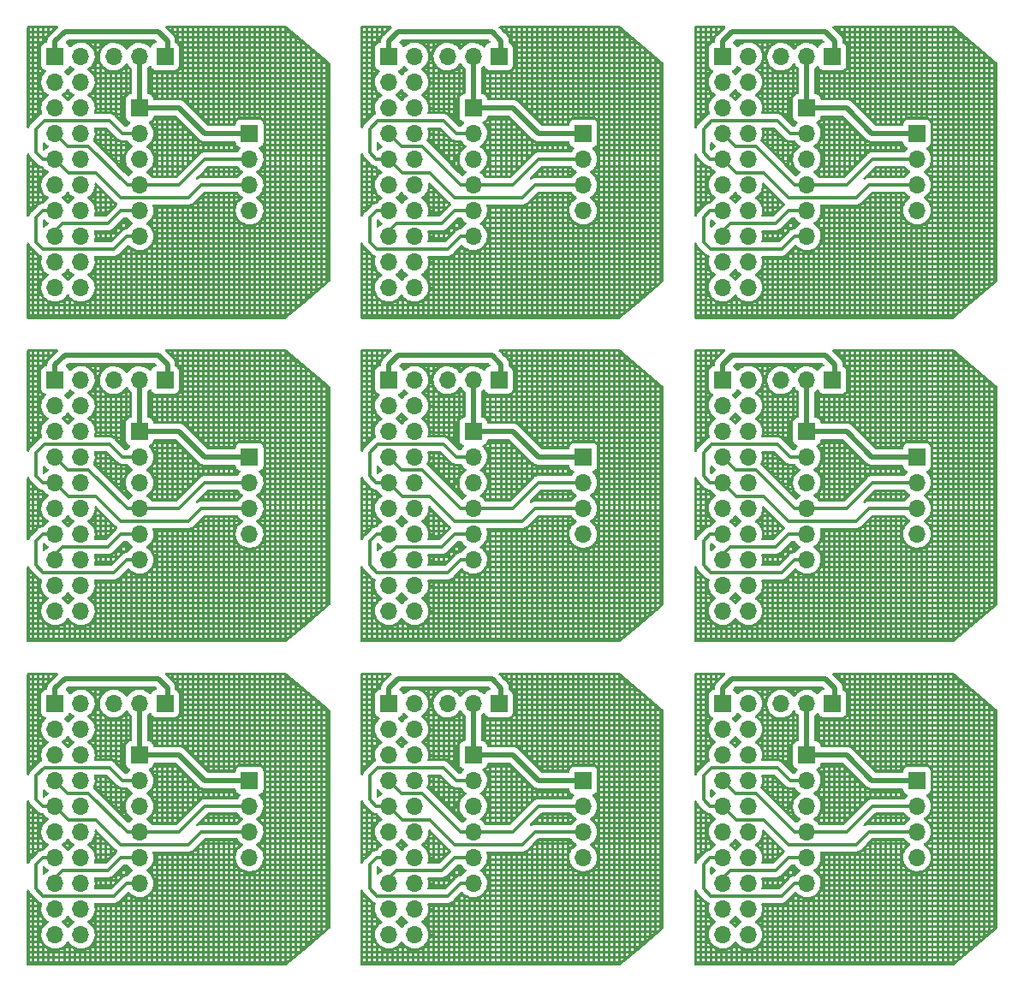
<source format=gtl>
%MOIN*%
%OFA0B0*%
%FSLAX46Y46*%
%IPPOS*%
%LPD*%
%ADD10R,0.066929133858267723X0.066929133858267723*%
%ADD11O,0.066929133858267723X0.066929133858267723*%
%ADD12C,0.01968503937007874*%
%ADD13C,0.011811023622047244*%
%ADD24R,0.066929133858267723X0.066929133858267723*%
%ADD25O,0.066929133858267723X0.066929133858267723*%
%ADD26C,0.01968503937007874*%
%ADD27C,0.011811023622047244*%
%ADD28R,0.066929133858267723X0.066929133858267723*%
%ADD29O,0.066929133858267723X0.066929133858267723*%
%ADD30C,0.01968503937007874*%
%ADD31C,0.011811023622047244*%
%ADD32R,0.066929133858267723X0.066929133858267723*%
%ADD33O,0.066929133858267723X0.066929133858267723*%
%ADD34C,0.01968503937007874*%
%ADD35C,0.011811023622047244*%
%ADD36R,0.066929133858267723X0.066929133858267723*%
%ADD37O,0.066929133858267723X0.066929133858267723*%
%ADD38C,0.01968503937007874*%
%ADD39C,0.011811023622047244*%
%ADD40R,0.066929133858267723X0.066929133858267723*%
%ADD41O,0.066929133858267723X0.066929133858267723*%
%ADD42C,0.01968503937007874*%
%ADD43C,0.011811023622047244*%
%ADD44R,0.066929133858267723X0.066929133858267723*%
%ADD45O,0.066929133858267723X0.066929133858267723*%
%ADD46C,0.01968503937007874*%
%ADD47C,0.011811023622047244*%
%ADD48R,0.066929133858267723X0.066929133858267723*%
%ADD49O,0.066929133858267723X0.066929133858267723*%
%ADD50C,0.01968503937007874*%
%ADD51C,0.011811023622047244*%
%ADD52R,0.066929133858267723X0.066929133858267723*%
%ADD53O,0.066929133858267723X0.066929133858267723*%
%ADD54C,0.01968503937007874*%
%ADD55C,0.011811023622047244*%
G01*
D10*
X0000000000Y0000000000D02*
X0000886811Y0000742519D03*
D11*
X0000886811Y0000642519D03*
X0000886811Y0000542519D03*
X0000886811Y0000442519D03*
D10*
X0000557874Y0001041338D03*
D11*
X0000457874Y0001041338D03*
X0000357874Y0001041338D03*
D10*
X0000458070Y0000841929D03*
D11*
X0000458070Y0000741929D03*
X0000458070Y0000641929D03*
X0000458070Y0000541929D03*
X0000458070Y0000441929D03*
X0000458070Y0000341929D03*
D10*
X0000129921Y0001041732D03*
D11*
X0000229921Y0001041732D03*
X0000129921Y0000941732D03*
X0000229921Y0000941732D03*
X0000129921Y0000841732D03*
X0000229921Y0000841732D03*
X0000129921Y0000741732D03*
X0000229921Y0000741732D03*
X0000129921Y0000641732D03*
X0000229921Y0000641732D03*
X0000129921Y0000541732D03*
X0000229921Y0000541732D03*
X0000129921Y0000441732D03*
X0000229921Y0000441732D03*
X0000129921Y0000341732D03*
X0000229921Y0000341732D03*
X0000129921Y0000241732D03*
X0000229921Y0000241732D03*
X0000129921Y0000141732D03*
X0000229921Y0000141732D03*
D12*
X0000531496Y0001137795D02*
X0000566929Y0001102362D01*
X0000129921Y0001041732D02*
X0000129921Y0001100393D01*
X0000566929Y0001102362D02*
X0000566929Y0001048228D01*
X0000167322Y0001137795D02*
X0000531496Y0001137795D01*
X0000129921Y0001100393D02*
X0000167322Y0001137795D01*
X0000566929Y0001048228D02*
X0000558070Y0001039370D01*
D13*
X0000129921Y0000741732D02*
X0000178740Y0000692913D01*
X0000458070Y0000541929D02*
X0000612795Y0000541929D01*
D12*
X0000457874Y0000543208D02*
X0000458070Y0000543405D01*
D13*
X0000410826Y0000541929D02*
X0000458070Y0000541929D01*
X0000178740Y0000692913D02*
X0000259842Y0000692913D01*
X0000259842Y0000692913D02*
X0000410826Y0000541929D01*
X0000886220Y0000641929D02*
X0000886811Y0000642519D01*
X0000713385Y0000642519D02*
X0000886811Y0000642519D01*
X0000612795Y0000541929D02*
X0000713385Y0000642519D01*
X0000080708Y0000641732D02*
X0000055118Y0000667322D01*
X0000129921Y0000641732D02*
X0000130314Y0000641732D01*
X0000055118Y0000759842D02*
X0000087007Y0000791732D01*
X0000391929Y0000741929D02*
X0000458070Y0000741929D01*
X0000129921Y0000641732D02*
X0000182677Y0000588976D01*
X0000087007Y0000791732D02*
X0000342125Y0000791732D01*
X0000342125Y0000791732D02*
X0000391929Y0000741929D01*
X0000129921Y0000641732D02*
X0000080708Y0000641732D01*
X0000385826Y0000492125D02*
X0000649606Y0000492125D01*
X0000649606Y0000492125D02*
X0000700000Y0000542519D01*
X0000055118Y0000667322D02*
X0000055118Y0000759842D01*
X0000700000Y0000542519D02*
X0000886811Y0000542519D01*
X0000288976Y0000588976D02*
X0000385826Y0000492125D01*
X0000182677Y0000588976D02*
X0000288976Y0000588976D01*
X0000408858Y0000341929D02*
X0000458070Y0000341929D01*
X0000055118Y0000320078D02*
X0000083464Y0000291732D01*
X0000358661Y0000291732D02*
X0000408858Y0000341929D01*
X0000129921Y0000441732D02*
X0000081102Y0000441732D01*
X0000081102Y0000441732D02*
X0000055118Y0000415748D01*
X0000083464Y0000291732D02*
X0000358661Y0000291732D01*
X0000055118Y0000415748D02*
X0000055118Y0000320078D01*
X0000336614Y0000391732D02*
X0000386811Y0000441929D01*
X0000159448Y0000391732D02*
X0000336614Y0000391732D01*
X0000129921Y0000362204D02*
X0000159448Y0000391732D01*
X0000129921Y0000341732D02*
X0000129921Y0000362204D01*
X0000386811Y0000441929D02*
X0000458070Y0000441929D01*
D12*
X0000458070Y0000841929D02*
X0000611811Y0000841929D01*
X0000457874Y0001041338D02*
X0000457874Y0000842125D01*
X0000457874Y0000842125D02*
X0000458070Y0000841929D01*
X0000711220Y0000742519D02*
X0000886811Y0000742519D01*
X0000611811Y0000841929D02*
X0000711220Y0000742519D01*
G36*
X0000189887Y0001005782D02*
G01*
X0000191252Y0001004680D01*
X0000192372Y0001003388D01*
X0000199138Y0000997770D01*
X0000200560Y0000996939D01*
X0000202025Y0000996083D01*
X0000203943Y0000994050D01*
X0000204458Y0000991303D01*
X0000203405Y0000988713D01*
X0000201813Y0000987400D01*
X0000201323Y0000987145D01*
X0000201160Y0000987023D01*
X0000201160Y0000987023D01*
X0000194540Y0000982052D01*
X0000194289Y0000981864D01*
X0000188213Y0000975506D01*
X0000183984Y0000969306D01*
X0000181822Y0000967534D01*
X0000179045Y0000967212D01*
X0000176536Y0000968443D01*
X0000175721Y0000969407D01*
X0000172552Y0000974306D01*
X0000172551Y0000974306D01*
X0000172441Y0000974477D01*
X0000172304Y0000974627D01*
X0000166645Y0000980846D01*
X0000165423Y0000983360D01*
X0000165753Y0000986136D01*
X0000167532Y0000988292D01*
X0000168573Y0000988830D01*
X0000172767Y0000990402D01*
X0000173098Y0000990526D01*
X0000177687Y0000993966D01*
X0000181126Y0000998554D01*
X0000181999Y0001000884D01*
X0000182858Y0001003173D01*
X0000184537Y0001005408D01*
X0000187157Y0001006381D01*
X0000189887Y0001005782D01*
G37*
G36*
X0000183150Y0000915151D02*
G01*
X0000184247Y0000913897D01*
X0000186613Y0000910035D01*
X0000192372Y0000903388D01*
X0000199138Y0000897770D01*
X0000201824Y0000896200D01*
X0000202025Y0000896083D01*
X0000203943Y0000894050D01*
X0000204458Y0000891303D01*
X0000203405Y0000888713D01*
X0000201813Y0000887400D01*
X0000201323Y0000887145D01*
X0000201160Y0000887023D01*
X0000201160Y0000887023D01*
X0000194540Y0000882052D01*
X0000194289Y0000881864D01*
X0000188213Y0000875506D01*
X0000183984Y0000869306D01*
X0000181822Y0000867534D01*
X0000179045Y0000867212D01*
X0000176536Y0000868443D01*
X0000175721Y0000869407D01*
X0000172552Y0000874306D01*
X0000172551Y0000874306D01*
X0000172441Y0000874477D01*
X0000166522Y0000880982D01*
X0000166362Y0000881108D01*
X0000166362Y0000881108D01*
X0000159780Y0000886307D01*
X0000159779Y0000886307D01*
X0000159620Y0000886433D01*
X0000157994Y0000887330D01*
X0000156026Y0000889316D01*
X0000155743Y0000890649D01*
X0000171902Y0000890649D01*
X0000173291Y0000889552D01*
X0000173447Y0000889424D01*
X0000173509Y0000889370D01*
X0000173661Y0000889234D01*
X0000174256Y0000888680D01*
X0000174401Y0000888539D01*
X0000174459Y0000888481D01*
X0000174600Y0000888332D01*
X0000179874Y0000882535D01*
X0000179995Y0000882684D01*
X0000180126Y0000882840D01*
X0000180181Y0000882902D01*
X0000180295Y0000883026D01*
X0000180295Y0000890649D01*
X0000171902Y0000890649D01*
X0000155743Y0000890649D01*
X0000155445Y0000892050D01*
X0000156434Y0000894664D01*
X0000157511Y0000895712D01*
X0000159236Y0000896942D01*
X0000164377Y0000900610D01*
X0000179684Y0000900610D01*
X0000180295Y0000900610D01*
X0000180295Y0000900649D01*
X0000179977Y0000901017D01*
X0000179684Y0000900610D01*
X0000164377Y0000900610D01*
X0000164561Y0000900741D01*
X0000170791Y0000906949D01*
X0000173133Y0000910209D01*
X0000175923Y0000914091D01*
X0000175975Y0000914054D01*
X0000177820Y0000915753D01*
X0000180574Y0000916235D01*
X0000183150Y0000915151D01*
G37*
G36*
X0000519753Y0001107145D02*
G01*
X0000520579Y0001106480D01*
X0000523963Y0001103096D01*
X0000525302Y0001100643D01*
X0000525103Y0001097855D01*
X0000523428Y0001095617D01*
X0000520991Y0001094657D01*
X0000520375Y0001094590D01*
X0000520375Y0001094590D01*
X0000520066Y0001094556D01*
X0000514696Y0001092543D01*
X0000510107Y0001089104D01*
X0000506668Y0001084515D01*
X0000506544Y0001084184D01*
X0000504918Y0001079846D01*
X0000503239Y0001077611D01*
X0000500618Y0001076638D01*
X0000497888Y0001077237D01*
X0000496604Y0001078248D01*
X0000494612Y0001080437D01*
X0000494611Y0001080438D01*
X0000494475Y0001080588D01*
X0000494315Y0001080714D01*
X0000494315Y0001080714D01*
X0000487732Y0001085913D01*
X0000487732Y0001085913D01*
X0000487573Y0001086039D01*
X0000487088Y0001086307D01*
X0000483419Y0001088332D01*
X0000479873Y0001090289D01*
X0000479681Y0001090357D01*
X0000479681Y0001090357D01*
X0000471775Y0001093157D01*
X0000471774Y0001093157D01*
X0000471583Y0001093225D01*
X0000471382Y0001093261D01*
X0000471382Y0001093261D01*
X0000463124Y0001094732D01*
X0000463124Y0001094732D01*
X0000462924Y0001094767D01*
X0000460017Y0001094803D01*
X0000454333Y0001094872D01*
X0000454333Y0001094872D01*
X0000454130Y0001094875D01*
X0000445436Y0001093545D01*
X0000437077Y0001090812D01*
X0000435908Y0001090204D01*
X0000432598Y0001088481D01*
X0000429275Y0001086751D01*
X0000429113Y0001086629D01*
X0000429113Y0001086629D01*
X0000422571Y0001081717D01*
X0000422242Y0001081471D01*
X0000421053Y0001080226D01*
X0000418554Y0001077611D01*
X0000416166Y0001075112D01*
X0000411937Y0001068912D01*
X0000409775Y0001067140D01*
X0000406998Y0001066819D01*
X0000404489Y0001068049D01*
X0000403674Y0001069013D01*
X0000400504Y0001073912D01*
X0000400504Y0001073912D01*
X0000400394Y0001074083D01*
X0000394475Y0001080588D01*
X0000394315Y0001080714D01*
X0000394315Y0001080714D01*
X0000388650Y0001085188D01*
X0000410688Y0001085188D01*
X0000414347Y0001089016D01*
X0000414489Y0001089159D01*
X0000414548Y0001089216D01*
X0000414698Y0001089355D01*
X0000415306Y0001089895D01*
X0000415461Y0001090027D01*
X0000415525Y0001090079D01*
X0000415685Y0001090204D01*
X0000416802Y0001091043D01*
X0000410688Y0001091043D01*
X0000410688Y0001085188D01*
X0000388650Y0001085188D01*
X0000387732Y0001085913D01*
X0000387732Y0001085913D01*
X0000387573Y0001086039D01*
X0000387088Y0001086307D01*
X0000383419Y0001088332D01*
X0000379873Y0001090289D01*
X0000379681Y0001090357D01*
X0000379681Y0001090357D01*
X0000377745Y0001091043D01*
X0000398858Y0001091043D01*
X0000400728Y0001089566D01*
X0000400728Y0001091043D01*
X0000398858Y0001091043D01*
X0000377745Y0001091043D01*
X0000371775Y0001093157D01*
X0000371774Y0001093157D01*
X0000371583Y0001093225D01*
X0000371382Y0001093261D01*
X0000371382Y0001093261D01*
X0000363124Y0001094732D01*
X0000363124Y0001094732D01*
X0000362924Y0001094767D01*
X0000360017Y0001094803D01*
X0000354333Y0001094872D01*
X0000354333Y0001094872D01*
X0000354130Y0001094875D01*
X0000345436Y0001093545D01*
X0000337077Y0001090812D01*
X0000335908Y0001090204D01*
X0000332598Y0001088481D01*
X0000329275Y0001086751D01*
X0000329113Y0001086629D01*
X0000329112Y0001086629D01*
X0000322571Y0001081717D01*
X0000322242Y0001081471D01*
X0000321053Y0001080226D01*
X0000318554Y0001077611D01*
X0000316166Y0001075112D01*
X0000316051Y0001074944D01*
X0000316051Y0001074944D01*
X0000315733Y0001074477D01*
X0000311210Y0001067847D01*
X0000309641Y0001064468D01*
X0000309137Y0001063382D01*
X0000307507Y0001059869D01*
X0000305157Y0001051394D01*
X0000304222Y0001042649D01*
X0000304234Y0001042446D01*
X0000304234Y0001042446D01*
X0000304577Y0001036487D01*
X0000304728Y0001033869D01*
X0000304773Y0001033670D01*
X0000304773Y0001033670D01*
X0000305512Y0001030390D01*
X0000306662Y0001025289D01*
X0000309971Y0001017141D01*
X0000311444Y0001014737D01*
X0000314460Y0001009815D01*
X0000314566Y0001009642D01*
X0000320324Y0001002994D01*
X0000327091Y0000997376D01*
X0000334685Y0000992939D01*
X0000342901Y0000989801D01*
X0000343100Y0000989761D01*
X0000343100Y0000989761D01*
X0000345689Y0000989234D01*
X0000351519Y0000988048D01*
X0000351723Y0000988041D01*
X0000351723Y0000988041D01*
X0000360105Y0000987733D01*
X0000360105Y0000987733D01*
X0000360308Y0000987726D01*
X0000360510Y0000987752D01*
X0000360510Y0000987752D01*
X0000368830Y0000988817D01*
X0000368830Y0000988817D01*
X0000369032Y0000988843D01*
X0000370335Y0000989234D01*
X0000377260Y0000991312D01*
X0000377261Y0000991312D01*
X0000377456Y0000991371D01*
X0000385354Y0000995240D01*
X0000392514Y0001000347D01*
X0000398743Y0001006555D01*
X0000398923Y0001006805D01*
X0000403876Y0001013697D01*
X0000403928Y0001013660D01*
X0000405773Y0001015359D01*
X0000408526Y0001015841D01*
X0000411103Y0001014758D01*
X0000412199Y0001013504D01*
X0000414566Y0001009642D01*
X0000420324Y0001002994D01*
X0000426146Y0000998161D01*
X0000426219Y0000998100D01*
X0000427780Y0000995781D01*
X0000428011Y0000994283D01*
X0000428011Y0000900374D01*
X0000427224Y0000897692D01*
X0000425111Y0000895861D01*
X0000423051Y0000895413D01*
X0000422711Y0000895413D01*
X0000420263Y0000895147D01*
X0000414893Y0000893134D01*
X0000410304Y0000889695D01*
X0000406865Y0000885106D01*
X0000404852Y0000879736D01*
X0000404586Y0000877288D01*
X0000404586Y0000806569D01*
X0000404852Y0000804121D01*
X0000406865Y0000798751D01*
X0000410304Y0000794162D01*
X0000414893Y0000790723D01*
X0000415224Y0000790599D01*
X0000415224Y0000790599D01*
X0000419505Y0000788994D01*
X0000421740Y0000787315D01*
X0000422713Y0000784695D01*
X0000422114Y0000781965D01*
X0000421351Y0000780922D01*
X0000417314Y0000776698D01*
X0000416363Y0000775703D01*
X0000416248Y0000775535D01*
X0000416248Y0000775535D01*
X0000412486Y0000770019D01*
X0000410324Y0000768247D01*
X0000408388Y0000767854D01*
X0000404722Y0000767854D01*
X0000402040Y0000768641D01*
X0000401214Y0000769307D01*
X0000380069Y0000790452D01*
X0000395514Y0000790452D01*
X0000400728Y0000785238D01*
X0000400728Y0000788730D01*
X0000399437Y0000790452D01*
X0000395514Y0000790452D01*
X0000380069Y0000790452D01*
X0000370108Y0000800413D01*
X0000390649Y0000800413D01*
X0000394583Y0000800413D01*
X0000394526Y0000800582D01*
X0000394489Y0000800701D01*
X0000394408Y0000801001D01*
X0000394121Y0000802206D01*
X0000394059Y0000802511D01*
X0000394038Y0000802635D01*
X0000393995Y0000802941D01*
X0000393729Y0000805390D01*
X0000393716Y0000805521D01*
X0000393712Y0000805575D01*
X0000393703Y0000805711D01*
X0000393674Y0000806247D01*
X0000393668Y0000806381D01*
X0000393667Y0000806435D01*
X0000393665Y0000806569D01*
X0000393665Y0000810492D01*
X0000390649Y0000810492D01*
X0000390649Y0000800413D01*
X0000370108Y0000800413D01*
X0000362742Y0000807779D01*
X0000362427Y0000808125D01*
X0000362427Y0000808125D01*
X0000362260Y0000808388D01*
X0000361573Y0000809034D01*
X0000360226Y0000810299D01*
X0000360114Y0000810407D01*
X0000360029Y0000810492D01*
X0000375474Y0000810492D01*
X0000380688Y0000805278D01*
X0000380688Y0000810492D01*
X0000375474Y0000810492D01*
X0000360029Y0000810492D01*
X0000359304Y0000811217D01*
X0000359166Y0000811324D01*
X0000358811Y0000811628D01*
X0000358646Y0000811783D01*
X0000357485Y0000812872D01*
X0000357211Y0000813023D01*
X0000356745Y0000813279D01*
X0000356095Y0000813706D01*
X0000355674Y0000814033D01*
X0000355427Y0000814224D01*
X0000355141Y0000814348D01*
X0000355141Y0000814348D01*
X0000353758Y0000814947D01*
X0000353338Y0000815152D01*
X0000352019Y0000815878D01*
X0000352018Y0000815878D01*
X0000351745Y0000816028D01*
X0000350927Y0000816238D01*
X0000350191Y0000816490D01*
X0000349416Y0000816825D01*
X0000347620Y0000817110D01*
X0000347162Y0000817205D01*
X0000345878Y0000817534D01*
X0000345401Y0000817657D01*
X0000344556Y0000817657D01*
X0000343780Y0000817718D01*
X0000343255Y0000817801D01*
X0000342946Y0000817850D01*
X0000341136Y0000817679D01*
X0000340669Y0000817657D01*
X0000285199Y0000817657D01*
X0000282517Y0000818444D01*
X0000280777Y0000820452D01*
X0000370610Y0000820452D01*
X0000380688Y0000820452D01*
X0000390649Y0000820452D01*
X0000393665Y0000820452D01*
X0000393665Y0000830531D01*
X0000390649Y0000830531D01*
X0000390649Y0000820452D01*
X0000380688Y0000820452D01*
X0000380688Y0000830531D01*
X0000370610Y0000830531D01*
X0000370610Y0000820452D01*
X0000280777Y0000820452D01*
X0000280687Y0000820557D01*
X0000280289Y0000823324D01*
X0000280453Y0000824060D01*
X0000280889Y0000825495D01*
X0000281559Y0000827700D01*
X0000350570Y0000827700D01*
X0000351124Y0000827612D01*
X0000351430Y0000827554D01*
X0000351553Y0000827527D01*
X0000351855Y0000827449D01*
X0000353049Y0000827102D01*
X0000353345Y0000827006D01*
X0000353463Y0000826963D01*
X0000353753Y0000826849D01*
X0000354098Y0000826699D01*
X0000354461Y0000826606D01*
X0000354761Y0000826519D01*
X0000354881Y0000826480D01*
X0000355173Y0000826375D01*
X0000356329Y0000825917D01*
X0000356614Y0000825794D01*
X0000356728Y0000825740D01*
X0000357006Y0000825598D01*
X0000358353Y0000824858D01*
X0000359765Y0000824247D01*
X0000360047Y0000824115D01*
X0000360159Y0000824057D01*
X0000360432Y0000823907D01*
X0000360649Y0000823779D01*
X0000360649Y0000830531D01*
X0000350570Y0000830531D01*
X0000350570Y0000827700D01*
X0000281559Y0000827700D01*
X0000281826Y0000828578D01*
X0000293139Y0000828578D01*
X0000300531Y0000828578D01*
X0000310492Y0000828578D01*
X0000320570Y0000828578D01*
X0000330531Y0000828578D01*
X0000340388Y0000828578D01*
X0000340610Y0000828599D01*
X0000340610Y0000830531D01*
X0000330531Y0000830531D01*
X0000330531Y0000828578D01*
X0000320570Y0000828578D01*
X0000320570Y0000830531D01*
X0000310492Y0000830531D01*
X0000310492Y0000828578D01*
X0000300531Y0000828578D01*
X0000300531Y0000830531D01*
X0000293410Y0000830531D01*
X0000293204Y0000828965D01*
X0000293173Y0000828763D01*
X0000293159Y0000828682D01*
X0000293139Y0000828578D01*
X0000281826Y0000828578D01*
X0000282376Y0000830390D01*
X0000283524Y0000839110D01*
X0000283527Y0000839242D01*
X0000283585Y0000841599D01*
X0000283585Y0000841599D01*
X0000283588Y0000841732D01*
X0000282868Y0000850497D01*
X0000282849Y0000850570D01*
X0000293820Y0000850570D01*
X0000294473Y0000842627D01*
X0000294482Y0000842492D01*
X0000294485Y0000842439D01*
X0000294490Y0000842310D01*
X0000294506Y0000841782D01*
X0000294508Y0000841650D01*
X0000294508Y0000841597D01*
X0000294506Y0000841465D01*
X0000294482Y0000840492D01*
X0000300531Y0000840492D01*
X0000310492Y0000840492D01*
X0000320570Y0000840492D01*
X0000330531Y0000840492D01*
X0000340610Y0000840492D01*
X0000350570Y0000840492D01*
X0000360649Y0000840492D01*
X0000370610Y0000840492D01*
X0000380688Y0000840492D01*
X0000390649Y0000840492D01*
X0000393665Y0000840492D01*
X0000393665Y0000850570D01*
X0000390649Y0000850570D01*
X0000390649Y0000840492D01*
X0000380688Y0000840492D01*
X0000380688Y0000850570D01*
X0000370610Y0000850570D01*
X0000370610Y0000840492D01*
X0000360649Y0000840492D01*
X0000360649Y0000850570D01*
X0000350570Y0000850570D01*
X0000350570Y0000840492D01*
X0000340610Y0000840492D01*
X0000340610Y0000850570D01*
X0000330531Y0000850570D01*
X0000330531Y0000840492D01*
X0000320570Y0000840492D01*
X0000320570Y0000850570D01*
X0000310492Y0000850570D01*
X0000310492Y0000840492D01*
X0000300531Y0000840492D01*
X0000300531Y0000850570D01*
X0000293820Y0000850570D01*
X0000282849Y0000850570D01*
X0000280725Y0000859027D01*
X0000278543Y0000864045D01*
X0000290452Y0000864045D01*
X0000290741Y0000863382D01*
X0000290817Y0000863195D01*
X0000290847Y0000863119D01*
X0000290917Y0000862926D01*
X0000291179Y0000862157D01*
X0000291240Y0000861963D01*
X0000291264Y0000861884D01*
X0000291317Y0000861688D01*
X0000291608Y0000860531D01*
X0000300531Y0000860531D01*
X0000310492Y0000860531D01*
X0000320570Y0000860531D01*
X0000330531Y0000860531D01*
X0000340610Y0000860531D01*
X0000350570Y0000860531D01*
X0000360649Y0000860531D01*
X0000370610Y0000860531D01*
X0000380688Y0000860531D01*
X0000390649Y0000860531D01*
X0000393665Y0000860531D01*
X0000393665Y0000870610D01*
X0000390649Y0000870610D01*
X0000390649Y0000860531D01*
X0000380688Y0000860531D01*
X0000380688Y0000870610D01*
X0000370610Y0000870610D01*
X0000370610Y0000860531D01*
X0000360649Y0000860531D01*
X0000360649Y0000870610D01*
X0000350570Y0000870610D01*
X0000350570Y0000860531D01*
X0000340610Y0000860531D01*
X0000340610Y0000870610D01*
X0000330531Y0000870610D01*
X0000330531Y0000860531D01*
X0000320570Y0000860531D01*
X0000320570Y0000870610D01*
X0000310492Y0000870610D01*
X0000310492Y0000860531D01*
X0000300531Y0000860531D01*
X0000300531Y0000870610D01*
X0000290452Y0000870610D01*
X0000290452Y0000864045D01*
X0000278543Y0000864045D01*
X0000277218Y0000867092D01*
X0000275186Y0000870234D01*
X0000272552Y0000874306D01*
X0000272551Y0000874306D01*
X0000272441Y0000874477D01*
X0000266896Y0000880570D01*
X0000290452Y0000880570D01*
X0000300531Y0000880570D01*
X0000310492Y0000880570D01*
X0000320570Y0000880570D01*
X0000330531Y0000880570D01*
X0000340610Y0000880570D01*
X0000350570Y0000880570D01*
X0000360649Y0000880570D01*
X0000370610Y0000880570D01*
X0000380688Y0000880570D01*
X0000390649Y0000880570D01*
X0000393957Y0000880570D01*
X0000393995Y0000880916D01*
X0000394038Y0000881223D01*
X0000394059Y0000881346D01*
X0000394121Y0000881651D01*
X0000394408Y0000882857D01*
X0000394489Y0000883156D01*
X0000394526Y0000883276D01*
X0000394626Y0000883570D01*
X0000396639Y0000888940D01*
X0000396775Y0000889266D01*
X0000396834Y0000889395D01*
X0000396992Y0000889710D01*
X0000397506Y0000890649D01*
X0000390649Y0000890649D01*
X0000390649Y0000880570D01*
X0000380688Y0000880570D01*
X0000380688Y0000890649D01*
X0000370610Y0000890649D01*
X0000370610Y0000880570D01*
X0000360649Y0000880570D01*
X0000360649Y0000890649D01*
X0000350570Y0000890649D01*
X0000350570Y0000880570D01*
X0000340610Y0000880570D01*
X0000340610Y0000890649D01*
X0000330531Y0000890649D01*
X0000330531Y0000880570D01*
X0000320570Y0000880570D01*
X0000320570Y0000890649D01*
X0000310492Y0000890649D01*
X0000310492Y0000880570D01*
X0000300531Y0000880570D01*
X0000300531Y0000890649D01*
X0000290452Y0000890649D01*
X0000290452Y0000880570D01*
X0000266896Y0000880570D01*
X0000266522Y0000880982D01*
X0000266362Y0000881108D01*
X0000266362Y0000881108D01*
X0000259780Y0000886307D01*
X0000259779Y0000886307D01*
X0000259620Y0000886433D01*
X0000257994Y0000887330D01*
X0000256026Y0000889316D01*
X0000255743Y0000890649D01*
X0000271902Y0000890649D01*
X0000273291Y0000889552D01*
X0000273447Y0000889424D01*
X0000273509Y0000889370D01*
X0000273661Y0000889234D01*
X0000274256Y0000888680D01*
X0000274401Y0000888539D01*
X0000274459Y0000888481D01*
X0000274600Y0000888332D01*
X0000280492Y0000881857D01*
X0000280492Y0000890649D01*
X0000271902Y0000890649D01*
X0000255743Y0000890649D01*
X0000255445Y0000892050D01*
X0000256434Y0000894664D01*
X0000257511Y0000895712D01*
X0000259236Y0000896942D01*
X0000264377Y0000900610D01*
X0000279684Y0000900610D01*
X0000280492Y0000900610D01*
X0000290452Y0000900610D01*
X0000300531Y0000900610D01*
X0000310492Y0000900610D01*
X0000320570Y0000900610D01*
X0000330531Y0000900610D01*
X0000340610Y0000900610D01*
X0000350570Y0000900610D01*
X0000360649Y0000900610D01*
X0000370610Y0000900610D01*
X0000380688Y0000900610D01*
X0000390649Y0000900610D01*
X0000400728Y0000900610D01*
X0000400728Y0000903204D01*
X0000410688Y0000903204D01*
X0000410733Y0000903224D01*
X0000411059Y0000903360D01*
X0000416429Y0000905373D01*
X0000416723Y0000905473D01*
X0000416843Y0000905510D01*
X0000417090Y0000905577D01*
X0000417090Y0000910688D01*
X0000410688Y0000910688D01*
X0000410688Y0000903204D01*
X0000400728Y0000903204D01*
X0000400728Y0000910688D01*
X0000390649Y0000910688D01*
X0000390649Y0000900610D01*
X0000380688Y0000900610D01*
X0000380688Y0000910688D01*
X0000370610Y0000910688D01*
X0000370610Y0000900610D01*
X0000360649Y0000900610D01*
X0000360649Y0000910688D01*
X0000350570Y0000910688D01*
X0000350570Y0000900610D01*
X0000340610Y0000900610D01*
X0000340610Y0000910688D01*
X0000330531Y0000910688D01*
X0000330531Y0000900610D01*
X0000320570Y0000900610D01*
X0000320570Y0000910688D01*
X0000310492Y0000910688D01*
X0000310492Y0000900610D01*
X0000300531Y0000900610D01*
X0000300531Y0000910688D01*
X0000290452Y0000910688D01*
X0000290452Y0000900610D01*
X0000280492Y0000900610D01*
X0000280492Y0000901734D01*
X0000279684Y0000900610D01*
X0000264377Y0000900610D01*
X0000264561Y0000900741D01*
X0000270791Y0000906949D01*
X0000273133Y0000910209D01*
X0000275804Y0000913926D01*
X0000275923Y0000914091D01*
X0000276744Y0000915753D01*
X0000279164Y0000920649D01*
X0000290831Y0000920649D01*
X0000300531Y0000920649D01*
X0000310492Y0000920649D01*
X0000320570Y0000920649D01*
X0000330531Y0000920649D01*
X0000340610Y0000920649D01*
X0000350570Y0000920649D01*
X0000360649Y0000920649D01*
X0000370610Y0000920649D01*
X0000380688Y0000920649D01*
X0000390649Y0000920649D01*
X0000400728Y0000920649D01*
X0000410688Y0000920649D01*
X0000417090Y0000920649D01*
X0000417090Y0000930728D01*
X0000410688Y0000930728D01*
X0000410688Y0000920649D01*
X0000400728Y0000920649D01*
X0000400728Y0000930728D01*
X0000390649Y0000930728D01*
X0000390649Y0000920649D01*
X0000380688Y0000920649D01*
X0000380688Y0000930728D01*
X0000370610Y0000930728D01*
X0000370610Y0000920649D01*
X0000360649Y0000920649D01*
X0000360649Y0000930728D01*
X0000350570Y0000930728D01*
X0000350570Y0000920649D01*
X0000340610Y0000920649D01*
X0000340610Y0000930728D01*
X0000330531Y0000930728D01*
X0000330531Y0000920649D01*
X0000320570Y0000920649D01*
X0000320570Y0000930728D01*
X0000310492Y0000930728D01*
X0000310492Y0000920649D01*
X0000300531Y0000920649D01*
X0000300531Y0000930728D01*
X0000293436Y0000930728D01*
X0000293204Y0000928965D01*
X0000293173Y0000928763D01*
X0000293159Y0000928682D01*
X0000293120Y0000928483D01*
X0000292949Y0000927689D01*
X0000292902Y0000927491D01*
X0000292881Y0000927412D01*
X0000292826Y0000927216D01*
X0000290831Y0000920649D01*
X0000279164Y0000920649D01*
X0000279729Y0000921793D01*
X0000279729Y0000921793D01*
X0000279820Y0000921975D01*
X0000281495Y0000927491D01*
X0000282317Y0000930195D01*
X0000282317Y0000930196D01*
X0000282376Y0000930390D01*
X0000283524Y0000939110D01*
X0000283563Y0000940688D01*
X0000283585Y0000941599D01*
X0000283585Y0000941599D01*
X0000283588Y0000941732D01*
X0000282868Y0000950497D01*
X0000282800Y0000950767D01*
X0000293804Y0000950767D01*
X0000294473Y0000942627D01*
X0000294482Y0000942492D01*
X0000294485Y0000942439D01*
X0000294490Y0000942310D01*
X0000294506Y0000941782D01*
X0000294508Y0000941650D01*
X0000294508Y0000941597D01*
X0000294506Y0000941465D01*
X0000294487Y0000940688D01*
X0000300531Y0000940688D01*
X0000310492Y0000940688D01*
X0000320570Y0000940688D01*
X0000330531Y0000940688D01*
X0000340610Y0000940688D01*
X0000350570Y0000940688D01*
X0000360649Y0000940688D01*
X0000370610Y0000940688D01*
X0000380688Y0000940688D01*
X0000390649Y0000940688D01*
X0000400728Y0000940688D01*
X0000410688Y0000940688D01*
X0000417090Y0000940688D01*
X0000417090Y0000950767D01*
X0000410688Y0000950767D01*
X0000410688Y0000940688D01*
X0000400728Y0000940688D01*
X0000400728Y0000950767D01*
X0000390649Y0000950767D01*
X0000390649Y0000940688D01*
X0000380688Y0000940688D01*
X0000380688Y0000950767D01*
X0000370610Y0000950767D01*
X0000370610Y0000940688D01*
X0000360649Y0000940688D01*
X0000360649Y0000950767D01*
X0000350570Y0000950767D01*
X0000350570Y0000940688D01*
X0000340610Y0000940688D01*
X0000340610Y0000950767D01*
X0000330531Y0000950767D01*
X0000330531Y0000940688D01*
X0000320570Y0000940688D01*
X0000320570Y0000950767D01*
X0000310492Y0000950767D01*
X0000310492Y0000940688D01*
X0000300531Y0000940688D01*
X0000300531Y0000950767D01*
X0000293804Y0000950767D01*
X0000282800Y0000950767D01*
X0000280725Y0000959027D01*
X0000278543Y0000964045D01*
X0000290452Y0000964045D01*
X0000290741Y0000963382D01*
X0000290817Y0000963195D01*
X0000290847Y0000963119D01*
X0000290917Y0000962926D01*
X0000291179Y0000962157D01*
X0000291240Y0000961963D01*
X0000291264Y0000961884D01*
X0000291317Y0000961688D01*
X0000291558Y0000960728D01*
X0000300531Y0000960728D01*
X0000310492Y0000960728D01*
X0000320570Y0000960728D01*
X0000330531Y0000960728D01*
X0000340610Y0000960728D01*
X0000350570Y0000960728D01*
X0000360649Y0000960728D01*
X0000370610Y0000960728D01*
X0000380688Y0000960728D01*
X0000390649Y0000960728D01*
X0000400728Y0000960728D01*
X0000410688Y0000960728D01*
X0000417090Y0000960728D01*
X0000417090Y0000970807D01*
X0000410688Y0000970807D01*
X0000410688Y0000960728D01*
X0000400728Y0000960728D01*
X0000400728Y0000970807D01*
X0000390649Y0000970807D01*
X0000390649Y0000960728D01*
X0000380688Y0000960728D01*
X0000380688Y0000970807D01*
X0000370610Y0000970807D01*
X0000370610Y0000960728D01*
X0000360649Y0000960728D01*
X0000360649Y0000970807D01*
X0000350570Y0000970807D01*
X0000350570Y0000960728D01*
X0000340610Y0000960728D01*
X0000340610Y0000970807D01*
X0000330531Y0000970807D01*
X0000330531Y0000960728D01*
X0000320570Y0000960728D01*
X0000320570Y0000970807D01*
X0000310492Y0000970807D01*
X0000310492Y0000960728D01*
X0000300531Y0000960728D01*
X0000300531Y0000970807D01*
X0000290452Y0000970807D01*
X0000290452Y0000964045D01*
X0000278543Y0000964045D01*
X0000277218Y0000967092D01*
X0000272441Y0000974477D01*
X0000266717Y0000980767D01*
X0000290452Y0000980767D01*
X0000300531Y0000980767D01*
X0000310492Y0000980767D01*
X0000320570Y0000980767D01*
X0000320570Y0000982842D01*
X0000330531Y0000982842D01*
X0000330531Y0000980767D01*
X0000335945Y0000980767D01*
X0000380118Y0000980767D01*
X0000380688Y0000980767D01*
X0000390649Y0000980767D01*
X0000400728Y0000980767D01*
X0000410688Y0000980767D01*
X0000417090Y0000980767D01*
X0000417090Y0000990846D01*
X0000410688Y0000990846D01*
X0000410688Y0000980767D01*
X0000400728Y0000980767D01*
X0000400728Y0000990846D01*
X0000398001Y0000990846D01*
X0000391696Y0000986349D01*
X0000391526Y0000986233D01*
X0000391458Y0000986188D01*
X0000391286Y0000986081D01*
X0000390649Y0000985702D01*
X0000390649Y0000980767D01*
X0000380688Y0000980767D01*
X0000380688Y0000980940D01*
X0000380594Y0000980910D01*
X0000380118Y0000980767D01*
X0000335945Y0000980767D01*
X0000330789Y0000982736D01*
X0000330599Y0000982813D01*
X0000330531Y0000982842D01*
X0000320570Y0000982842D01*
X0000320570Y0000988630D01*
X0000320503Y0000988677D01*
X0000320340Y0000988796D01*
X0000320275Y0000988846D01*
X0000320115Y0000988973D01*
X0000317859Y0000990846D01*
X0000310492Y0000990846D01*
X0000310492Y0000980767D01*
X0000300531Y0000980767D01*
X0000300531Y0000990846D01*
X0000290452Y0000990846D01*
X0000290452Y0000980767D01*
X0000266717Y0000980767D01*
X0000266522Y0000980982D01*
X0000266362Y0000981108D01*
X0000266362Y0000981108D01*
X0000259780Y0000986307D01*
X0000259779Y0000986307D01*
X0000259620Y0000986433D01*
X0000257994Y0000987330D01*
X0000256026Y0000989316D01*
X0000255701Y0000990846D01*
X0000271653Y0000990846D01*
X0000273291Y0000989552D01*
X0000273447Y0000989424D01*
X0000273509Y0000989370D01*
X0000273661Y0000989234D01*
X0000274256Y0000988680D01*
X0000274401Y0000988539D01*
X0000274459Y0000988481D01*
X0000274600Y0000988332D01*
X0000280492Y0000981857D01*
X0000280492Y0000990846D01*
X0000271653Y0000990846D01*
X0000255701Y0000990846D01*
X0000255445Y0000992050D01*
X0000256434Y0000994664D01*
X0000257511Y0000995712D01*
X0000260026Y0000997506D01*
X0000264561Y0001000741D01*
X0000264627Y0001000807D01*
X0000279826Y0001000807D01*
X0000280492Y0001000807D01*
X0000290452Y0001000807D01*
X0000300531Y0001000807D01*
X0000300531Y0001010885D01*
X0000290452Y0001010885D01*
X0000290452Y0001000807D01*
X0000280492Y0001000807D01*
X0000280492Y0001001734D01*
X0000279826Y0001000807D01*
X0000264627Y0001000807D01*
X0000270791Y0001006949D01*
X0000275923Y0001014091D01*
X0000276581Y0001015423D01*
X0000279261Y0001020846D01*
X0000290891Y0001020846D01*
X0000296679Y0001020846D01*
X0000296543Y0001021180D01*
X0000296470Y0001021371D01*
X0000296442Y0001021448D01*
X0000296378Y0001021641D01*
X0000296135Y0001022416D01*
X0000296078Y0001022611D01*
X0000296057Y0001022690D01*
X0000296008Y0001022888D01*
X0000294197Y0001030925D01*
X0000293462Y0001030925D01*
X0000293204Y0001028965D01*
X0000293173Y0001028763D01*
X0000293159Y0001028682D01*
X0000293120Y0001028483D01*
X0000292949Y0001027689D01*
X0000292902Y0001027491D01*
X0000292881Y0001027412D01*
X0000292826Y0001027216D01*
X0000290891Y0001020846D01*
X0000279261Y0001020846D01*
X0000279729Y0001021793D01*
X0000279729Y0001021793D01*
X0000279820Y0001021975D01*
X0000281495Y0001027491D01*
X0000282317Y0001030195D01*
X0000282317Y0001030196D01*
X0000282376Y0001030390D01*
X0000283524Y0001039110D01*
X0000283588Y0001041732D01*
X0000282868Y0001050497D01*
X0000282750Y0001050964D01*
X0000293787Y0001050964D01*
X0000293935Y0001049167D01*
X0000294127Y0001050964D01*
X0000293787Y0001050964D01*
X0000282750Y0001050964D01*
X0000280725Y0001059027D01*
X0000278543Y0001064045D01*
X0000290452Y0001064045D01*
X0000290741Y0001063382D01*
X0000290817Y0001063195D01*
X0000290847Y0001063119D01*
X0000290917Y0001062926D01*
X0000291179Y0001062157D01*
X0000291240Y0001061963D01*
X0000291264Y0001061884D01*
X0000291317Y0001061688D01*
X0000291509Y0001060925D01*
X0000296466Y0001060925D01*
X0000296983Y0001062788D01*
X0000297041Y0001062982D01*
X0000297066Y0001063060D01*
X0000297133Y0001063253D01*
X0000297413Y0001064016D01*
X0000297488Y0001064206D01*
X0000297519Y0001064282D01*
X0000297601Y0001064468D01*
X0000300531Y0001070780D01*
X0000300531Y0001071003D01*
X0000290452Y0001071003D01*
X0000290452Y0001064045D01*
X0000278543Y0001064045D01*
X0000277218Y0001067092D01*
X0000272806Y0001073912D01*
X0000272552Y0001074306D01*
X0000272551Y0001074306D01*
X0000272441Y0001074477D01*
X0000266538Y0001080964D01*
X0000290452Y0001080964D01*
X0000300531Y0001080964D01*
X0000300531Y0001084982D01*
X0000310492Y0001084982D01*
X0000314347Y0001089016D01*
X0000314489Y0001089159D01*
X0000314548Y0001089216D01*
X0000314698Y0001089355D01*
X0000315306Y0001089895D01*
X0000315461Y0001090027D01*
X0000315525Y0001090079D01*
X0000315685Y0001090204D01*
X0000316802Y0001091043D01*
X0000310492Y0001091043D01*
X0000310492Y0001084982D01*
X0000300531Y0001084982D01*
X0000300531Y0001091043D01*
X0000290452Y0001091043D01*
X0000290452Y0001080964D01*
X0000266538Y0001080964D01*
X0000266522Y0001080982D01*
X0000266362Y0001081108D01*
X0000266362Y0001081108D01*
X0000259780Y0001086307D01*
X0000259779Y0001086307D01*
X0000259620Y0001086433D01*
X0000258873Y0001086845D01*
X0000255557Y0001088676D01*
X0000251920Y0001090683D01*
X0000251729Y0001090751D01*
X0000251728Y0001090751D01*
X0000250904Y0001091043D01*
X0000271404Y0001091043D01*
X0000273291Y0001089552D01*
X0000273447Y0001089424D01*
X0000273509Y0001089370D01*
X0000273661Y0001089234D01*
X0000274256Y0001088680D01*
X0000274401Y0001088539D01*
X0000274459Y0001088481D01*
X0000274600Y0001088332D01*
X0000280492Y0001081857D01*
X0000280492Y0001091043D01*
X0000271404Y0001091043D01*
X0000250904Y0001091043D01*
X0000243822Y0001093551D01*
X0000243822Y0001093551D01*
X0000243630Y0001093619D01*
X0000243429Y0001093655D01*
X0000243429Y0001093655D01*
X0000235172Y0001095125D01*
X0000235171Y0001095126D01*
X0000234971Y0001095161D01*
X0000232065Y0001095197D01*
X0000226381Y0001095266D01*
X0000226381Y0001095266D01*
X0000226177Y0001095269D01*
X0000217483Y0001093938D01*
X0000209124Y0001091206D01*
X0000206250Y0001089710D01*
X0000205336Y0001089234D01*
X0000201323Y0001087145D01*
X0000201160Y0001087023D01*
X0000201160Y0001087023D01*
X0000194452Y0001081987D01*
X0000194289Y0001081864D01*
X0000192068Y0001079540D01*
X0000191113Y0001078540D01*
X0000188691Y0001077145D01*
X0000185899Y0001077282D01*
X0000183624Y0001078905D01*
X0000182882Y0001080226D01*
X0000181250Y0001084578D01*
X0000181126Y0001084909D01*
X0000177687Y0001089498D01*
X0000173098Y0001092937D01*
X0000173140Y0001092993D01*
X0000171463Y0001094673D01*
X0000170872Y0001097405D01*
X0000171852Y0001100022D01*
X0000172312Y0001100553D01*
X0000178239Y0001106480D01*
X0000180692Y0001107819D01*
X0000181746Y0001107933D01*
X0000517072Y0001107933D01*
X0000519753Y0001107145D01*
G37*
G36*
X0000139084Y0001160295D02*
G01*
X0000140915Y0001158182D01*
X0000141312Y0001155416D01*
X0000140151Y0001152873D01*
X0000139910Y0001152614D01*
X0000110672Y0001123376D01*
X0000110105Y0001122889D01*
X0000109648Y0001122553D01*
X0000109648Y0001122552D01*
X0000109416Y0001122382D01*
X0000109230Y0001122162D01*
X0000109229Y0001122162D01*
X0000108069Y0001120796D01*
X0000107796Y0001120500D01*
X0000107572Y0001120276D01*
X0000107482Y0001120162D01*
X0000106878Y0001119399D01*
X0000106768Y0001119265D01*
X0000105094Y0001117295D01*
X0000104908Y0001117075D01*
X0000104777Y0001116818D01*
X0000104644Y0001116620D01*
X0000104519Y0001116418D01*
X0000104341Y0001116192D01*
X0000103123Y0001113587D01*
X0000103048Y0001113434D01*
X0000101741Y0001110873D01*
X0000101672Y0001110593D01*
X0000101590Y0001110371D01*
X0000101514Y0001110144D01*
X0000101392Y0001109883D01*
X0000101334Y0001109601D01*
X0000101334Y0001109601D01*
X0000100807Y0001107070D01*
X0000100769Y0001106901D01*
X0000100086Y0001104109D01*
X0000100059Y0001103670D01*
X0000100057Y0001103670D01*
X0000100048Y0001103513D01*
X0000100033Y0001103348D01*
X0000099974Y0001103066D01*
X0000099982Y0001102778D01*
X0000100049Y0001100311D01*
X0000099334Y0001097609D01*
X0000097272Y0001095722D01*
X0000095090Y0001095216D01*
X0000094561Y0001095216D01*
X0000092113Y0001094950D01*
X0000086743Y0001092937D01*
X0000082155Y0001089498D01*
X0000078715Y0001084909D01*
X0000076702Y0001079540D01*
X0000076437Y0001077091D01*
X0000076437Y0001006372D01*
X0000076702Y0001003924D01*
X0000078715Y0000998554D01*
X0000082155Y0000993966D01*
X0000086743Y0000990526D01*
X0000087074Y0000990402D01*
X0000087075Y0000990402D01*
X0000091356Y0000988797D01*
X0000093591Y0000987119D01*
X0000094563Y0000984498D01*
X0000093964Y0000981768D01*
X0000093201Y0000980725D01*
X0000088213Y0000975506D01*
X0000083257Y0000968240D01*
X0000082637Y0000966905D01*
X0000079770Y0000960728D01*
X0000079554Y0000960263D01*
X0000077204Y0000951788D01*
X0000076269Y0000943043D01*
X0000076281Y0000942840D01*
X0000076281Y0000942840D01*
X0000076496Y0000939110D01*
X0000076775Y0000934263D01*
X0000076820Y0000934064D01*
X0000076820Y0000934064D01*
X0000077572Y0000930728D01*
X0000078709Y0000925683D01*
X0000082018Y0000917534D01*
X0000084016Y0000914274D01*
X0000086507Y0000910209D01*
X0000086613Y0000910035D01*
X0000092372Y0000903388D01*
X0000099138Y0000897770D01*
X0000101824Y0000896200D01*
X0000102025Y0000896083D01*
X0000103943Y0000894050D01*
X0000104458Y0000891303D01*
X0000103405Y0000888713D01*
X0000101813Y0000887400D01*
X0000101323Y0000887145D01*
X0000101160Y0000887023D01*
X0000101160Y0000887023D01*
X0000094540Y0000882052D01*
X0000094289Y0000881864D01*
X0000088213Y0000875506D01*
X0000088099Y0000875338D01*
X0000088098Y0000875338D01*
X0000085180Y0000871060D01*
X0000083257Y0000868240D01*
X0000082654Y0000866942D01*
X0000079679Y0000860531D01*
X0000079554Y0000860263D01*
X0000077204Y0000851788D01*
X0000076269Y0000843043D01*
X0000076281Y0000842840D01*
X0000076281Y0000842840D01*
X0000076496Y0000839110D01*
X0000076775Y0000834263D01*
X0000076820Y0000834064D01*
X0000076820Y0000834064D01*
X0000077603Y0000830592D01*
X0000078709Y0000825683D01*
X0000079989Y0000822532D01*
X0000080041Y0000822402D01*
X0000080321Y0000819621D01*
X0000079052Y0000817130D01*
X0000077187Y0000815991D01*
X0000077216Y0000815925D01*
X0000076929Y0000815801D01*
X0000076629Y0000815714D01*
X0000075902Y0000815284D01*
X0000075204Y0000814942D01*
X0000074419Y0000814631D01*
X0000072947Y0000813562D01*
X0000072557Y0000813305D01*
X0000071260Y0000812539D01*
X0000071260Y0000812538D01*
X0000070991Y0000812380D01*
X0000070394Y0000811783D01*
X0000069802Y0000811277D01*
X0000069119Y0000810781D01*
X0000067960Y0000809379D01*
X0000067645Y0000809034D01*
X0000039070Y0000780458D01*
X0000038725Y0000780144D01*
X0000038724Y0000780144D01*
X0000038461Y0000779977D01*
X0000038247Y0000779749D01*
X0000038247Y0000779749D01*
X0000036551Y0000777942D01*
X0000036442Y0000777830D01*
X0000035632Y0000777020D01*
X0000035525Y0000776883D01*
X0000035222Y0000776527D01*
X0000033977Y0000775202D01*
X0000033827Y0000774928D01*
X0000033827Y0000774928D01*
X0000033570Y0000774462D01*
X0000033143Y0000773811D01*
X0000032835Y0000773414D01*
X0000032625Y0000773144D01*
X0000032501Y0000772858D01*
X0000032501Y0000772858D01*
X0000031903Y0000771475D01*
X0000031697Y0000771055D01*
X0000030821Y0000769462D01*
X0000030611Y0000768644D01*
X0000030359Y0000767908D01*
X0000030024Y0000767132D01*
X0000029975Y0000766824D01*
X0000029879Y0000766220D01*
X0000028682Y0000763694D01*
X0000026309Y0000762217D01*
X0000023514Y0000762257D01*
X0000021185Y0000763801D01*
X0000020060Y0000766360D01*
X0000020019Y0000766996D01*
X0000020019Y0000787873D01*
X0000030940Y0000787873D01*
X0000031045Y0000787965D01*
X0000031546Y0000788380D01*
X0000033619Y0000790452D01*
X0000030940Y0000790452D01*
X0000030940Y0000787873D01*
X0000020019Y0000787873D01*
X0000020019Y0000800413D01*
X0000030940Y0000800413D01*
X0000040019Y0000800413D01*
X0000040019Y0000806813D01*
X0000049980Y0000806813D01*
X0000053658Y0000810492D01*
X0000049980Y0000810492D01*
X0000049980Y0000806813D01*
X0000040019Y0000806813D01*
X0000040019Y0000810492D01*
X0000030940Y0000810492D01*
X0000030940Y0000800413D01*
X0000020019Y0000800413D01*
X0000020019Y0000820452D01*
X0000030940Y0000820452D01*
X0000040019Y0000820452D01*
X0000049980Y0000820452D01*
X0000060059Y0000820452D01*
X0000060059Y0000830531D01*
X0000049980Y0000830531D01*
X0000049980Y0000820452D01*
X0000040019Y0000820452D01*
X0000040019Y0000830531D01*
X0000030940Y0000830531D01*
X0000030940Y0000820452D01*
X0000020019Y0000820452D01*
X0000020019Y0000840492D01*
X0000030940Y0000840492D01*
X0000040019Y0000840492D01*
X0000049980Y0000840492D01*
X0000060059Y0000840492D01*
X0000060059Y0000850570D01*
X0000049980Y0000850570D01*
X0000049980Y0000840492D01*
X0000040019Y0000840492D01*
X0000040019Y0000850570D01*
X0000030940Y0000850570D01*
X0000030940Y0000840492D01*
X0000020019Y0000840492D01*
X0000020019Y0000860531D01*
X0000030940Y0000860531D01*
X0000040019Y0000860531D01*
X0000049980Y0000860531D01*
X0000060059Y0000860531D01*
X0000060059Y0000865661D01*
X0000070019Y0000865661D01*
X0000072316Y0000870610D01*
X0000070019Y0000870610D01*
X0000070019Y0000865661D01*
X0000060059Y0000865661D01*
X0000060059Y0000870610D01*
X0000049980Y0000870610D01*
X0000049980Y0000860531D01*
X0000040019Y0000860531D01*
X0000040019Y0000870610D01*
X0000030940Y0000870610D01*
X0000030940Y0000860531D01*
X0000020019Y0000860531D01*
X0000020019Y0000880570D01*
X0000030940Y0000880570D01*
X0000040019Y0000880570D01*
X0000049980Y0000880570D01*
X0000060059Y0000880570D01*
X0000070019Y0000880570D01*
X0000078448Y0000880570D01*
X0000079191Y0000881660D01*
X0000079310Y0000881827D01*
X0000079359Y0000881892D01*
X0000079483Y0000882052D01*
X0000079995Y0000882684D01*
X0000080098Y0000882807D01*
X0000080098Y0000890649D01*
X0000070019Y0000890649D01*
X0000070019Y0000880570D01*
X0000060059Y0000880570D01*
X0000060059Y0000890649D01*
X0000049980Y0000890649D01*
X0000049980Y0000880570D01*
X0000040019Y0000880570D01*
X0000040019Y0000890649D01*
X0000030940Y0000890649D01*
X0000030940Y0000880570D01*
X0000020019Y0000880570D01*
X0000020019Y0000900610D01*
X0000030940Y0000900610D01*
X0000040019Y0000900610D01*
X0000049980Y0000900610D01*
X0000060059Y0000900610D01*
X0000070019Y0000900610D01*
X0000080098Y0000900610D01*
X0000080098Y0000900877D01*
X0000078358Y0000902885D01*
X0000078228Y0000903042D01*
X0000078177Y0000903106D01*
X0000078054Y0000903267D01*
X0000077574Y0000903923D01*
X0000077457Y0000904090D01*
X0000077411Y0000904158D01*
X0000077301Y0000904329D01*
X0000073404Y0000910688D01*
X0000070019Y0000910688D01*
X0000070019Y0000900610D01*
X0000060059Y0000900610D01*
X0000060059Y0000910688D01*
X0000049980Y0000910688D01*
X0000049980Y0000900610D01*
X0000040019Y0000900610D01*
X0000040019Y0000910688D01*
X0000030940Y0000910688D01*
X0000030940Y0000900610D01*
X0000020019Y0000900610D01*
X0000020019Y0000920649D01*
X0000030940Y0000920649D01*
X0000040019Y0000920649D01*
X0000049980Y0000920649D01*
X0000060059Y0000920649D01*
X0000060059Y0000930728D01*
X0000049980Y0000930728D01*
X0000049980Y0000920649D01*
X0000040019Y0000920649D01*
X0000040019Y0000930728D01*
X0000030940Y0000930728D01*
X0000030940Y0000920649D01*
X0000020019Y0000920649D01*
X0000020019Y0000940688D01*
X0000030940Y0000940688D01*
X0000040019Y0000940688D01*
X0000049980Y0000940688D01*
X0000060059Y0000940688D01*
X0000060059Y0000950767D01*
X0000049980Y0000950767D01*
X0000049980Y0000940688D01*
X0000040019Y0000940688D01*
X0000040019Y0000950767D01*
X0000030940Y0000950767D01*
X0000030940Y0000940688D01*
X0000020019Y0000940688D01*
X0000020019Y0000960728D01*
X0000030940Y0000960728D01*
X0000040019Y0000960728D01*
X0000049980Y0000960728D01*
X0000060059Y0000960728D01*
X0000060059Y0000965661D01*
X0000070019Y0000965661D01*
X0000072408Y0000970807D01*
X0000070019Y0000970807D01*
X0000070019Y0000965661D01*
X0000060059Y0000965661D01*
X0000060059Y0000970807D01*
X0000049980Y0000970807D01*
X0000049980Y0000960728D01*
X0000040019Y0000960728D01*
X0000040019Y0000970807D01*
X0000030940Y0000970807D01*
X0000030940Y0000960728D01*
X0000020019Y0000960728D01*
X0000020019Y0000980767D01*
X0000030940Y0000980767D01*
X0000040019Y0000980767D01*
X0000049980Y0000980767D01*
X0000060059Y0000980767D01*
X0000070019Y0000980767D01*
X0000078582Y0000980767D01*
X0000079191Y0000981660D01*
X0000079310Y0000981827D01*
X0000079359Y0000981892D01*
X0000079483Y0000982052D01*
X0000079618Y0000982219D01*
X0000075605Y0000985226D01*
X0000075331Y0000985447D01*
X0000075224Y0000985540D01*
X0000074965Y0000985781D01*
X0000073970Y0000986776D01*
X0000073729Y0000987035D01*
X0000073636Y0000987142D01*
X0000073415Y0000987416D01*
X0000070845Y0000990846D01*
X0000070019Y0000990846D01*
X0000070019Y0000980767D01*
X0000060059Y0000980767D01*
X0000060059Y0000990846D01*
X0000049980Y0000990846D01*
X0000049980Y0000980767D01*
X0000040019Y0000980767D01*
X0000040019Y0000990846D01*
X0000030940Y0000990846D01*
X0000030940Y0000980767D01*
X0000020019Y0000980767D01*
X0000020019Y0001000807D01*
X0000030940Y0001000807D01*
X0000040019Y0001000807D01*
X0000049980Y0001000807D01*
X0000060059Y0001000807D01*
X0000060059Y0001010885D01*
X0000049980Y0001010885D01*
X0000049980Y0001000807D01*
X0000040019Y0001000807D01*
X0000040019Y0001010885D01*
X0000030940Y0001010885D01*
X0000030940Y0001000807D01*
X0000020019Y0001000807D01*
X0000020019Y0001020846D01*
X0000030940Y0001020846D01*
X0000040019Y0001020846D01*
X0000049980Y0001020846D01*
X0000060059Y0001020846D01*
X0000060059Y0001030925D01*
X0000049980Y0001030925D01*
X0000049980Y0001020846D01*
X0000040019Y0001020846D01*
X0000040019Y0001030925D01*
X0000030940Y0001030925D01*
X0000030940Y0001020846D01*
X0000020019Y0001020846D01*
X0000020019Y0001040885D01*
X0000030940Y0001040885D01*
X0000040019Y0001040885D01*
X0000049980Y0001040885D01*
X0000060059Y0001040885D01*
X0000060059Y0001050964D01*
X0000049980Y0001050964D01*
X0000049980Y0001040885D01*
X0000040019Y0001040885D01*
X0000040019Y0001050964D01*
X0000030940Y0001050964D01*
X0000030940Y0001040885D01*
X0000020019Y0001040885D01*
X0000020019Y0001060925D01*
X0000030940Y0001060925D01*
X0000040019Y0001060925D01*
X0000049980Y0001060925D01*
X0000060059Y0001060925D01*
X0000060059Y0001071003D01*
X0000049980Y0001071003D01*
X0000049980Y0001060925D01*
X0000040019Y0001060925D01*
X0000040019Y0001071003D01*
X0000030940Y0001071003D01*
X0000030940Y0001060925D01*
X0000020019Y0001060925D01*
X0000020019Y0001080964D01*
X0000030940Y0001080964D01*
X0000040019Y0001080964D01*
X0000049980Y0001080964D01*
X0000060059Y0001080964D01*
X0000060059Y0001091043D01*
X0000049980Y0001091043D01*
X0000049980Y0001080964D01*
X0000040019Y0001080964D01*
X0000040019Y0001091043D01*
X0000030940Y0001091043D01*
X0000030940Y0001080964D01*
X0000020019Y0001080964D01*
X0000020019Y0001101003D01*
X0000030940Y0001101003D01*
X0000040019Y0001101003D01*
X0000049980Y0001101003D01*
X0000060059Y0001101003D01*
X0000070019Y0001101003D01*
X0000079296Y0001101003D01*
X0000080098Y0001101605D01*
X0000080098Y0001109080D01*
X0000090059Y0001109080D01*
X0000090136Y0001109395D01*
X0000090487Y0001111082D01*
X0000090059Y0001111082D01*
X0000090059Y0001109080D01*
X0000080098Y0001109080D01*
X0000080098Y0001111082D01*
X0000070019Y0001111082D01*
X0000070019Y0001101003D01*
X0000060059Y0001101003D01*
X0000060059Y0001111082D01*
X0000049980Y0001111082D01*
X0000049980Y0001101003D01*
X0000040019Y0001101003D01*
X0000040019Y0001111082D01*
X0000030940Y0001111082D01*
X0000030940Y0001101003D01*
X0000020019Y0001101003D01*
X0000020019Y0001121043D01*
X0000030940Y0001121043D01*
X0000040019Y0001121043D01*
X0000049980Y0001121043D01*
X0000060059Y0001121043D01*
X0000070019Y0001121043D01*
X0000080098Y0001121043D01*
X0000090059Y0001121043D01*
X0000094561Y0001121043D01*
X0000094576Y0001121073D01*
X0000094631Y0001121175D01*
X0000094775Y0001121424D01*
X0000095379Y0001122402D01*
X0000095456Y0001122519D01*
X0000095531Y0001122638D01*
X0000096168Y0001123594D01*
X0000096335Y0001123829D01*
X0000096405Y0001123922D01*
X0000096585Y0001124146D01*
X0000098378Y0001126257D01*
X0000099007Y0001127052D01*
X0000099097Y0001127163D01*
X0000099135Y0001127207D01*
X0000099230Y0001127317D01*
X0000099612Y0001127747D01*
X0000099708Y0001127852D01*
X0000099748Y0001127894D01*
X0000099849Y0001127998D01*
X0000099903Y0001128052D01*
X0000100137Y0001128328D01*
X0000100137Y0001131122D01*
X0000090059Y0001131122D01*
X0000090059Y0001121043D01*
X0000080098Y0001121043D01*
X0000080098Y0001131122D01*
X0000070019Y0001131122D01*
X0000070019Y0001121043D01*
X0000060059Y0001121043D01*
X0000060059Y0001131122D01*
X0000049980Y0001131122D01*
X0000049980Y0001121043D01*
X0000040019Y0001121043D01*
X0000040019Y0001131122D01*
X0000030940Y0001131122D01*
X0000030940Y0001121043D01*
X0000020019Y0001121043D01*
X0000020019Y0001141082D01*
X0000030940Y0001141082D01*
X0000040019Y0001141082D01*
X0000049980Y0001141082D01*
X0000060059Y0001141082D01*
X0000070019Y0001141082D01*
X0000080098Y0001141082D01*
X0000090059Y0001141082D01*
X0000100137Y0001141082D01*
X0000110098Y0001141082D01*
X0000112933Y0001141082D01*
X0000120177Y0001148326D01*
X0000120177Y0001150161D01*
X0000110098Y0001150161D01*
X0000110098Y0001141082D01*
X0000100137Y0001141082D01*
X0000100137Y0001150161D01*
X0000090059Y0001150161D01*
X0000090059Y0001141082D01*
X0000080098Y0001141082D01*
X0000080098Y0001150161D01*
X0000070019Y0001150161D01*
X0000070019Y0001141082D01*
X0000060059Y0001141082D01*
X0000060059Y0001150161D01*
X0000049980Y0001150161D01*
X0000049980Y0001141082D01*
X0000040019Y0001141082D01*
X0000040019Y0001150161D01*
X0000030940Y0001150161D01*
X0000030940Y0001141082D01*
X0000020019Y0001141082D01*
X0000020019Y0001156122D01*
X0000020807Y0001158803D01*
X0000022919Y0001160634D01*
X0000024980Y0001161082D01*
X0000136402Y0001161082D01*
X0000139084Y0001160295D01*
G37*
G36*
X0000089252Y0000706912D02*
G01*
X0000089753Y0000706411D01*
X0000092238Y0000703542D01*
X0000092238Y0000703541D01*
X0000092372Y0000703388D01*
X0000095323Y0000700938D01*
X0000098745Y0000698097D01*
X0000099138Y0000697770D01*
X0000101688Y0000696280D01*
X0000102025Y0000696083D01*
X0000103943Y0000694050D01*
X0000104458Y0000691303D01*
X0000103405Y0000688713D01*
X0000101813Y0000687400D01*
X0000101323Y0000687145D01*
X0000101160Y0000687023D01*
X0000101160Y0000687023D01*
X0000094552Y0000682061D01*
X0000094289Y0000681864D01*
X0000093875Y0000681431D01*
X0000089590Y0000676946D01*
X0000087168Y0000675552D01*
X0000084376Y0000675688D01*
X0000082101Y0000677311D01*
X0000081065Y0000679908D01*
X0000081043Y0000680374D01*
X0000081043Y0000703163D01*
X0000081830Y0000705845D01*
X0000083943Y0000707675D01*
X0000086709Y0000708073D01*
X0000089252Y0000706912D01*
G37*
G36*
X0000332014Y0000765019D02*
G01*
X0000332840Y0000764354D01*
X0000371312Y0000725881D01*
X0000371627Y0000725536D01*
X0000371794Y0000725272D01*
X0000372022Y0000725058D01*
X0000372022Y0000725058D01*
X0000373829Y0000723362D01*
X0000373940Y0000723253D01*
X0000374750Y0000722443D01*
X0000374888Y0000722336D01*
X0000375243Y0000722033D01*
X0000376569Y0000720788D01*
X0000376843Y0000720638D01*
X0000376843Y0000720638D01*
X0000377309Y0000720381D01*
X0000377959Y0000719954D01*
X0000378380Y0000719628D01*
X0000378627Y0000719436D01*
X0000378913Y0000719312D01*
X0000380296Y0000718714D01*
X0000380715Y0000718509D01*
X0000382309Y0000717632D01*
X0000382611Y0000717555D01*
X0000382611Y0000717555D01*
X0000383127Y0000717423D01*
X0000383863Y0000717170D01*
X0000384638Y0000716835D01*
X0000384946Y0000716786D01*
X0000384946Y0000716786D01*
X0000385911Y0000716633D01*
X0000386435Y0000716550D01*
X0000386892Y0000716456D01*
X0000388114Y0000716142D01*
X0000388351Y0000716081D01*
X0000388351Y0000716081D01*
X0000388654Y0000716003D01*
X0000389498Y0000716003D01*
X0000390274Y0000715942D01*
X0000390800Y0000715859D01*
X0000390800Y0000715859D01*
X0000391108Y0000715810D01*
X0000392918Y0000715981D01*
X0000393385Y0000716003D01*
X0000408448Y0000716003D01*
X0000411130Y0000715216D01*
X0000412678Y0000713635D01*
X0000414763Y0000710232D01*
X0000420521Y0000703585D01*
X0000427288Y0000697967D01*
X0000427625Y0000697770D01*
X0000430175Y0000696280D01*
X0000432093Y0000694247D01*
X0000432607Y0000691500D01*
X0000431555Y0000688910D01*
X0000429962Y0000687597D01*
X0000429472Y0000687342D01*
X0000429310Y0000687220D01*
X0000429309Y0000687220D01*
X0000422677Y0000682239D01*
X0000422439Y0000682061D01*
X0000422298Y0000681914D01*
X0000417068Y0000676440D01*
X0000416363Y0000675703D01*
X0000411407Y0000668437D01*
X0000410734Y0000666988D01*
X0000407873Y0000660824D01*
X0000407704Y0000660460D01*
X0000405353Y0000651985D01*
X0000404419Y0000643240D01*
X0000404431Y0000643037D01*
X0000404431Y0000643037D01*
X0000404646Y0000639307D01*
X0000404925Y0000634460D01*
X0000404970Y0000634261D01*
X0000404970Y0000634261D01*
X0000405619Y0000631380D01*
X0000406859Y0000625880D01*
X0000410167Y0000617731D01*
X0000411531Y0000615507D01*
X0000414295Y0000610996D01*
X0000414763Y0000610232D01*
X0000420521Y0000603585D01*
X0000427288Y0000597967D01*
X0000429799Y0000596499D01*
X0000430175Y0000596280D01*
X0000432093Y0000594247D01*
X0000432607Y0000591500D01*
X0000431555Y0000588910D01*
X0000429962Y0000587597D01*
X0000429472Y0000587342D01*
X0000429310Y0000587220D01*
X0000429309Y0000587220D01*
X0000422843Y0000582364D01*
X0000422439Y0000582061D01*
X0000422298Y0000581914D01*
X0000418575Y0000578018D01*
X0000416153Y0000576623D01*
X0000413361Y0000576759D01*
X0000411481Y0000577937D01*
X0000399360Y0000590059D01*
X0000414805Y0000590059D01*
X0000414907Y0000589956D01*
X0000415022Y0000590059D01*
X0000414805Y0000590059D01*
X0000399360Y0000590059D01*
X0000379321Y0000610098D01*
X0000394766Y0000610098D01*
X0000400728Y0000604136D01*
X0000400728Y0000610098D01*
X0000394766Y0000610098D01*
X0000379321Y0000610098D01*
X0000369360Y0000620059D01*
X0000390649Y0000620059D01*
X0000397435Y0000620059D01*
X0000396740Y0000621771D01*
X0000396667Y0000621961D01*
X0000396639Y0000622038D01*
X0000396575Y0000622231D01*
X0000396331Y0000623007D01*
X0000396275Y0000623202D01*
X0000396254Y0000623281D01*
X0000396205Y0000623479D01*
X0000394704Y0000630137D01*
X0000390649Y0000630137D01*
X0000390649Y0000620059D01*
X0000369360Y0000620059D01*
X0000359281Y0000630137D01*
X0000374726Y0000630137D01*
X0000380688Y0000624175D01*
X0000380688Y0000630137D01*
X0000374726Y0000630137D01*
X0000359281Y0000630137D01*
X0000349321Y0000640098D01*
X0000370610Y0000640098D01*
X0000380688Y0000640098D01*
X0000390649Y0000640098D01*
X0000393661Y0000640098D01*
X0000393516Y0000642611D01*
X0000393508Y0000642816D01*
X0000393507Y0000642898D01*
X0000393508Y0000643100D01*
X0000393527Y0000643912D01*
X0000393537Y0000644115D01*
X0000393542Y0000644197D01*
X0000393559Y0000644400D01*
X0000394177Y0000650177D01*
X0000390649Y0000650177D01*
X0000390649Y0000640098D01*
X0000380688Y0000640098D01*
X0000380688Y0000650177D01*
X0000370610Y0000650177D01*
X0000370610Y0000640098D01*
X0000349321Y0000640098D01*
X0000339242Y0000650177D01*
X0000354687Y0000650177D01*
X0000360649Y0000644215D01*
X0000360649Y0000650177D01*
X0000354687Y0000650177D01*
X0000339242Y0000650177D01*
X0000329281Y0000660137D01*
X0000350570Y0000660137D01*
X0000360649Y0000660137D01*
X0000370610Y0000660137D01*
X0000380688Y0000660137D01*
X0000390649Y0000660137D01*
X0000396281Y0000660137D01*
X0000397180Y0000663379D01*
X0000397238Y0000663573D01*
X0000397263Y0000663651D01*
X0000397329Y0000663844D01*
X0000397610Y0000664607D01*
X0000397684Y0000664796D01*
X0000397716Y0000664872D01*
X0000397798Y0000665058D01*
X0000400192Y0000670216D01*
X0000390649Y0000670216D01*
X0000390649Y0000660137D01*
X0000380688Y0000660137D01*
X0000380688Y0000670216D01*
X0000370610Y0000670216D01*
X0000370610Y0000660137D01*
X0000360649Y0000660137D01*
X0000360649Y0000670216D01*
X0000350570Y0000670216D01*
X0000350570Y0000660137D01*
X0000329281Y0000660137D01*
X0000319203Y0000670216D01*
X0000334648Y0000670216D01*
X0000340610Y0000664254D01*
X0000340610Y0000670216D01*
X0000334648Y0000670216D01*
X0000319203Y0000670216D01*
X0000309242Y0000680177D01*
X0000330531Y0000680177D01*
X0000340610Y0000680177D01*
X0000350570Y0000680177D01*
X0000360649Y0000680177D01*
X0000370610Y0000680177D01*
X0000380688Y0000680177D01*
X0000390649Y0000680177D01*
X0000400728Y0000680177D01*
X0000400728Y0000685572D01*
X0000410688Y0000685572D01*
X0000414543Y0000689606D01*
X0000414686Y0000689749D01*
X0000414745Y0000689806D01*
X0000414895Y0000689946D01*
X0000415244Y0000690255D01*
X0000410688Y0000690255D01*
X0000410688Y0000685572D01*
X0000400728Y0000685572D01*
X0000400728Y0000690255D01*
X0000390649Y0000690255D01*
X0000390649Y0000680177D01*
X0000380688Y0000680177D01*
X0000380688Y0000690255D01*
X0000370610Y0000690255D01*
X0000370610Y0000680177D01*
X0000360649Y0000680177D01*
X0000360649Y0000690255D01*
X0000350570Y0000690255D01*
X0000350570Y0000680177D01*
X0000340610Y0000680177D01*
X0000340610Y0000690255D01*
X0000330531Y0000690255D01*
X0000330531Y0000680177D01*
X0000309242Y0000680177D01*
X0000299163Y0000690255D01*
X0000314608Y0000690255D01*
X0000320570Y0000684293D01*
X0000320570Y0000690255D01*
X0000314608Y0000690255D01*
X0000299163Y0000690255D01*
X0000289203Y0000700216D01*
X0000310492Y0000700216D01*
X0000320570Y0000700216D01*
X0000330531Y0000700216D01*
X0000340610Y0000700216D01*
X0000350570Y0000700216D01*
X0000360649Y0000700216D01*
X0000370610Y0000700216D01*
X0000380688Y0000700216D01*
X0000390649Y0000700216D01*
X0000400728Y0000700216D01*
X0000400728Y0000705082D01*
X0000393666Y0000705082D01*
X0000392136Y0000704937D01*
X0000391824Y0000704918D01*
X0000391699Y0000704914D01*
X0000391387Y0000704914D01*
X0000390649Y0000704937D01*
X0000390649Y0000700216D01*
X0000380688Y0000700216D01*
X0000380688Y0000706662D01*
X0000380590Y0000706697D01*
X0000380301Y0000706812D01*
X0000379956Y0000706961D01*
X0000379593Y0000707054D01*
X0000379294Y0000707141D01*
X0000379175Y0000707180D01*
X0000378881Y0000707286D01*
X0000377725Y0000707743D01*
X0000377439Y0000707867D01*
X0000377325Y0000707921D01*
X0000377048Y0000708062D01*
X0000375701Y0000708803D01*
X0000374289Y0000709413D01*
X0000374007Y0000709546D01*
X0000373896Y0000709603D01*
X0000373622Y0000709753D01*
X0000372707Y0000710295D01*
X0000370610Y0000710295D01*
X0000370610Y0000700216D01*
X0000360649Y0000700216D01*
X0000360649Y0000710295D01*
X0000350570Y0000710295D01*
X0000350570Y0000700216D01*
X0000340610Y0000700216D01*
X0000340610Y0000710295D01*
X0000330531Y0000710295D01*
X0000330531Y0000700216D01*
X0000320570Y0000700216D01*
X0000320570Y0000710295D01*
X0000310492Y0000710295D01*
X0000310492Y0000700216D01*
X0000289203Y0000700216D01*
X0000280458Y0000708960D01*
X0000280144Y0000709306D01*
X0000280144Y0000709306D01*
X0000279977Y0000709570D01*
X0000279204Y0000710295D01*
X0000294569Y0000710295D01*
X0000300531Y0000704333D01*
X0000300531Y0000710295D01*
X0000294569Y0000710295D01*
X0000279204Y0000710295D01*
X0000278362Y0000711085D01*
X0000276946Y0000713495D01*
X0000277058Y0000716288D01*
X0000277311Y0000716899D01*
X0000277330Y0000716939D01*
X0000278970Y0000720255D01*
X0000290711Y0000720255D01*
X0000300531Y0000720255D01*
X0000310492Y0000720255D01*
X0000320570Y0000720255D01*
X0000330531Y0000720255D01*
X0000340610Y0000720255D01*
X0000350570Y0000720255D01*
X0000360649Y0000720255D01*
X0000360649Y0000721099D01*
X0000351414Y0000730334D01*
X0000350570Y0000730334D01*
X0000350570Y0000720255D01*
X0000340610Y0000720255D01*
X0000340610Y0000730334D01*
X0000330531Y0000730334D01*
X0000330531Y0000720255D01*
X0000320570Y0000720255D01*
X0000320570Y0000730334D01*
X0000310492Y0000730334D01*
X0000310492Y0000720255D01*
X0000300531Y0000720255D01*
X0000300531Y0000730334D01*
X0000293384Y0000730334D01*
X0000293204Y0000728965D01*
X0000293173Y0000728763D01*
X0000293159Y0000728682D01*
X0000293120Y0000728483D01*
X0000292949Y0000727689D01*
X0000292902Y0000727491D01*
X0000292881Y0000727412D01*
X0000292826Y0000727216D01*
X0000290711Y0000720255D01*
X0000278970Y0000720255D01*
X0000279820Y0000721975D01*
X0000281495Y0000727491D01*
X0000282317Y0000730195D01*
X0000282317Y0000730196D01*
X0000282376Y0000730390D01*
X0000283524Y0000739110D01*
X0000283574Y0000741139D01*
X0000283585Y0000741599D01*
X0000283585Y0000741599D01*
X0000283588Y0000741732D01*
X0000282878Y0000750374D01*
X0000293836Y0000750374D01*
X0000294473Y0000742627D01*
X0000294482Y0000742492D01*
X0000294485Y0000742439D01*
X0000294490Y0000742310D01*
X0000294506Y0000741782D01*
X0000294508Y0000741650D01*
X0000294508Y0000741597D01*
X0000294506Y0000741465D01*
X0000294478Y0000740295D01*
X0000300531Y0000740295D01*
X0000310492Y0000740295D01*
X0000320570Y0000740295D01*
X0000330531Y0000740295D01*
X0000340610Y0000740295D01*
X0000340610Y0000741139D01*
X0000331375Y0000750374D01*
X0000330531Y0000750374D01*
X0000330531Y0000740295D01*
X0000320570Y0000740295D01*
X0000320570Y0000750374D01*
X0000310492Y0000750374D01*
X0000310492Y0000740295D01*
X0000300531Y0000740295D01*
X0000300531Y0000750374D01*
X0000293836Y0000750374D01*
X0000282878Y0000750374D01*
X0000282868Y0000750497D01*
X0000280725Y0000759027D01*
X0000280644Y0000759214D01*
X0000280633Y0000759247D01*
X0000280514Y0000762040D01*
X0000281923Y0000764453D01*
X0000284414Y0000765722D01*
X0000285328Y0000765807D01*
X0000329332Y0000765807D01*
X0000332014Y0000765019D01*
G37*
G36*
X0000600068Y0000811279D02*
G01*
X0000600894Y0000810613D01*
X0000688237Y0000723271D01*
X0000688725Y0000722703D01*
X0000689060Y0000722247D01*
X0000689061Y0000722247D01*
X0000689231Y0000722015D01*
X0000689451Y0000721828D01*
X0000689451Y0000721828D01*
X0000690817Y0000720667D01*
X0000691113Y0000720395D01*
X0000691337Y0000720170D01*
X0000691451Y0000720081D01*
X0000692214Y0000719477D01*
X0000692348Y0000719367D01*
X0000694319Y0000717693D01*
X0000694538Y0000717506D01*
X0000694795Y0000717375D01*
X0000694994Y0000717242D01*
X0000695196Y0000717118D01*
X0000695421Y0000716939D01*
X0000698026Y0000715722D01*
X0000698179Y0000715647D01*
X0000700740Y0000714339D01*
X0000701020Y0000714271D01*
X0000701242Y0000714188D01*
X0000701469Y0000714113D01*
X0000701730Y0000713991D01*
X0000702012Y0000713932D01*
X0000702012Y0000713932D01*
X0000704543Y0000713406D01*
X0000704712Y0000713367D01*
X0000707504Y0000712684D01*
X0000707724Y0000712671D01*
X0000707725Y0000712671D01*
X0000707943Y0000712657D01*
X0000707943Y0000712656D01*
X0000708100Y0000712646D01*
X0000708265Y0000712631D01*
X0000708547Y0000712573D01*
X0000711262Y0000712646D01*
X0000711595Y0000712655D01*
X0000711729Y0000712657D01*
X0000828366Y0000712657D01*
X0000831048Y0000711870D01*
X0000832878Y0000709757D01*
X0000833326Y0000707696D01*
X0000833326Y0000707160D01*
X0000833592Y0000704711D01*
X0000835605Y0000699342D01*
X0000839044Y0000694753D01*
X0000843633Y0000691314D01*
X0000843964Y0000691190D01*
X0000843964Y0000691190D01*
X0000848246Y0000689585D01*
X0000850480Y0000687906D01*
X0000851453Y0000685285D01*
X0000850854Y0000682555D01*
X0000850091Y0000681513D01*
X0000846792Y0000678061D01*
X0000845103Y0000676293D01*
X0000844988Y0000676125D01*
X0000844988Y0000676125D01*
X0000841226Y0000670610D01*
X0000839064Y0000668838D01*
X0000837128Y0000668444D01*
X0000716616Y0000668444D01*
X0000716149Y0000668466D01*
X0000715845Y0000668535D01*
X0000715532Y0000668525D01*
X0000715532Y0000668525D01*
X0000713055Y0000668447D01*
X0000712899Y0000668444D01*
X0000711754Y0000668444D01*
X0000711599Y0000668425D01*
X0000711599Y0000668425D01*
X0000711581Y0000668423D01*
X0000711115Y0000668386D01*
X0000709297Y0000668329D01*
X0000708487Y0000668093D01*
X0000707725Y0000667935D01*
X0000707450Y0000667901D01*
X0000707196Y0000667869D01*
X0000707196Y0000667869D01*
X0000706887Y0000667830D01*
X0000706597Y0000667715D01*
X0000706597Y0000667715D01*
X0000705196Y0000667160D01*
X0000704754Y0000667009D01*
X0000703007Y0000666501D01*
X0000702280Y0000666071D01*
X0000701582Y0000665729D01*
X0000700797Y0000665418D01*
X0000699325Y0000664349D01*
X0000698935Y0000664093D01*
X0000697638Y0000663326D01*
X0000697638Y0000663326D01*
X0000697369Y0000663167D01*
X0000696772Y0000662570D01*
X0000696180Y0000662064D01*
X0000695497Y0000661568D01*
X0000694581Y0000660460D01*
X0000694338Y0000660167D01*
X0000694023Y0000659821D01*
X0000603509Y0000569307D01*
X0000601056Y0000567967D01*
X0000600001Y0000567854D01*
X0000507702Y0000567854D01*
X0000505020Y0000568641D01*
X0000503537Y0000570120D01*
X0000500701Y0000574503D01*
X0000500701Y0000574503D01*
X0000500591Y0000574674D01*
X0000495762Y0000579980D01*
X0000510885Y0000579980D01*
X0000520964Y0000579980D01*
X0000530925Y0000579980D01*
X0000541003Y0000579980D01*
X0000550964Y0000579980D01*
X0000561043Y0000579980D01*
X0000571003Y0000579980D01*
X0000581082Y0000579980D01*
X0000591043Y0000579980D01*
X0000598737Y0000579980D01*
X0000601122Y0000582364D01*
X0000601122Y0000590059D01*
X0000591043Y0000590059D01*
X0000591043Y0000579980D01*
X0000581082Y0000579980D01*
X0000581082Y0000590059D01*
X0000571003Y0000590059D01*
X0000571003Y0000579980D01*
X0000561043Y0000579980D01*
X0000561043Y0000590059D01*
X0000550964Y0000590059D01*
X0000550964Y0000579980D01*
X0000541003Y0000579980D01*
X0000541003Y0000590059D01*
X0000530925Y0000590059D01*
X0000530925Y0000579980D01*
X0000520964Y0000579980D01*
X0000520964Y0000590059D01*
X0000510885Y0000590059D01*
X0000510885Y0000579980D01*
X0000495762Y0000579980D01*
X0000494672Y0000581179D01*
X0000494512Y0000581305D01*
X0000494512Y0000581305D01*
X0000487929Y0000586503D01*
X0000487929Y0000586504D01*
X0000487770Y0000586630D01*
X0000486143Y0000587527D01*
X0000484176Y0000589513D01*
X0000483594Y0000592247D01*
X0000484583Y0000594861D01*
X0000485660Y0000595909D01*
X0000488270Y0000597770D01*
X0000491423Y0000600019D01*
X0000510885Y0000600019D01*
X0000520964Y0000600019D01*
X0000530925Y0000600019D01*
X0000541003Y0000600019D01*
X0000550964Y0000600019D01*
X0000561043Y0000600019D01*
X0000571003Y0000600019D01*
X0000581082Y0000600019D01*
X0000591043Y0000600019D01*
X0000601122Y0000600019D01*
X0000611082Y0000600019D01*
X0000618777Y0000600019D01*
X0000621161Y0000602404D01*
X0000621161Y0000610098D01*
X0000611082Y0000610098D01*
X0000611082Y0000600019D01*
X0000601122Y0000600019D01*
X0000601122Y0000610098D01*
X0000591043Y0000610098D01*
X0000591043Y0000600019D01*
X0000581082Y0000600019D01*
X0000581082Y0000610098D01*
X0000571003Y0000610098D01*
X0000571003Y0000600019D01*
X0000561043Y0000600019D01*
X0000561043Y0000610098D01*
X0000550964Y0000610098D01*
X0000550964Y0000600019D01*
X0000541003Y0000600019D01*
X0000541003Y0000610098D01*
X0000530925Y0000610098D01*
X0000530925Y0000600019D01*
X0000520964Y0000600019D01*
X0000520964Y0000610098D01*
X0000514184Y0000610098D01*
X0000513863Y0000609449D01*
X0000513769Y0000609267D01*
X0000513729Y0000609195D01*
X0000513629Y0000609020D01*
X0000513210Y0000608323D01*
X0000513103Y0000608152D01*
X0000513058Y0000608084D01*
X0000512941Y0000607915D01*
X0000510885Y0000605053D01*
X0000510885Y0000600019D01*
X0000491423Y0000600019D01*
X0000492711Y0000600938D01*
X0000492974Y0000601200D01*
X0000496876Y0000605088D01*
X0000498940Y0000607146D01*
X0000499483Y0000607901D01*
X0000503954Y0000614122D01*
X0000504072Y0000614288D01*
X0000504364Y0000614878D01*
X0000506925Y0000620059D01*
X0000518741Y0000620059D01*
X0000520964Y0000620059D01*
X0000530925Y0000620059D01*
X0000541003Y0000620059D01*
X0000550964Y0000620059D01*
X0000561043Y0000620059D01*
X0000571003Y0000620059D01*
X0000581082Y0000620059D01*
X0000591043Y0000620059D01*
X0000601122Y0000620059D01*
X0000611082Y0000620059D01*
X0000621161Y0000620059D01*
X0000631122Y0000620059D01*
X0000638816Y0000620059D01*
X0000641200Y0000622443D01*
X0000641200Y0000630137D01*
X0000631122Y0000630137D01*
X0000631122Y0000620059D01*
X0000621161Y0000620059D01*
X0000621161Y0000630137D01*
X0000611082Y0000630137D01*
X0000611082Y0000620059D01*
X0000601122Y0000620059D01*
X0000601122Y0000630137D01*
X0000591043Y0000630137D01*
X0000591043Y0000620059D01*
X0000581082Y0000620059D01*
X0000581082Y0000630137D01*
X0000571003Y0000630137D01*
X0000571003Y0000620059D01*
X0000561043Y0000620059D01*
X0000561043Y0000630137D01*
X0000550964Y0000630137D01*
X0000550964Y0000620059D01*
X0000541003Y0000620059D01*
X0000541003Y0000630137D01*
X0000530925Y0000630137D01*
X0000530925Y0000620059D01*
X0000520964Y0000620059D01*
X0000520964Y0000627375D01*
X0000518741Y0000620059D01*
X0000506925Y0000620059D01*
X0000507879Y0000621990D01*
X0000507879Y0000621990D01*
X0000507969Y0000622172D01*
X0000510526Y0000630587D01*
X0000511674Y0000639307D01*
X0000511677Y0000639439D01*
X0000511693Y0000640098D01*
X0000530925Y0000640098D01*
X0000541003Y0000640098D01*
X0000550964Y0000640098D01*
X0000561043Y0000640098D01*
X0000571003Y0000640098D01*
X0000581082Y0000640098D01*
X0000591043Y0000640098D01*
X0000601122Y0000640098D01*
X0000611082Y0000640098D01*
X0000621161Y0000640098D01*
X0000631122Y0000640098D01*
X0000641200Y0000640098D01*
X0000651161Y0000640098D01*
X0000658855Y0000640098D01*
X0000661240Y0000642482D01*
X0000661240Y0000650177D01*
X0000651161Y0000650177D01*
X0000651161Y0000640098D01*
X0000641200Y0000640098D01*
X0000641200Y0000650177D01*
X0000631122Y0000650177D01*
X0000631122Y0000640098D01*
X0000621161Y0000640098D01*
X0000621161Y0000650177D01*
X0000611082Y0000650177D01*
X0000611082Y0000640098D01*
X0000601122Y0000640098D01*
X0000601122Y0000650177D01*
X0000591043Y0000650177D01*
X0000591043Y0000640098D01*
X0000581082Y0000640098D01*
X0000581082Y0000650177D01*
X0000571003Y0000650177D01*
X0000571003Y0000640098D01*
X0000561043Y0000640098D01*
X0000561043Y0000650177D01*
X0000550964Y0000650177D01*
X0000550964Y0000640098D01*
X0000541003Y0000640098D01*
X0000541003Y0000650177D01*
X0000530925Y0000650177D01*
X0000530925Y0000640098D01*
X0000511693Y0000640098D01*
X0000511735Y0000641796D01*
X0000511735Y0000641796D01*
X0000511738Y0000641929D01*
X0000511017Y0000650694D01*
X0000508875Y0000659224D01*
X0000505368Y0000667289D01*
X0000503474Y0000670216D01*
X0000516004Y0000670216D01*
X0000518890Y0000663579D01*
X0000518967Y0000663392D01*
X0000518996Y0000663315D01*
X0000519067Y0000663123D01*
X0000519329Y0000662353D01*
X0000519390Y0000662160D01*
X0000519413Y0000662081D01*
X0000519467Y0000661884D01*
X0000519906Y0000660137D01*
X0000520964Y0000660137D01*
X0000530925Y0000660137D01*
X0000541003Y0000660137D01*
X0000550964Y0000660137D01*
X0000561043Y0000660137D01*
X0000571003Y0000660137D01*
X0000581082Y0000660137D01*
X0000591043Y0000660137D01*
X0000601122Y0000660137D01*
X0000611082Y0000660137D01*
X0000621161Y0000660137D01*
X0000631122Y0000660137D01*
X0000641200Y0000660137D01*
X0000651161Y0000660137D01*
X0000661240Y0000660137D01*
X0000671200Y0000660137D01*
X0000678895Y0000660137D01*
X0000681279Y0000662522D01*
X0000681279Y0000670216D01*
X0000671200Y0000670216D01*
X0000671200Y0000660137D01*
X0000661240Y0000660137D01*
X0000661240Y0000670216D01*
X0000651161Y0000670216D01*
X0000651161Y0000660137D01*
X0000641200Y0000660137D01*
X0000641200Y0000670216D01*
X0000631122Y0000670216D01*
X0000631122Y0000660137D01*
X0000621161Y0000660137D01*
X0000621161Y0000670216D01*
X0000611082Y0000670216D01*
X0000611082Y0000660137D01*
X0000601122Y0000660137D01*
X0000601122Y0000670216D01*
X0000591043Y0000670216D01*
X0000591043Y0000660137D01*
X0000581082Y0000660137D01*
X0000581082Y0000670216D01*
X0000571003Y0000670216D01*
X0000571003Y0000660137D01*
X0000561043Y0000660137D01*
X0000561043Y0000670216D01*
X0000550964Y0000670216D01*
X0000550964Y0000660137D01*
X0000541003Y0000660137D01*
X0000541003Y0000670216D01*
X0000530925Y0000670216D01*
X0000530925Y0000660137D01*
X0000520964Y0000660137D01*
X0000520964Y0000670216D01*
X0000516004Y0000670216D01*
X0000503474Y0000670216D01*
X0000500591Y0000674674D01*
X0000495583Y0000680177D01*
X0000510885Y0000680177D01*
X0000520964Y0000680177D01*
X0000530925Y0000680177D01*
X0000541003Y0000680177D01*
X0000550964Y0000680177D01*
X0000561043Y0000680177D01*
X0000571003Y0000680177D01*
X0000581082Y0000680177D01*
X0000591043Y0000680177D01*
X0000601122Y0000680177D01*
X0000611082Y0000680177D01*
X0000621161Y0000680177D01*
X0000631122Y0000680177D01*
X0000641200Y0000680177D01*
X0000651161Y0000680177D01*
X0000661240Y0000680177D01*
X0000671200Y0000680177D01*
X0000681279Y0000680177D01*
X0000691240Y0000680177D01*
X0000701318Y0000680177D01*
X0000711279Y0000680177D01*
X0000721358Y0000680177D01*
X0000731318Y0000680177D01*
X0000741397Y0000680177D01*
X0000751358Y0000680177D01*
X0000761437Y0000680177D01*
X0000771397Y0000680177D01*
X0000781476Y0000680177D01*
X0000791437Y0000680177D01*
X0000801515Y0000680177D01*
X0000811476Y0000680177D01*
X0000821555Y0000680177D01*
X0000821555Y0000686908D01*
X0000831515Y0000686908D01*
X0000831515Y0000680177D01*
X0000834532Y0000680177D01*
X0000836081Y0000682448D01*
X0000836200Y0000682614D01*
X0000836249Y0000682680D01*
X0000836373Y0000682840D01*
X0000836508Y0000683006D01*
X0000832495Y0000686014D01*
X0000832221Y0000686234D01*
X0000832114Y0000686327D01*
X0000831855Y0000686569D01*
X0000831515Y0000686908D01*
X0000821555Y0000686908D01*
X0000821555Y0000690255D01*
X0000811476Y0000690255D01*
X0000811476Y0000680177D01*
X0000801515Y0000680177D01*
X0000801515Y0000690255D01*
X0000791437Y0000690255D01*
X0000791437Y0000680177D01*
X0000781476Y0000680177D01*
X0000781476Y0000690255D01*
X0000771397Y0000690255D01*
X0000771397Y0000680177D01*
X0000761437Y0000680177D01*
X0000761437Y0000690255D01*
X0000751358Y0000690255D01*
X0000751358Y0000680177D01*
X0000741397Y0000680177D01*
X0000741397Y0000690255D01*
X0000731318Y0000690255D01*
X0000731318Y0000680177D01*
X0000721358Y0000680177D01*
X0000721358Y0000690255D01*
X0000711279Y0000690255D01*
X0000711279Y0000680177D01*
X0000701318Y0000680177D01*
X0000701318Y0000690255D01*
X0000691240Y0000690255D01*
X0000691240Y0000680177D01*
X0000681279Y0000680177D01*
X0000681279Y0000690255D01*
X0000671200Y0000690255D01*
X0000671200Y0000680177D01*
X0000661240Y0000680177D01*
X0000661240Y0000690255D01*
X0000651161Y0000690255D01*
X0000651161Y0000680177D01*
X0000641200Y0000680177D01*
X0000641200Y0000690255D01*
X0000631122Y0000690255D01*
X0000631122Y0000680177D01*
X0000621161Y0000680177D01*
X0000621161Y0000690255D01*
X0000611082Y0000690255D01*
X0000611082Y0000680177D01*
X0000601122Y0000680177D01*
X0000601122Y0000690255D01*
X0000591043Y0000690255D01*
X0000591043Y0000680177D01*
X0000581082Y0000680177D01*
X0000581082Y0000690255D01*
X0000571003Y0000690255D01*
X0000571003Y0000680177D01*
X0000561043Y0000680177D01*
X0000561043Y0000690255D01*
X0000550964Y0000690255D01*
X0000550964Y0000680177D01*
X0000541003Y0000680177D01*
X0000541003Y0000690255D01*
X0000530925Y0000690255D01*
X0000530925Y0000680177D01*
X0000520964Y0000680177D01*
X0000520964Y0000690255D01*
X0000510885Y0000690255D01*
X0000510885Y0000680177D01*
X0000495583Y0000680177D01*
X0000494672Y0000681179D01*
X0000494512Y0000681305D01*
X0000494512Y0000681305D01*
X0000487929Y0000686503D01*
X0000487929Y0000686504D01*
X0000487770Y0000686630D01*
X0000486143Y0000687527D01*
X0000484176Y0000689513D01*
X0000484018Y0000690255D01*
X0000500800Y0000690255D01*
X0000500925Y0000690157D01*
X0000500925Y0000690255D01*
X0000500800Y0000690255D01*
X0000484018Y0000690255D01*
X0000483594Y0000692247D01*
X0000484583Y0000694861D01*
X0000485660Y0000695909D01*
X0000488270Y0000697770D01*
X0000491699Y0000700216D01*
X0000510885Y0000700216D01*
X0000520964Y0000700216D01*
X0000530925Y0000700216D01*
X0000541003Y0000700216D01*
X0000550964Y0000700216D01*
X0000561043Y0000700216D01*
X0000571003Y0000700216D01*
X0000581082Y0000700216D01*
X0000591043Y0000700216D01*
X0000601122Y0000700216D01*
X0000611082Y0000700216D01*
X0000621161Y0000700216D01*
X0000631122Y0000700216D01*
X0000641200Y0000700216D01*
X0000651161Y0000700216D01*
X0000661240Y0000700216D01*
X0000671200Y0000700216D01*
X0000681279Y0000700216D01*
X0000681279Y0000706838D01*
X0000691240Y0000706838D01*
X0000691240Y0000700216D01*
X0000701318Y0000700216D01*
X0000711279Y0000700216D01*
X0000721358Y0000700216D01*
X0000731318Y0000700216D01*
X0000741397Y0000700216D01*
X0000751358Y0000700216D01*
X0000761437Y0000700216D01*
X0000771397Y0000700216D01*
X0000781476Y0000700216D01*
X0000791437Y0000700216D01*
X0000801515Y0000700216D01*
X0000811476Y0000700216D01*
X0000821555Y0000700216D01*
X0000821555Y0000701736D01*
X0000811476Y0000701736D01*
X0000811476Y0000700216D01*
X0000801515Y0000700216D01*
X0000801515Y0000701736D01*
X0000791437Y0000701736D01*
X0000791437Y0000700216D01*
X0000781476Y0000700216D01*
X0000781476Y0000701736D01*
X0000771397Y0000701736D01*
X0000771397Y0000700216D01*
X0000761437Y0000700216D01*
X0000761437Y0000701736D01*
X0000751358Y0000701736D01*
X0000751358Y0000700216D01*
X0000741397Y0000700216D01*
X0000741397Y0000701736D01*
X0000731318Y0000701736D01*
X0000731318Y0000700216D01*
X0000721358Y0000700216D01*
X0000721358Y0000701736D01*
X0000711810Y0000701736D01*
X0000711279Y0000701721D01*
X0000711279Y0000700216D01*
X0000701318Y0000700216D01*
X0000701318Y0000702921D01*
X0000699506Y0000703298D01*
X0000699225Y0000703365D01*
X0000699113Y0000703395D01*
X0000698838Y0000703478D01*
X0000697748Y0000703841D01*
X0000697619Y0000703888D01*
X0000697483Y0000703934D01*
X0000696406Y0000704335D01*
X0000696139Y0000704443D01*
X0000696032Y0000704490D01*
X0000695773Y0000704613D01*
X0000693305Y0000705873D01*
X0000691240Y0000706838D01*
X0000681279Y0000706838D01*
X0000681279Y0000710295D01*
X0000671200Y0000710295D01*
X0000671200Y0000700216D01*
X0000661240Y0000700216D01*
X0000661240Y0000710295D01*
X0000651161Y0000710295D01*
X0000651161Y0000700216D01*
X0000641200Y0000700216D01*
X0000641200Y0000710295D01*
X0000631122Y0000710295D01*
X0000631122Y0000700216D01*
X0000621161Y0000700216D01*
X0000621161Y0000710295D01*
X0000611082Y0000710295D01*
X0000611082Y0000700216D01*
X0000601122Y0000700216D01*
X0000601122Y0000710295D01*
X0000591043Y0000710295D01*
X0000591043Y0000700216D01*
X0000581082Y0000700216D01*
X0000581082Y0000710295D01*
X0000571003Y0000710295D01*
X0000571003Y0000700216D01*
X0000561043Y0000700216D01*
X0000561043Y0000710295D01*
X0000550964Y0000710295D01*
X0000550964Y0000700216D01*
X0000541003Y0000700216D01*
X0000541003Y0000710295D01*
X0000530925Y0000710295D01*
X0000530925Y0000700216D01*
X0000520964Y0000700216D01*
X0000520964Y0000710295D01*
X0000514281Y0000710295D01*
X0000513863Y0000709449D01*
X0000513769Y0000709267D01*
X0000513729Y0000709195D01*
X0000513629Y0000709020D01*
X0000513210Y0000708323D01*
X0000513103Y0000708152D01*
X0000513058Y0000708084D01*
X0000512941Y0000707915D01*
X0000510885Y0000705053D01*
X0000510885Y0000700216D01*
X0000491699Y0000700216D01*
X0000492711Y0000700938D01*
X0000498940Y0000707146D01*
X0000499321Y0000707675D01*
X0000503954Y0000714122D01*
X0000504072Y0000714288D01*
X0000504531Y0000715216D01*
X0000507022Y0000720255D01*
X0000518801Y0000720255D01*
X0000520964Y0000720255D01*
X0000530925Y0000720255D01*
X0000541003Y0000720255D01*
X0000550964Y0000720255D01*
X0000561043Y0000720255D01*
X0000571003Y0000720255D01*
X0000581082Y0000720255D01*
X0000591043Y0000720255D01*
X0000601122Y0000720255D01*
X0000611082Y0000720255D01*
X0000621161Y0000720255D01*
X0000631122Y0000720255D01*
X0000641200Y0000720255D01*
X0000651161Y0000720255D01*
X0000661240Y0000720255D01*
X0000661240Y0000724862D01*
X0000671200Y0000724862D01*
X0000671200Y0000720255D01*
X0000675807Y0000720255D01*
X0000671200Y0000724862D01*
X0000661240Y0000724862D01*
X0000661240Y0000730334D01*
X0000651161Y0000730334D01*
X0000651161Y0000720255D01*
X0000641200Y0000720255D01*
X0000641200Y0000730334D01*
X0000631122Y0000730334D01*
X0000631122Y0000720255D01*
X0000621161Y0000720255D01*
X0000621161Y0000730334D01*
X0000611082Y0000730334D01*
X0000611082Y0000720255D01*
X0000601122Y0000720255D01*
X0000601122Y0000730334D01*
X0000591043Y0000730334D01*
X0000591043Y0000720255D01*
X0000581082Y0000720255D01*
X0000581082Y0000730334D01*
X0000571003Y0000730334D01*
X0000571003Y0000720255D01*
X0000561043Y0000720255D01*
X0000561043Y0000730334D01*
X0000550964Y0000730334D01*
X0000550964Y0000720255D01*
X0000541003Y0000720255D01*
X0000541003Y0000730334D01*
X0000530925Y0000730334D01*
X0000530925Y0000720255D01*
X0000520964Y0000720255D01*
X0000520964Y0000727375D01*
X0000518801Y0000720255D01*
X0000507022Y0000720255D01*
X0000507879Y0000721990D01*
X0000507879Y0000721990D01*
X0000507969Y0000722172D01*
X0000510526Y0000730587D01*
X0000511674Y0000739307D01*
X0000511698Y0000740295D01*
X0000530925Y0000740295D01*
X0000541003Y0000740295D01*
X0000550964Y0000740295D01*
X0000561043Y0000740295D01*
X0000571003Y0000740295D01*
X0000581082Y0000740295D01*
X0000591043Y0000740295D01*
X0000601122Y0000740295D01*
X0000611082Y0000740295D01*
X0000621161Y0000740295D01*
X0000631122Y0000740295D01*
X0000641200Y0000740295D01*
X0000641200Y0000744902D01*
X0000651161Y0000744902D01*
X0000651161Y0000740295D01*
X0000655768Y0000740295D01*
X0000651161Y0000744902D01*
X0000641200Y0000744902D01*
X0000641200Y0000750374D01*
X0000631122Y0000750374D01*
X0000631122Y0000740295D01*
X0000621161Y0000740295D01*
X0000621161Y0000750374D01*
X0000611082Y0000750374D01*
X0000611082Y0000740295D01*
X0000601122Y0000740295D01*
X0000601122Y0000750374D01*
X0000591043Y0000750374D01*
X0000591043Y0000740295D01*
X0000581082Y0000740295D01*
X0000581082Y0000750374D01*
X0000571003Y0000750374D01*
X0000571003Y0000740295D01*
X0000561043Y0000740295D01*
X0000561043Y0000750374D01*
X0000550964Y0000750374D01*
X0000550964Y0000740295D01*
X0000541003Y0000740295D01*
X0000541003Y0000750374D01*
X0000530925Y0000750374D01*
X0000530925Y0000740295D01*
X0000511698Y0000740295D01*
X0000511727Y0000741465D01*
X0000511735Y0000741796D01*
X0000511735Y0000741796D01*
X0000511738Y0000741929D01*
X0000511017Y0000750694D01*
X0000508875Y0000759224D01*
X0000505368Y0000767289D01*
X0000503347Y0000770413D01*
X0000515919Y0000770413D01*
X0000518890Y0000763579D01*
X0000518967Y0000763392D01*
X0000518996Y0000763315D01*
X0000519067Y0000763123D01*
X0000519329Y0000762353D01*
X0000519390Y0000762160D01*
X0000519413Y0000762081D01*
X0000519467Y0000761884D01*
X0000519856Y0000760334D01*
X0000520964Y0000760334D01*
X0000530925Y0000760334D01*
X0000541003Y0000760334D01*
X0000550964Y0000760334D01*
X0000561043Y0000760334D01*
X0000571003Y0000760334D01*
X0000581082Y0000760334D01*
X0000591043Y0000760334D01*
X0000601122Y0000760334D01*
X0000611082Y0000760334D01*
X0000621161Y0000760334D01*
X0000621161Y0000764941D01*
X0000631122Y0000764941D01*
X0000631122Y0000760334D01*
X0000635729Y0000760334D01*
X0000631122Y0000764941D01*
X0000621161Y0000764941D01*
X0000621161Y0000770413D01*
X0000611082Y0000770413D01*
X0000611082Y0000760334D01*
X0000601122Y0000760334D01*
X0000601122Y0000770413D01*
X0000591043Y0000770413D01*
X0000591043Y0000760334D01*
X0000581082Y0000760334D01*
X0000581082Y0000770413D01*
X0000571003Y0000770413D01*
X0000571003Y0000760334D01*
X0000561043Y0000760334D01*
X0000561043Y0000770413D01*
X0000550964Y0000770413D01*
X0000550964Y0000760334D01*
X0000541003Y0000760334D01*
X0000541003Y0000770413D01*
X0000530925Y0000770413D01*
X0000530925Y0000760334D01*
X0000520964Y0000760334D01*
X0000520964Y0000770413D01*
X0000515919Y0000770413D01*
X0000503347Y0000770413D01*
X0000500701Y0000774503D01*
X0000500701Y0000774503D01*
X0000500591Y0000774674D01*
X0000500110Y0000775202D01*
X0000495404Y0000780374D01*
X0000510885Y0000780374D01*
X0000520964Y0000780374D01*
X0000530925Y0000780374D01*
X0000541003Y0000780374D01*
X0000550964Y0000780374D01*
X0000561043Y0000780374D01*
X0000571003Y0000780374D01*
X0000581082Y0000780374D01*
X0000591043Y0000780374D01*
X0000601122Y0000780374D01*
X0000601122Y0000784980D01*
X0000611082Y0000784980D01*
X0000611082Y0000780374D01*
X0000615689Y0000780374D01*
X0000611082Y0000784980D01*
X0000601122Y0000784980D01*
X0000601122Y0000790452D01*
X0000591043Y0000790452D01*
X0000591043Y0000780374D01*
X0000581082Y0000780374D01*
X0000581082Y0000790452D01*
X0000571003Y0000790452D01*
X0000571003Y0000780374D01*
X0000561043Y0000780374D01*
X0000561043Y0000790452D01*
X0000550964Y0000790452D01*
X0000550964Y0000780374D01*
X0000541003Y0000780374D01*
X0000541003Y0000790452D01*
X0000530925Y0000790452D01*
X0000530925Y0000780374D01*
X0000520964Y0000780374D01*
X0000520964Y0000790452D01*
X0000516704Y0000790452D01*
X0000514576Y0000787613D01*
X0000514355Y0000787339D01*
X0000514262Y0000787232D01*
X0000514021Y0000786973D01*
X0000513026Y0000785978D01*
X0000512767Y0000785737D01*
X0000512660Y0000785644D01*
X0000512386Y0000785423D01*
X0000510885Y0000784298D01*
X0000510885Y0000780374D01*
X0000495404Y0000780374D01*
X0000494795Y0000781043D01*
X0000493572Y0000783557D01*
X0000493903Y0000786332D01*
X0000495681Y0000788489D01*
X0000496722Y0000789027D01*
X0000500917Y0000790599D01*
X0000501248Y0000790723D01*
X0000505837Y0000794162D01*
X0000509276Y0000798751D01*
X0000509899Y0000800413D01*
X0000530925Y0000800413D01*
X0000541003Y0000800413D01*
X0000550964Y0000800413D01*
X0000561043Y0000800413D01*
X0000571003Y0000800413D01*
X0000581082Y0000800413D01*
X0000591043Y0000800413D01*
X0000595650Y0000800413D01*
X0000594917Y0000801145D01*
X0000591043Y0000801145D01*
X0000591043Y0000800413D01*
X0000581082Y0000800413D01*
X0000581082Y0000801145D01*
X0000571003Y0000801145D01*
X0000571003Y0000800413D01*
X0000561043Y0000800413D01*
X0000561043Y0000801145D01*
X0000550964Y0000801145D01*
X0000550964Y0000800413D01*
X0000541003Y0000800413D01*
X0000541003Y0000801145D01*
X0000530925Y0000801145D01*
X0000530925Y0000800413D01*
X0000509899Y0000800413D01*
X0000511289Y0000804121D01*
X0000511555Y0000806569D01*
X0000511555Y0000807106D01*
X0000512342Y0000809788D01*
X0000514455Y0000811618D01*
X0000516515Y0000812066D01*
X0000597386Y0000812066D01*
X0000600068Y0000811279D01*
G37*
G36*
X0000839870Y0000615807D02*
G01*
X0000841418Y0000614225D01*
X0000843503Y0000610823D01*
X0000843636Y0000610669D01*
X0000848605Y0000604932D01*
X0000849261Y0000604175D01*
X0000856028Y0000598557D01*
X0000857215Y0000597864D01*
X0000858915Y0000596871D01*
X0000860833Y0000594838D01*
X0000861348Y0000592090D01*
X0000860295Y0000589501D01*
X0000858702Y0000588187D01*
X0000858212Y0000587932D01*
X0000858050Y0000587810D01*
X0000858050Y0000587810D01*
X0000851342Y0000582774D01*
X0000851179Y0000582652D01*
X0000845103Y0000576293D01*
X0000844988Y0000576125D01*
X0000844988Y0000576125D01*
X0000841226Y0000570610D01*
X0000839064Y0000568838D01*
X0000837128Y0000568444D01*
X0000703230Y0000568444D01*
X0000702763Y0000568466D01*
X0000702763Y0000568466D01*
X0000702459Y0000568534D01*
X0000700293Y0000568466D01*
X0000699670Y0000568447D01*
X0000699514Y0000568444D01*
X0000698368Y0000568444D01*
X0000698195Y0000568422D01*
X0000697729Y0000568386D01*
X0000695912Y0000568329D01*
X0000695101Y0000568093D01*
X0000694339Y0000567935D01*
X0000694064Y0000567901D01*
X0000693810Y0000567869D01*
X0000693810Y0000567869D01*
X0000693501Y0000567830D01*
X0000693211Y0000567715D01*
X0000693211Y0000567715D01*
X0000691810Y0000567160D01*
X0000691368Y0000567009D01*
X0000689622Y0000566501D01*
X0000688895Y0000566072D01*
X0000688196Y0000565729D01*
X0000687411Y0000565418D01*
X0000687158Y0000565235D01*
X0000687158Y0000565235D01*
X0000685939Y0000564349D01*
X0000685549Y0000564093D01*
X0000685265Y0000563925D01*
X0000682556Y0000563237D01*
X0000679905Y0000564124D01*
X0000678154Y0000566303D01*
X0000677859Y0000569082D01*
X0000679232Y0000571702D01*
X0000687510Y0000579980D01*
X0000711279Y0000579980D01*
X0000721358Y0000579980D01*
X0000731318Y0000579980D01*
X0000741397Y0000579980D01*
X0000751358Y0000579980D01*
X0000761437Y0000579980D01*
X0000771397Y0000579980D01*
X0000781476Y0000579980D01*
X0000791437Y0000579980D01*
X0000801515Y0000579980D01*
X0000811476Y0000579980D01*
X0000821555Y0000579980D01*
X0000831515Y0000579980D01*
X0000834398Y0000579980D01*
X0000836081Y0000582448D01*
X0000836200Y0000582614D01*
X0000836249Y0000582680D01*
X0000836373Y0000582840D01*
X0000836884Y0000583472D01*
X0000837016Y0000583628D01*
X0000837070Y0000583689D01*
X0000837207Y0000583839D01*
X0000841594Y0000588429D01*
X0000841594Y0000590059D01*
X0000831515Y0000590059D01*
X0000831515Y0000579980D01*
X0000821555Y0000579980D01*
X0000821555Y0000590059D01*
X0000811476Y0000590059D01*
X0000811476Y0000579980D01*
X0000801515Y0000579980D01*
X0000801515Y0000590059D01*
X0000791437Y0000590059D01*
X0000791437Y0000579980D01*
X0000781476Y0000579980D01*
X0000781476Y0000590059D01*
X0000771397Y0000590059D01*
X0000771397Y0000579980D01*
X0000761437Y0000579980D01*
X0000761437Y0000590059D01*
X0000751358Y0000590059D01*
X0000751358Y0000579980D01*
X0000741397Y0000579980D01*
X0000741397Y0000590059D01*
X0000731318Y0000590059D01*
X0000731318Y0000579980D01*
X0000721358Y0000579980D01*
X0000721358Y0000590059D01*
X0000713033Y0000590059D01*
X0000711279Y0000588304D01*
X0000711279Y0000579980D01*
X0000687510Y0000579980D01*
X0000707549Y0000600019D01*
X0000731318Y0000600019D01*
X0000741397Y0000600019D01*
X0000751358Y0000600019D01*
X0000761437Y0000600019D01*
X0000771397Y0000600019D01*
X0000781476Y0000600019D01*
X0000791437Y0000600019D01*
X0000801515Y0000600019D01*
X0000811476Y0000600019D01*
X0000821555Y0000600019D01*
X0000831515Y0000600019D01*
X0000838412Y0000600019D01*
X0000835248Y0000603672D01*
X0000835118Y0000603829D01*
X0000835067Y0000603893D01*
X0000834944Y0000604054D01*
X0000834463Y0000604710D01*
X0000834347Y0000604877D01*
X0000834301Y0000604945D01*
X0000834191Y0000605117D01*
X0000833850Y0000605673D01*
X0000831515Y0000605673D01*
X0000831515Y0000600019D01*
X0000821555Y0000600019D01*
X0000821555Y0000605673D01*
X0000811476Y0000605673D01*
X0000811476Y0000600019D01*
X0000801515Y0000600019D01*
X0000801515Y0000605673D01*
X0000791437Y0000605673D01*
X0000791437Y0000600019D01*
X0000781476Y0000600019D01*
X0000781476Y0000605673D01*
X0000771397Y0000605673D01*
X0000771397Y0000600019D01*
X0000761437Y0000600019D01*
X0000761437Y0000605673D01*
X0000751358Y0000605673D01*
X0000751358Y0000600019D01*
X0000741397Y0000600019D01*
X0000741397Y0000605673D01*
X0000731318Y0000605673D01*
X0000731318Y0000600019D01*
X0000707549Y0000600019D01*
X0000722671Y0000615141D01*
X0000725124Y0000616481D01*
X0000726179Y0000616594D01*
X0000837188Y0000616594D01*
X0000839870Y0000615807D01*
G37*
G36*
X0000183150Y0000515151D02*
G01*
X0000184247Y0000513897D01*
X0000186613Y0000510035D01*
X0000192372Y0000503388D01*
X0000199138Y0000497770D01*
X0000200677Y0000496871D01*
X0000202025Y0000496083D01*
X0000203943Y0000494050D01*
X0000204458Y0000491303D01*
X0000203405Y0000488713D01*
X0000201813Y0000487400D01*
X0000201323Y0000487145D01*
X0000201160Y0000487023D01*
X0000201160Y0000487023D01*
X0000194540Y0000482052D01*
X0000194289Y0000481864D01*
X0000194149Y0000481717D01*
X0000188430Y0000475733D01*
X0000188213Y0000475506D01*
X0000183984Y0000469306D01*
X0000181822Y0000467534D01*
X0000179045Y0000467212D01*
X0000176536Y0000468443D01*
X0000175721Y0000469407D01*
X0000172552Y0000474306D01*
X0000172551Y0000474306D01*
X0000172441Y0000474477D01*
X0000166522Y0000480982D01*
X0000166362Y0000481108D01*
X0000166362Y0000481108D01*
X0000159780Y0000486307D01*
X0000159779Y0000486307D01*
X0000159620Y0000486433D01*
X0000157994Y0000487330D01*
X0000156026Y0000489316D01*
X0000155910Y0000489862D01*
X0000172899Y0000489862D01*
X0000173291Y0000489552D01*
X0000173447Y0000489424D01*
X0000173509Y0000489370D01*
X0000173661Y0000489234D01*
X0000174256Y0000488680D01*
X0000174401Y0000488539D01*
X0000174459Y0000488481D01*
X0000174600Y0000488332D01*
X0000179874Y0000482535D01*
X0000179995Y0000482684D01*
X0000180126Y0000482840D01*
X0000180181Y0000482902D01*
X0000180295Y0000483026D01*
X0000180295Y0000489862D01*
X0000172899Y0000489862D01*
X0000155910Y0000489862D01*
X0000155445Y0000492050D01*
X0000156434Y0000494664D01*
X0000157511Y0000495712D01*
X0000159236Y0000496942D01*
X0000163273Y0000499822D01*
X0000179045Y0000499822D01*
X0000180295Y0000499822D01*
X0000180295Y0000500649D01*
X0000179977Y0000501017D01*
X0000179660Y0000500576D01*
X0000179537Y0000500412D01*
X0000179487Y0000500348D01*
X0000179358Y0000500191D01*
X0000179045Y0000499822D01*
X0000163273Y0000499822D01*
X0000164561Y0000500741D01*
X0000165186Y0000501363D01*
X0000169109Y0000505273D01*
X0000170791Y0000506949D01*
X0000171357Y0000507736D01*
X0000175923Y0000514091D01*
X0000175975Y0000514054D01*
X0000177820Y0000515753D01*
X0000180574Y0000516235D01*
X0000183150Y0000515151D01*
G37*
G36*
X0000028228Y0000663585D02*
G01*
X0000029774Y0000661086D01*
X0000029807Y0000660824D01*
X0000029922Y0000660534D01*
X0000029922Y0000660533D01*
X0000030477Y0000659133D01*
X0000030628Y0000658691D01*
X0000031136Y0000656944D01*
X0000031565Y0000656217D01*
X0000031908Y0000655519D01*
X0000032219Y0000654734D01*
X0000033288Y0000653262D01*
X0000033544Y0000652872D01*
X0000034311Y0000651575D01*
X0000034311Y0000651575D01*
X0000034470Y0000651306D01*
X0000035067Y0000650709D01*
X0000035572Y0000650117D01*
X0000036069Y0000649434D01*
X0000037470Y0000648275D01*
X0000037816Y0000647960D01*
X0000060092Y0000625684D01*
X0000060406Y0000625339D01*
X0000060574Y0000625075D01*
X0000060801Y0000624861D01*
X0000060801Y0000624861D01*
X0000062608Y0000623165D01*
X0000062720Y0000623056D01*
X0000063530Y0000622246D01*
X0000063668Y0000622140D01*
X0000064023Y0000621836D01*
X0000065349Y0000620591D01*
X0000065622Y0000620441D01*
X0000065622Y0000620441D01*
X0000066088Y0000620184D01*
X0000066739Y0000619757D01*
X0000067136Y0000619449D01*
X0000067406Y0000619240D01*
X0000067693Y0000619116D01*
X0000067693Y0000619116D01*
X0000069076Y0000618517D01*
X0000069495Y0000618311D01*
X0000071089Y0000617436D01*
X0000071907Y0000617226D01*
X0000072642Y0000616974D01*
X0000073418Y0000616638D01*
X0000075141Y0000616365D01*
X0000075214Y0000616354D01*
X0000075672Y0000616259D01*
X0000076774Y0000615976D01*
X0000077433Y0000615807D01*
X0000078277Y0000615807D01*
X0000079053Y0000615746D01*
X0000079887Y0000615613D01*
X0000080198Y0000615643D01*
X0000080510Y0000615633D01*
X0000080506Y0000615507D01*
X0000082677Y0000615087D01*
X0000084630Y0000613271D01*
X0000086507Y0000610209D01*
X0000086507Y0000610208D01*
X0000086613Y0000610035D01*
X0000092372Y0000603388D01*
X0000095323Y0000600938D01*
X0000098745Y0000598097D01*
X0000099138Y0000597770D01*
X0000100677Y0000596871D01*
X0000102025Y0000596083D01*
X0000103943Y0000594050D01*
X0000104458Y0000591303D01*
X0000103405Y0000588713D01*
X0000101813Y0000587400D01*
X0000101323Y0000587145D01*
X0000101160Y0000587023D01*
X0000101160Y0000587023D01*
X0000094552Y0000582061D01*
X0000094289Y0000581864D01*
X0000094149Y0000581717D01*
X0000089106Y0000576440D01*
X0000088213Y0000575506D01*
X0000083257Y0000568240D01*
X0000081451Y0000564349D01*
X0000080935Y0000563237D01*
X0000079554Y0000560263D01*
X0000077204Y0000551788D01*
X0000076269Y0000543043D01*
X0000076281Y0000542840D01*
X0000076281Y0000542840D01*
X0000076496Y0000539110D01*
X0000076775Y0000534263D01*
X0000076820Y0000534064D01*
X0000076820Y0000534064D01*
X0000077603Y0000530592D01*
X0000078709Y0000525683D01*
X0000082018Y0000517534D01*
X0000083484Y0000515141D01*
X0000086507Y0000510209D01*
X0000086613Y0000510035D01*
X0000092372Y0000503388D01*
X0000099138Y0000497770D01*
X0000100677Y0000496871D01*
X0000102025Y0000496083D01*
X0000103943Y0000494050D01*
X0000104458Y0000491303D01*
X0000103405Y0000488713D01*
X0000101813Y0000487400D01*
X0000101323Y0000487145D01*
X0000101160Y0000487023D01*
X0000101160Y0000487023D01*
X0000094540Y0000482052D01*
X0000094289Y0000481864D01*
X0000094149Y0000481717D01*
X0000088430Y0000475733D01*
X0000088213Y0000475506D01*
X0000088099Y0000475338D01*
X0000088098Y0000475338D01*
X0000084336Y0000469822D01*
X0000082174Y0000468050D01*
X0000080238Y0000467657D01*
X0000079471Y0000467657D01*
X0000079297Y0000467635D01*
X0000078832Y0000467598D01*
X0000077014Y0000467541D01*
X0000076203Y0000467306D01*
X0000075441Y0000467148D01*
X0000075166Y0000467113D01*
X0000074913Y0000467081D01*
X0000074913Y0000467081D01*
X0000074603Y0000467042D01*
X0000074313Y0000466927D01*
X0000074313Y0000466927D01*
X0000072912Y0000466372D01*
X0000072471Y0000466221D01*
X0000070724Y0000465714D01*
X0000069997Y0000465284D01*
X0000069299Y0000464942D01*
X0000068513Y0000464631D01*
X0000067042Y0000463562D01*
X0000066651Y0000463305D01*
X0000065355Y0000462539D01*
X0000065355Y0000462538D01*
X0000065086Y0000462380D01*
X0000064489Y0000461783D01*
X0000063897Y0000461277D01*
X0000063214Y0000460781D01*
X0000062356Y0000459744D01*
X0000062055Y0000459379D01*
X0000061740Y0000459034D01*
X0000039070Y0000436364D01*
X0000038725Y0000436049D01*
X0000038724Y0000436049D01*
X0000038461Y0000435882D01*
X0000038247Y0000435655D01*
X0000038247Y0000435655D01*
X0000036551Y0000433848D01*
X0000036442Y0000433736D01*
X0000035632Y0000432926D01*
X0000035525Y0000432788D01*
X0000035222Y0000432433D01*
X0000033977Y0000431107D01*
X0000033827Y0000430833D01*
X0000033827Y0000430833D01*
X0000033570Y0000430367D01*
X0000033143Y0000429717D01*
X0000032835Y0000429320D01*
X0000032625Y0000429049D01*
X0000032501Y0000428763D01*
X0000032501Y0000428763D01*
X0000031903Y0000427380D01*
X0000031697Y0000426960D01*
X0000031324Y0000426282D01*
X0000030821Y0000425367D01*
X0000030611Y0000424549D01*
X0000030359Y0000423813D01*
X0000030024Y0000423038D01*
X0000029975Y0000422730D01*
X0000029879Y0000422125D01*
X0000028682Y0000419600D01*
X0000026309Y0000418122D01*
X0000023514Y0000418162D01*
X0000021185Y0000419707D01*
X0000020060Y0000422266D01*
X0000020019Y0000422901D01*
X0000020019Y0000443778D01*
X0000030940Y0000443778D01*
X0000031045Y0000443871D01*
X0000031546Y0000444285D01*
X0000037044Y0000449783D01*
X0000030940Y0000449783D01*
X0000030940Y0000443778D01*
X0000020019Y0000443778D01*
X0000020019Y0000459744D01*
X0000030940Y0000459744D01*
X0000040019Y0000459744D01*
X0000040019Y0000462718D01*
X0000049980Y0000462718D01*
X0000053819Y0000466557D01*
X0000054799Y0000467742D01*
X0000055005Y0000467976D01*
X0000055091Y0000468067D01*
X0000055311Y0000468288D01*
X0000056218Y0000469139D01*
X0000056452Y0000469345D01*
X0000056549Y0000469425D01*
X0000056794Y0000469616D01*
X0000057078Y0000469822D01*
X0000049980Y0000469822D01*
X0000049980Y0000462718D01*
X0000040019Y0000462718D01*
X0000040019Y0000469822D01*
X0000030940Y0000469822D01*
X0000030940Y0000459744D01*
X0000020019Y0000459744D01*
X0000020019Y0000479783D01*
X0000030940Y0000479783D01*
X0000040019Y0000479783D01*
X0000049980Y0000479783D01*
X0000060059Y0000479783D01*
X0000070019Y0000479783D01*
X0000077911Y0000479783D01*
X0000079191Y0000481660D01*
X0000079310Y0000481827D01*
X0000079359Y0000481892D01*
X0000079483Y0000482052D01*
X0000079995Y0000482684D01*
X0000080098Y0000482807D01*
X0000080098Y0000489862D01*
X0000070019Y0000489862D01*
X0000070019Y0000479783D01*
X0000060059Y0000479783D01*
X0000060059Y0000489862D01*
X0000049980Y0000489862D01*
X0000049980Y0000479783D01*
X0000040019Y0000479783D01*
X0000040019Y0000489862D01*
X0000030940Y0000489862D01*
X0000030940Y0000479783D01*
X0000020019Y0000479783D01*
X0000020019Y0000499822D01*
X0000030940Y0000499822D01*
X0000040019Y0000499822D01*
X0000049980Y0000499822D01*
X0000060059Y0000499822D01*
X0000070019Y0000499822D01*
X0000080098Y0000499822D01*
X0000080098Y0000500877D01*
X0000078358Y0000502885D01*
X0000078228Y0000503042D01*
X0000078177Y0000503106D01*
X0000078054Y0000503267D01*
X0000077574Y0000503923D01*
X0000077457Y0000504090D01*
X0000077411Y0000504158D01*
X0000077301Y0000504329D01*
X0000073887Y0000509901D01*
X0000070019Y0000509901D01*
X0000070019Y0000499822D01*
X0000060059Y0000499822D01*
X0000060059Y0000509901D01*
X0000049980Y0000509901D01*
X0000049980Y0000499822D01*
X0000040019Y0000499822D01*
X0000040019Y0000509901D01*
X0000030940Y0000509901D01*
X0000030940Y0000499822D01*
X0000020019Y0000499822D01*
X0000020019Y0000519862D01*
X0000030940Y0000519862D01*
X0000040019Y0000519862D01*
X0000049980Y0000519862D01*
X0000060059Y0000519862D01*
X0000060059Y0000529940D01*
X0000049980Y0000529940D01*
X0000049980Y0000519862D01*
X0000040019Y0000519862D01*
X0000040019Y0000529940D01*
X0000030940Y0000529940D01*
X0000030940Y0000519862D01*
X0000020019Y0000519862D01*
X0000020019Y0000539901D01*
X0000030940Y0000539901D01*
X0000040019Y0000539901D01*
X0000049980Y0000539901D01*
X0000060059Y0000539901D01*
X0000060059Y0000549980D01*
X0000049980Y0000549980D01*
X0000049980Y0000539901D01*
X0000040019Y0000539901D01*
X0000040019Y0000549980D01*
X0000030940Y0000549980D01*
X0000030940Y0000539901D01*
X0000020019Y0000539901D01*
X0000020019Y0000559940D01*
X0000030940Y0000559940D01*
X0000040019Y0000559940D01*
X0000049980Y0000559940D01*
X0000060059Y0000559940D01*
X0000060059Y0000565661D01*
X0000070019Y0000565661D01*
X0000072042Y0000570019D01*
X0000070019Y0000570019D01*
X0000070019Y0000565661D01*
X0000060059Y0000565661D01*
X0000060059Y0000570019D01*
X0000049980Y0000570019D01*
X0000049980Y0000559940D01*
X0000040019Y0000559940D01*
X0000040019Y0000570019D01*
X0000030940Y0000570019D01*
X0000030940Y0000559940D01*
X0000020019Y0000559940D01*
X0000020019Y0000579980D01*
X0000030940Y0000579980D01*
X0000040019Y0000579980D01*
X0000049980Y0000579980D01*
X0000060059Y0000579980D01*
X0000070019Y0000579980D01*
X0000078045Y0000579980D01*
X0000079191Y0000581660D01*
X0000079310Y0000581827D01*
X0000079359Y0000581892D01*
X0000079483Y0000582052D01*
X0000079995Y0000582684D01*
X0000080098Y0000582807D01*
X0000080098Y0000590059D01*
X0000070019Y0000590059D01*
X0000070019Y0000579980D01*
X0000060059Y0000579980D01*
X0000060059Y0000590059D01*
X0000049980Y0000590059D01*
X0000049980Y0000579980D01*
X0000040019Y0000579980D01*
X0000040019Y0000590059D01*
X0000030940Y0000590059D01*
X0000030940Y0000579980D01*
X0000020019Y0000579980D01*
X0000020019Y0000600019D01*
X0000030940Y0000600019D01*
X0000040019Y0000600019D01*
X0000049980Y0000600019D01*
X0000060059Y0000600019D01*
X0000060059Y0000606293D01*
X0000070019Y0000606293D01*
X0000070019Y0000600019D01*
X0000080098Y0000600019D01*
X0000080098Y0000600877D01*
X0000078358Y0000602885D01*
X0000078228Y0000603042D01*
X0000078177Y0000603106D01*
X0000078054Y0000603267D01*
X0000077574Y0000603923D01*
X0000077457Y0000604090D01*
X0000077411Y0000604158D01*
X0000077301Y0000604329D01*
X0000076947Y0000604908D01*
X0000076686Y0000604932D01*
X0000075452Y0000605088D01*
X0000075144Y0000605137D01*
X0000075021Y0000605160D01*
X0000074717Y0000605228D01*
X0000073228Y0000605611D01*
X0000071709Y0000605851D01*
X0000071403Y0000605910D01*
X0000071281Y0000605937D01*
X0000070979Y0000606015D01*
X0000070019Y0000606293D01*
X0000060059Y0000606293D01*
X0000060059Y0000610098D01*
X0000049980Y0000610098D01*
X0000049980Y0000600019D01*
X0000040019Y0000600019D01*
X0000040019Y0000610098D01*
X0000030940Y0000610098D01*
X0000030940Y0000600019D01*
X0000020019Y0000600019D01*
X0000020019Y0000620059D01*
X0000030940Y0000620059D01*
X0000040019Y0000620059D01*
X0000040019Y0000620351D01*
X0000049980Y0000620351D01*
X0000049980Y0000620059D01*
X0000050273Y0000620059D01*
X0000049980Y0000620351D01*
X0000040019Y0000620351D01*
X0000040019Y0000630137D01*
X0000030940Y0000630137D01*
X0000030940Y0000620059D01*
X0000020019Y0000620059D01*
X0000020019Y0000659836D01*
X0000020807Y0000662518D01*
X0000022919Y0000664348D01*
X0000025686Y0000664746D01*
X0000028228Y0000663585D01*
G37*
G36*
X0000291140Y0000550066D02*
G01*
X0000291717Y0000549571D01*
X0000365210Y0000476078D01*
X0000365524Y0000475733D01*
X0000365525Y0000475732D01*
X0000365692Y0000475469D01*
X0000366555Y0000474658D01*
X0000367727Y0000473558D01*
X0000367839Y0000473449D01*
X0000368648Y0000472640D01*
X0000368771Y0000472545D01*
X0000368785Y0000472533D01*
X0000369141Y0000472230D01*
X0000370467Y0000470985D01*
X0000370740Y0000470834D01*
X0000370953Y0000470680D01*
X0000372660Y0000468466D01*
X0000372899Y0000465681D01*
X0000371595Y0000463209D01*
X0000371078Y0000462747D01*
X0000371063Y0000462735D01*
X0000370795Y0000462576D01*
X0000370198Y0000461979D01*
X0000369606Y0000461474D01*
X0000368922Y0000460977D01*
X0000368724Y0000460737D01*
X0000367763Y0000459576D01*
X0000367448Y0000459230D01*
X0000327328Y0000419110D01*
X0000324875Y0000417770D01*
X0000323820Y0000417657D01*
X0000285199Y0000417657D01*
X0000282517Y0000418444D01*
X0000280687Y0000420557D01*
X0000280289Y0000423324D01*
X0000280453Y0000424060D01*
X0000280602Y0000424549D01*
X0000281826Y0000428578D01*
X0000293139Y0000428578D01*
X0000300531Y0000428578D01*
X0000310492Y0000428578D01*
X0000320570Y0000428578D01*
X0000320570Y0000429744D01*
X0000310492Y0000429744D01*
X0000310492Y0000428578D01*
X0000300531Y0000428578D01*
X0000300531Y0000429744D01*
X0000293307Y0000429744D01*
X0000293204Y0000428965D01*
X0000293173Y0000428763D01*
X0000293159Y0000428682D01*
X0000293139Y0000428578D01*
X0000281826Y0000428578D01*
X0000282376Y0000430390D01*
X0000283524Y0000439110D01*
X0000283547Y0000440029D01*
X0000283585Y0000441599D01*
X0000283585Y0000441599D01*
X0000283588Y0000441732D01*
X0000282926Y0000449783D01*
X0000293885Y0000449783D01*
X0000294473Y0000442627D01*
X0000294482Y0000442492D01*
X0000294485Y0000442439D01*
X0000294490Y0000442310D01*
X0000294506Y0000441782D01*
X0000294508Y0000441650D01*
X0000294508Y0000441597D01*
X0000294506Y0000441465D01*
X0000294463Y0000439704D01*
X0000300531Y0000439704D01*
X0000310492Y0000439704D01*
X0000320570Y0000439704D01*
X0000330531Y0000439704D01*
X0000332477Y0000439704D01*
X0000340610Y0000447837D01*
X0000340610Y0000449783D01*
X0000330531Y0000449783D01*
X0000330531Y0000439704D01*
X0000320570Y0000439704D01*
X0000320570Y0000449783D01*
X0000310492Y0000449783D01*
X0000310492Y0000439704D01*
X0000300531Y0000439704D01*
X0000300531Y0000449783D01*
X0000293885Y0000449783D01*
X0000282926Y0000449783D01*
X0000282868Y0000450497D01*
X0000280725Y0000459027D01*
X0000278543Y0000464045D01*
X0000290452Y0000464045D01*
X0000290741Y0000463382D01*
X0000290817Y0000463195D01*
X0000290847Y0000463119D01*
X0000290917Y0000462926D01*
X0000291179Y0000462157D01*
X0000291240Y0000461963D01*
X0000291264Y0000461884D01*
X0000291317Y0000461688D01*
X0000291806Y0000459744D01*
X0000300531Y0000459744D01*
X0000310492Y0000459744D01*
X0000320570Y0000459744D01*
X0000330531Y0000459744D01*
X0000340610Y0000459744D01*
X0000350570Y0000459744D01*
X0000352517Y0000459744D01*
X0000359281Y0000466507D01*
X0000358216Y0000467508D01*
X0000357995Y0000467728D01*
X0000357909Y0000467820D01*
X0000357703Y0000468053D01*
X0000357289Y0000468554D01*
X0000356021Y0000469822D01*
X0000350570Y0000469822D01*
X0000350570Y0000459744D01*
X0000340610Y0000459744D01*
X0000340610Y0000469822D01*
X0000330531Y0000469822D01*
X0000330531Y0000459744D01*
X0000320570Y0000459744D01*
X0000320570Y0000469822D01*
X0000310492Y0000469822D01*
X0000310492Y0000459744D01*
X0000300531Y0000459744D01*
X0000300531Y0000469822D01*
X0000290452Y0000469822D01*
X0000290452Y0000464045D01*
X0000278543Y0000464045D01*
X0000277218Y0000467092D01*
X0000274484Y0000471319D01*
X0000272552Y0000474306D01*
X0000272551Y0000474306D01*
X0000272441Y0000474477D01*
X0000267613Y0000479783D01*
X0000290452Y0000479783D01*
X0000300531Y0000479783D01*
X0000310492Y0000479783D01*
X0000320570Y0000479783D01*
X0000330531Y0000479783D01*
X0000340610Y0000479783D01*
X0000340610Y0000485233D01*
X0000335981Y0000489862D01*
X0000330531Y0000489862D01*
X0000330531Y0000479783D01*
X0000320570Y0000479783D01*
X0000320570Y0000489862D01*
X0000310492Y0000489862D01*
X0000310492Y0000479783D01*
X0000300531Y0000479783D01*
X0000300531Y0000489862D01*
X0000290452Y0000489862D01*
X0000290452Y0000479783D01*
X0000267613Y0000479783D01*
X0000266522Y0000480982D01*
X0000266362Y0000481108D01*
X0000266362Y0000481108D01*
X0000259780Y0000486307D01*
X0000259779Y0000486307D01*
X0000259620Y0000486433D01*
X0000257994Y0000487330D01*
X0000256026Y0000489316D01*
X0000255910Y0000489862D01*
X0000272899Y0000489862D01*
X0000273291Y0000489552D01*
X0000273447Y0000489424D01*
X0000273509Y0000489370D01*
X0000273661Y0000489234D01*
X0000274256Y0000488680D01*
X0000274401Y0000488539D01*
X0000274459Y0000488481D01*
X0000274600Y0000488332D01*
X0000280492Y0000481857D01*
X0000280492Y0000489862D01*
X0000272899Y0000489862D01*
X0000255910Y0000489862D01*
X0000255445Y0000492050D01*
X0000256434Y0000494664D01*
X0000257511Y0000495712D01*
X0000259236Y0000496942D01*
X0000263273Y0000499822D01*
X0000279045Y0000499822D01*
X0000280492Y0000499822D01*
X0000290452Y0000499822D01*
X0000300531Y0000499822D01*
X0000310492Y0000499822D01*
X0000320570Y0000499822D01*
X0000320570Y0000505273D01*
X0000315942Y0000509901D01*
X0000310492Y0000509901D01*
X0000310492Y0000499822D01*
X0000300531Y0000499822D01*
X0000300531Y0000509901D01*
X0000290452Y0000509901D01*
X0000290452Y0000499822D01*
X0000280492Y0000499822D01*
X0000280492Y0000501734D01*
X0000279660Y0000500576D01*
X0000279537Y0000500412D01*
X0000279487Y0000500348D01*
X0000279358Y0000500191D01*
X0000279045Y0000499822D01*
X0000263273Y0000499822D01*
X0000264561Y0000500741D01*
X0000265186Y0000501363D01*
X0000269109Y0000505273D01*
X0000270791Y0000506949D01*
X0000271357Y0000507736D01*
X0000275804Y0000513926D01*
X0000275923Y0000514091D01*
X0000276402Y0000515061D01*
X0000278775Y0000519862D01*
X0000290592Y0000519862D01*
X0000300531Y0000519862D01*
X0000300531Y0000525312D01*
X0000295903Y0000529940D01*
X0000293333Y0000529940D01*
X0000293204Y0000528965D01*
X0000293173Y0000528763D01*
X0000293159Y0000528682D01*
X0000293120Y0000528483D01*
X0000292949Y0000527689D01*
X0000292902Y0000527491D01*
X0000292881Y0000527412D01*
X0000292826Y0000527216D01*
X0000290592Y0000519862D01*
X0000278775Y0000519862D01*
X0000279729Y0000521793D01*
X0000279729Y0000521793D01*
X0000279820Y0000521975D01*
X0000281495Y0000527491D01*
X0000282317Y0000530195D01*
X0000282317Y0000530196D01*
X0000282376Y0000530390D01*
X0000283524Y0000539110D01*
X0000283588Y0000541732D01*
X0000283266Y0000545657D01*
X0000283831Y0000548394D01*
X0000285786Y0000550391D01*
X0000288511Y0000551015D01*
X0000291140Y0000550066D01*
G37*
G36*
X0000087834Y0000407699D02*
G01*
X0000089850Y0000406299D01*
X0000092238Y0000403542D01*
X0000092238Y0000403541D01*
X0000092372Y0000403388D01*
X0000095323Y0000400938D01*
X0000098745Y0000398097D01*
X0000099138Y0000397770D01*
X0000101244Y0000396539D01*
X0000102025Y0000396083D01*
X0000103943Y0000394050D01*
X0000104458Y0000391303D01*
X0000103405Y0000388713D01*
X0000101813Y0000387400D01*
X0000101323Y0000387145D01*
X0000101160Y0000387023D01*
X0000101160Y0000387023D01*
X0000094552Y0000382061D01*
X0000094289Y0000381864D01*
X0000094149Y0000381717D01*
X0000089590Y0000376946D01*
X0000087168Y0000375552D01*
X0000084376Y0000375688D01*
X0000082101Y0000377311D01*
X0000081065Y0000379908D01*
X0000081043Y0000380374D01*
X0000081043Y0000402954D01*
X0000081830Y0000405636D01*
X0000082496Y0000406462D01*
X0000082593Y0000406559D01*
X0000085046Y0000407898D01*
X0000087834Y0000407699D01*
G37*
G36*
X0000411130Y0000415216D02*
G01*
X0000412678Y0000413635D01*
X0000414763Y0000410232D01*
X0000420521Y0000403585D01*
X0000427288Y0000397967D01*
X0000427625Y0000397770D01*
X0000430175Y0000396280D01*
X0000432093Y0000394247D01*
X0000432607Y0000391500D01*
X0000431555Y0000388910D01*
X0000429962Y0000387597D01*
X0000429472Y0000387342D01*
X0000429310Y0000387220D01*
X0000429309Y0000387220D01*
X0000423659Y0000382977D01*
X0000422439Y0000382061D01*
X0000416363Y0000375703D01*
X0000412486Y0000370019D01*
X0000410324Y0000368248D01*
X0000408538Y0000367857D01*
X0000408523Y0000367856D01*
X0000408372Y0000367854D01*
X0000407227Y0000367854D01*
X0000407053Y0000367832D01*
X0000406588Y0000367795D01*
X0000404770Y0000367738D01*
X0000403959Y0000367503D01*
X0000403197Y0000367345D01*
X0000402922Y0000367310D01*
X0000402669Y0000367278D01*
X0000402669Y0000367278D01*
X0000402359Y0000367239D01*
X0000402069Y0000367124D01*
X0000402069Y0000367124D01*
X0000400668Y0000366569D01*
X0000400227Y0000366418D01*
X0000398480Y0000365911D01*
X0000397753Y0000365481D01*
X0000397054Y0000365139D01*
X0000396269Y0000364828D01*
X0000396017Y0000364644D01*
X0000396016Y0000364644D01*
X0000394797Y0000363758D01*
X0000394407Y0000363502D01*
X0000392842Y0000362576D01*
X0000392245Y0000361979D01*
X0000391653Y0000361474D01*
X0000390970Y0000360977D01*
X0000389827Y0000359596D01*
X0000389810Y0000359576D01*
X0000389496Y0000359230D01*
X0000349375Y0000319110D01*
X0000346922Y0000317770D01*
X0000345868Y0000317657D01*
X0000285199Y0000317657D01*
X0000282517Y0000318444D01*
X0000280687Y0000320557D01*
X0000280289Y0000323324D01*
X0000280453Y0000324060D01*
X0000281826Y0000328578D01*
X0000293139Y0000328578D01*
X0000300531Y0000328578D01*
X0000310492Y0000328578D01*
X0000320570Y0000328578D01*
X0000330531Y0000328578D01*
X0000340610Y0000328578D01*
X0000340610Y0000329547D01*
X0000330531Y0000329547D01*
X0000330531Y0000328578D01*
X0000320570Y0000328578D01*
X0000320570Y0000329547D01*
X0000310492Y0000329547D01*
X0000310492Y0000328578D01*
X0000300531Y0000328578D01*
X0000300531Y0000329547D01*
X0000293281Y0000329547D01*
X0000293204Y0000328965D01*
X0000293173Y0000328763D01*
X0000293159Y0000328682D01*
X0000293139Y0000328578D01*
X0000281826Y0000328578D01*
X0000282376Y0000330390D01*
X0000283524Y0000339110D01*
X0000283534Y0000339507D01*
X0000283585Y0000341599D01*
X0000283585Y0000341599D01*
X0000283588Y0000341732D01*
X0000282943Y0000349586D01*
X0000293901Y0000349586D01*
X0000294473Y0000342627D01*
X0000294482Y0000342492D01*
X0000294485Y0000342439D01*
X0000294490Y0000342310D01*
X0000294506Y0000341782D01*
X0000294508Y0000341650D01*
X0000294508Y0000341597D01*
X0000294506Y0000341465D01*
X0000294458Y0000339507D01*
X0000300531Y0000339507D01*
X0000310492Y0000339507D01*
X0000320570Y0000339507D01*
X0000330531Y0000339507D01*
X0000340610Y0000339507D01*
X0000350570Y0000339507D01*
X0000354328Y0000339507D01*
X0000360649Y0000345829D01*
X0000360649Y0000349586D01*
X0000350570Y0000349586D01*
X0000350570Y0000339507D01*
X0000340610Y0000339507D01*
X0000340610Y0000349586D01*
X0000330531Y0000349586D01*
X0000330531Y0000339507D01*
X0000320570Y0000339507D01*
X0000320570Y0000349586D01*
X0000310492Y0000349586D01*
X0000310492Y0000339507D01*
X0000300531Y0000339507D01*
X0000300531Y0000349586D01*
X0000293901Y0000349586D01*
X0000282943Y0000349586D01*
X0000282868Y0000350497D01*
X0000280725Y0000359027D01*
X0000280644Y0000359214D01*
X0000280633Y0000359247D01*
X0000280620Y0000359547D01*
X0000354900Y0000359547D01*
X0000360649Y0000359547D01*
X0000370610Y0000359547D01*
X0000374367Y0000359547D01*
X0000380688Y0000365868D01*
X0000380688Y0000369625D01*
X0000370610Y0000369625D01*
X0000370610Y0000359547D01*
X0000360649Y0000359547D01*
X0000360649Y0000363650D01*
X0000360617Y0000363627D01*
X0000360352Y0000363362D01*
X0000360124Y0000363148D01*
X0000360030Y0000363065D01*
X0000359791Y0000362867D01*
X0000358808Y0000362104D01*
X0000358556Y0000361921D01*
X0000358452Y0000361851D01*
X0000358189Y0000361684D01*
X0000356866Y0000360901D01*
X0000355622Y0000359997D01*
X0000355363Y0000359822D01*
X0000355257Y0000359754D01*
X0000354990Y0000359596D01*
X0000354900Y0000359547D01*
X0000280620Y0000359547D01*
X0000280514Y0000362040D01*
X0000281923Y0000364453D01*
X0000284414Y0000365722D01*
X0000285328Y0000365807D01*
X0000333383Y0000365807D01*
X0000333850Y0000365785D01*
X0000333850Y0000365785D01*
X0000334155Y0000365717D01*
X0000336943Y0000365804D01*
X0000337099Y0000365807D01*
X0000338245Y0000365807D01*
X0000338418Y0000365828D01*
X0000338884Y0000365865D01*
X0000340702Y0000365922D01*
X0000341512Y0000366158D01*
X0000342274Y0000366316D01*
X0000342550Y0000366350D01*
X0000342803Y0000366382D01*
X0000342803Y0000366382D01*
X0000343112Y0000366421D01*
X0000343402Y0000366536D01*
X0000343402Y0000366536D01*
X0000344803Y0000367091D01*
X0000345245Y0000367242D01*
X0000346992Y0000367750D01*
X0000347719Y0000368180D01*
X0000348417Y0000368522D01*
X0000349202Y0000368833D01*
X0000350674Y0000369902D01*
X0000351064Y0000370158D01*
X0000352361Y0000370925D01*
X0000352361Y0000370925D01*
X0000352630Y0000371084D01*
X0000353227Y0000371681D01*
X0000353819Y0000372187D01*
X0000354249Y0000372499D01*
X0000354502Y0000372683D01*
X0000355661Y0000374084D01*
X0000355976Y0000374430D01*
X0000361132Y0000379586D01*
X0000376577Y0000379586D01*
X0000380688Y0000379586D01*
X0000390649Y0000379586D01*
X0000400728Y0000379586D01*
X0000400728Y0000385572D01*
X0000410688Y0000385572D01*
X0000414543Y0000389606D01*
X0000414602Y0000389665D01*
X0000410688Y0000389665D01*
X0000410688Y0000385572D01*
X0000400728Y0000385572D01*
X0000400728Y0000389665D01*
X0000390649Y0000389665D01*
X0000390649Y0000379586D01*
X0000380688Y0000379586D01*
X0000380688Y0000383698D01*
X0000376577Y0000379586D01*
X0000361132Y0000379586D01*
X0000375793Y0000394247D01*
X0000381171Y0000399625D01*
X0000396616Y0000399625D01*
X0000400728Y0000399625D01*
X0000400728Y0000403737D01*
X0000396616Y0000399625D01*
X0000381171Y0000399625D01*
X0000396096Y0000414550D01*
X0000398549Y0000415890D01*
X0000399604Y0000416003D01*
X0000408448Y0000416003D01*
X0000411130Y0000415216D01*
G37*
G36*
X0000183150Y0000215151D02*
G01*
X0000184247Y0000213897D01*
X0000186613Y0000210035D01*
X0000192372Y0000203388D01*
X0000199138Y0000197770D01*
X0000201913Y0000196149D01*
X0000202025Y0000196083D01*
X0000203943Y0000194050D01*
X0000204458Y0000191303D01*
X0000203405Y0000188713D01*
X0000201813Y0000187400D01*
X0000201323Y0000187145D01*
X0000201160Y0000187023D01*
X0000201160Y0000187023D01*
X0000194540Y0000182052D01*
X0000194289Y0000181864D01*
X0000188213Y0000175506D01*
X0000183984Y0000169306D01*
X0000181822Y0000167534D01*
X0000179045Y0000167212D01*
X0000176536Y0000168443D01*
X0000175721Y0000169407D01*
X0000172552Y0000174306D01*
X0000172551Y0000174306D01*
X0000172441Y0000174477D01*
X0000166522Y0000180982D01*
X0000166362Y0000181108D01*
X0000166362Y0000181108D01*
X0000159780Y0000186307D01*
X0000159779Y0000186307D01*
X0000159620Y0000186433D01*
X0000157994Y0000187330D01*
X0000156071Y0000189271D01*
X0000173620Y0000189271D01*
X0000173661Y0000189234D01*
X0000174256Y0000188680D01*
X0000174401Y0000188539D01*
X0000174459Y0000188481D01*
X0000174600Y0000188332D01*
X0000179874Y0000182535D01*
X0000179995Y0000182684D01*
X0000180126Y0000182840D01*
X0000180181Y0000182902D01*
X0000180295Y0000183026D01*
X0000180295Y0000189271D01*
X0000173620Y0000189271D01*
X0000156071Y0000189271D01*
X0000156026Y0000189316D01*
X0000155445Y0000192050D01*
X0000156434Y0000194664D01*
X0000157511Y0000195712D01*
X0000159236Y0000196942D01*
X0000162445Y0000199232D01*
X0000178518Y0000199232D01*
X0000180295Y0000199232D01*
X0000180295Y0000200649D01*
X0000179977Y0000201017D01*
X0000179660Y0000200576D01*
X0000179537Y0000200412D01*
X0000179487Y0000200348D01*
X0000179358Y0000200191D01*
X0000178832Y0000199572D01*
X0000178697Y0000199420D01*
X0000178641Y0000199360D01*
X0000178518Y0000199232D01*
X0000162445Y0000199232D01*
X0000164561Y0000200741D01*
X0000170791Y0000206949D01*
X0000173133Y0000210209D01*
X0000175923Y0000214091D01*
X0000175975Y0000214054D01*
X0000177820Y0000215753D01*
X0000180574Y0000216235D01*
X0000183150Y0000215151D01*
G37*
G36*
X0001029011Y0001160295D02*
G01*
X0001029521Y0001159919D01*
X0001032627Y0001157309D01*
X0001194284Y0001021448D01*
X0001198683Y0001017751D01*
X0001200230Y0001015423D01*
X0001200452Y0001013953D01*
X0001200452Y0000169022D01*
X0001199665Y0000166340D01*
X0001198707Y0000165245D01*
X0001098024Y0000079557D01*
X0001029457Y0000021202D01*
X0001026904Y0000020064D01*
X0001026242Y0000020019D01*
X0000024980Y0000020019D01*
X0000022298Y0000020807D01*
X0000020467Y0000022919D01*
X0000020019Y0000024980D01*
X0000020019Y0000038917D01*
X0000030940Y0000038917D01*
X0000040019Y0000038917D01*
X0000049980Y0000038917D01*
X0000060059Y0000038917D01*
X0000070019Y0000038917D01*
X0000080098Y0000038917D01*
X0000090059Y0000038917D01*
X0000100137Y0000038917D01*
X0000110098Y0000038917D01*
X0000120177Y0000038917D01*
X0000130137Y0000038917D01*
X0000140216Y0000038917D01*
X0000150177Y0000038917D01*
X0000160255Y0000038917D01*
X0000170216Y0000038917D01*
X0000180295Y0000038917D01*
X0000190255Y0000038917D01*
X0000200334Y0000038917D01*
X0000210295Y0000038917D01*
X0000220374Y0000038917D01*
X0000230334Y0000038917D01*
X0000240413Y0000038917D01*
X0000250374Y0000038917D01*
X0000260452Y0000038917D01*
X0000270413Y0000038917D01*
X0000280492Y0000038917D01*
X0000290452Y0000038917D01*
X0000300531Y0000038917D01*
X0000310492Y0000038917D01*
X0000320570Y0000038917D01*
X0000330531Y0000038917D01*
X0000340610Y0000038917D01*
X0000350570Y0000038917D01*
X0000360649Y0000038917D01*
X0000370610Y0000038917D01*
X0000380688Y0000038917D01*
X0000390649Y0000038917D01*
X0000400728Y0000038917D01*
X0000410688Y0000038917D01*
X0000420767Y0000038917D01*
X0000430728Y0000038917D01*
X0000440807Y0000038917D01*
X0000450767Y0000038917D01*
X0000460846Y0000038917D01*
X0000470807Y0000038917D01*
X0000480885Y0000038917D01*
X0000490846Y0000038917D01*
X0000500925Y0000038917D01*
X0000510885Y0000038917D01*
X0000520964Y0000038917D01*
X0000530925Y0000038917D01*
X0000541003Y0000038917D01*
X0000550964Y0000038917D01*
X0000561043Y0000038917D01*
X0000571003Y0000038917D01*
X0000581082Y0000038917D01*
X0000591043Y0000038917D01*
X0000601122Y0000038917D01*
X0000611082Y0000038917D01*
X0000621161Y0000038917D01*
X0000631122Y0000038917D01*
X0000641200Y0000038917D01*
X0000651161Y0000038917D01*
X0000661240Y0000038917D01*
X0000671200Y0000038917D01*
X0000681279Y0000038917D01*
X0000691240Y0000038917D01*
X0000701318Y0000038917D01*
X0000711279Y0000038917D01*
X0000721358Y0000038917D01*
X0000731318Y0000038917D01*
X0000741397Y0000038917D01*
X0000751358Y0000038917D01*
X0000761437Y0000038917D01*
X0000771397Y0000038917D01*
X0000781476Y0000038917D01*
X0000791437Y0000038917D01*
X0000801515Y0000038917D01*
X0000811476Y0000038917D01*
X0000821555Y0000038917D01*
X0000831515Y0000038917D01*
X0000841594Y0000038917D01*
X0000851555Y0000038917D01*
X0000861633Y0000038917D01*
X0000871594Y0000038917D01*
X0000881673Y0000038917D01*
X0000891633Y0000038917D01*
X0000901712Y0000038917D01*
X0000911673Y0000038917D01*
X0000921751Y0000038917D01*
X0000931712Y0000038917D01*
X0000941791Y0000038917D01*
X0000951751Y0000038917D01*
X0000961830Y0000038917D01*
X0000971791Y0000038917D01*
X0000981870Y0000038917D01*
X0000991830Y0000038917D01*
X0001001909Y0000038917D01*
X0001011870Y0000038917D01*
X0001021948Y0000038917D01*
X0001031909Y0000038917D01*
X0001033421Y0000038917D01*
X0001041988Y0000046208D01*
X0001041988Y0000048996D01*
X0001031909Y0000048996D01*
X0001031909Y0000038917D01*
X0001021948Y0000038917D01*
X0001021948Y0000048996D01*
X0001011870Y0000048996D01*
X0001011870Y0000038917D01*
X0001001909Y0000038917D01*
X0001001909Y0000048996D01*
X0000991830Y0000048996D01*
X0000991830Y0000038917D01*
X0000981870Y0000038917D01*
X0000981870Y0000048996D01*
X0000971791Y0000048996D01*
X0000971791Y0000038917D01*
X0000961830Y0000038917D01*
X0000961830Y0000048996D01*
X0000951751Y0000048996D01*
X0000951751Y0000038917D01*
X0000941791Y0000038917D01*
X0000941791Y0000048996D01*
X0000931712Y0000048996D01*
X0000931712Y0000038917D01*
X0000921751Y0000038917D01*
X0000921751Y0000048996D01*
X0000911673Y0000048996D01*
X0000911673Y0000038917D01*
X0000901712Y0000038917D01*
X0000901712Y0000048996D01*
X0000891633Y0000048996D01*
X0000891633Y0000038917D01*
X0000881673Y0000038917D01*
X0000881673Y0000048996D01*
X0000871594Y0000048996D01*
X0000871594Y0000038917D01*
X0000861633Y0000038917D01*
X0000861633Y0000048996D01*
X0000851555Y0000048996D01*
X0000851555Y0000038917D01*
X0000841594Y0000038917D01*
X0000841594Y0000048996D01*
X0000831515Y0000048996D01*
X0000831515Y0000038917D01*
X0000821555Y0000038917D01*
X0000821555Y0000048996D01*
X0000811476Y0000048996D01*
X0000811476Y0000038917D01*
X0000801515Y0000038917D01*
X0000801515Y0000048996D01*
X0000791437Y0000048996D01*
X0000791437Y0000038917D01*
X0000781476Y0000038917D01*
X0000781476Y0000048996D01*
X0000771397Y0000048996D01*
X0000771397Y0000038917D01*
X0000761437Y0000038917D01*
X0000761437Y0000048996D01*
X0000751358Y0000048996D01*
X0000751358Y0000038917D01*
X0000741397Y0000038917D01*
X0000741397Y0000048996D01*
X0000731318Y0000048996D01*
X0000731318Y0000038917D01*
X0000721358Y0000038917D01*
X0000721358Y0000048996D01*
X0000711279Y0000048996D01*
X0000711279Y0000038917D01*
X0000701318Y0000038917D01*
X0000701318Y0000048996D01*
X0000691240Y0000048996D01*
X0000691240Y0000038917D01*
X0000681279Y0000038917D01*
X0000681279Y0000048996D01*
X0000671200Y0000048996D01*
X0000671200Y0000038917D01*
X0000661240Y0000038917D01*
X0000661240Y0000048996D01*
X0000651161Y0000048996D01*
X0000651161Y0000038917D01*
X0000641200Y0000038917D01*
X0000641200Y0000048996D01*
X0000631122Y0000048996D01*
X0000631122Y0000038917D01*
X0000621161Y0000038917D01*
X0000621161Y0000048996D01*
X0000611082Y0000048996D01*
X0000611082Y0000038917D01*
X0000601122Y0000038917D01*
X0000601122Y0000048996D01*
X0000591043Y0000048996D01*
X0000591043Y0000038917D01*
X0000581082Y0000038917D01*
X0000581082Y0000048996D01*
X0000571003Y0000048996D01*
X0000571003Y0000038917D01*
X0000561043Y0000038917D01*
X0000561043Y0000048996D01*
X0000550964Y0000048996D01*
X0000550964Y0000038917D01*
X0000541003Y0000038917D01*
X0000541003Y0000048996D01*
X0000530925Y0000048996D01*
X0000530925Y0000038917D01*
X0000520964Y0000038917D01*
X0000520964Y0000048996D01*
X0000510885Y0000048996D01*
X0000510885Y0000038917D01*
X0000500925Y0000038917D01*
X0000500925Y0000048996D01*
X0000490846Y0000048996D01*
X0000490846Y0000038917D01*
X0000480885Y0000038917D01*
X0000480885Y0000048996D01*
X0000470807Y0000048996D01*
X0000470807Y0000038917D01*
X0000460846Y0000038917D01*
X0000460846Y0000048996D01*
X0000450767Y0000048996D01*
X0000450767Y0000038917D01*
X0000440807Y0000038917D01*
X0000440807Y0000048996D01*
X0000430728Y0000048996D01*
X0000430728Y0000038917D01*
X0000420767Y0000038917D01*
X0000420767Y0000048996D01*
X0000410688Y0000048996D01*
X0000410688Y0000038917D01*
X0000400728Y0000038917D01*
X0000400728Y0000048996D01*
X0000390649Y0000048996D01*
X0000390649Y0000038917D01*
X0000380688Y0000038917D01*
X0000380688Y0000048996D01*
X0000370610Y0000048996D01*
X0000370610Y0000038917D01*
X0000360649Y0000038917D01*
X0000360649Y0000048996D01*
X0000350570Y0000048996D01*
X0000350570Y0000038917D01*
X0000340610Y0000038917D01*
X0000340610Y0000048996D01*
X0000330531Y0000048996D01*
X0000330531Y0000038917D01*
X0000320570Y0000038917D01*
X0000320570Y0000048996D01*
X0000310492Y0000048996D01*
X0000310492Y0000038917D01*
X0000300531Y0000038917D01*
X0000300531Y0000048996D01*
X0000290452Y0000048996D01*
X0000290452Y0000038917D01*
X0000280492Y0000038917D01*
X0000280492Y0000048996D01*
X0000270413Y0000048996D01*
X0000270413Y0000038917D01*
X0000260452Y0000038917D01*
X0000260452Y0000048996D01*
X0000250374Y0000048996D01*
X0000250374Y0000038917D01*
X0000240413Y0000038917D01*
X0000240413Y0000048996D01*
X0000230334Y0000048996D01*
X0000230334Y0000038917D01*
X0000220374Y0000038917D01*
X0000220374Y0000048996D01*
X0000210295Y0000048996D01*
X0000210295Y0000038917D01*
X0000200334Y0000038917D01*
X0000200334Y0000048996D01*
X0000190255Y0000048996D01*
X0000190255Y0000038917D01*
X0000180295Y0000038917D01*
X0000180295Y0000048996D01*
X0000170216Y0000048996D01*
X0000170216Y0000038917D01*
X0000160255Y0000038917D01*
X0000160255Y0000048996D01*
X0000150177Y0000048996D01*
X0000150177Y0000038917D01*
X0000140216Y0000038917D01*
X0000140216Y0000048996D01*
X0000130137Y0000048996D01*
X0000130137Y0000038917D01*
X0000120177Y0000038917D01*
X0000120177Y0000048996D01*
X0000110098Y0000048996D01*
X0000110098Y0000038917D01*
X0000100137Y0000038917D01*
X0000100137Y0000048996D01*
X0000090059Y0000048996D01*
X0000090059Y0000038917D01*
X0000080098Y0000038917D01*
X0000080098Y0000048996D01*
X0000070019Y0000048996D01*
X0000070019Y0000038917D01*
X0000060059Y0000038917D01*
X0000060059Y0000048996D01*
X0000049980Y0000048996D01*
X0000049980Y0000038917D01*
X0000040019Y0000038917D01*
X0000040019Y0000048996D01*
X0000030940Y0000048996D01*
X0000030940Y0000038917D01*
X0000020019Y0000038917D01*
X0000020019Y0000058956D01*
X0000030940Y0000058956D01*
X0000040019Y0000058956D01*
X0000049980Y0000058956D01*
X0000060059Y0000058956D01*
X0000070019Y0000058956D01*
X0000080098Y0000058956D01*
X0000090059Y0000058956D01*
X0000100137Y0000058956D01*
X0000110098Y0000058956D01*
X0000120177Y0000058956D01*
X0000130137Y0000058956D01*
X0000140216Y0000058956D01*
X0000150177Y0000058956D01*
X0000160255Y0000058956D01*
X0000170216Y0000058956D01*
X0000180295Y0000058956D01*
X0000190255Y0000058956D01*
X0000200334Y0000058956D01*
X0000210295Y0000058956D01*
X0000220374Y0000058956D01*
X0000230334Y0000058956D01*
X0000240413Y0000058956D01*
X0000250374Y0000058956D01*
X0000260452Y0000058956D01*
X0000270413Y0000058956D01*
X0000280492Y0000058956D01*
X0000290452Y0000058956D01*
X0000300531Y0000058956D01*
X0000310492Y0000058956D01*
X0000320570Y0000058956D01*
X0000330531Y0000058956D01*
X0000340610Y0000058956D01*
X0000350570Y0000058956D01*
X0000360649Y0000058956D01*
X0000370610Y0000058956D01*
X0000380688Y0000058956D01*
X0000390649Y0000058956D01*
X0000400728Y0000058956D01*
X0000410688Y0000058956D01*
X0000420767Y0000058956D01*
X0000430728Y0000058956D01*
X0000440807Y0000058956D01*
X0000450767Y0000058956D01*
X0000460846Y0000058956D01*
X0000470807Y0000058956D01*
X0000480885Y0000058956D01*
X0000490846Y0000058956D01*
X0000500925Y0000058956D01*
X0000510885Y0000058956D01*
X0000520964Y0000058956D01*
X0000530925Y0000058956D01*
X0000541003Y0000058956D01*
X0000550964Y0000058956D01*
X0000561043Y0000058956D01*
X0000571003Y0000058956D01*
X0000581082Y0000058956D01*
X0000591043Y0000058956D01*
X0000601122Y0000058956D01*
X0000611082Y0000058956D01*
X0000621161Y0000058956D01*
X0000631122Y0000058956D01*
X0000641200Y0000058956D01*
X0000651161Y0000058956D01*
X0000661240Y0000058956D01*
X0000671200Y0000058956D01*
X0000681279Y0000058956D01*
X0000691240Y0000058956D01*
X0000701318Y0000058956D01*
X0000711279Y0000058956D01*
X0000721358Y0000058956D01*
X0000731318Y0000058956D01*
X0000741397Y0000058956D01*
X0000751358Y0000058956D01*
X0000761437Y0000058956D01*
X0000771397Y0000058956D01*
X0000781476Y0000058956D01*
X0000791437Y0000058956D01*
X0000801515Y0000058956D01*
X0000811476Y0000058956D01*
X0000821555Y0000058956D01*
X0000831515Y0000058956D01*
X0000841594Y0000058956D01*
X0000851555Y0000058956D01*
X0000861633Y0000058956D01*
X0000871594Y0000058956D01*
X0000881673Y0000058956D01*
X0000891633Y0000058956D01*
X0000901712Y0000058956D01*
X0000911673Y0000058956D01*
X0000921751Y0000058956D01*
X0000931712Y0000058956D01*
X0000941791Y0000058956D01*
X0000951751Y0000058956D01*
X0000961830Y0000058956D01*
X0000971791Y0000058956D01*
X0000981870Y0000058956D01*
X0000991830Y0000058956D01*
X0001001909Y0000058956D01*
X0001011870Y0000058956D01*
X0001021948Y0000058956D01*
X0001031909Y0000058956D01*
X0001041988Y0000058956D01*
X0001051948Y0000058956D01*
X0001056967Y0000058956D01*
X0001062027Y0000063263D01*
X0001062027Y0000069035D01*
X0001051948Y0000069035D01*
X0001051948Y0000058956D01*
X0001041988Y0000058956D01*
X0001041988Y0000069035D01*
X0001031909Y0000069035D01*
X0001031909Y0000058956D01*
X0001021948Y0000058956D01*
X0001021948Y0000069035D01*
X0001011870Y0000069035D01*
X0001011870Y0000058956D01*
X0001001909Y0000058956D01*
X0001001909Y0000069035D01*
X0000991830Y0000069035D01*
X0000991830Y0000058956D01*
X0000981870Y0000058956D01*
X0000981870Y0000069035D01*
X0000971791Y0000069035D01*
X0000971791Y0000058956D01*
X0000961830Y0000058956D01*
X0000961830Y0000069035D01*
X0000951751Y0000069035D01*
X0000951751Y0000058956D01*
X0000941791Y0000058956D01*
X0000941791Y0000069035D01*
X0000931712Y0000069035D01*
X0000931712Y0000058956D01*
X0000921751Y0000058956D01*
X0000921751Y0000069035D01*
X0000911673Y0000069035D01*
X0000911673Y0000058956D01*
X0000901712Y0000058956D01*
X0000901712Y0000069035D01*
X0000891633Y0000069035D01*
X0000891633Y0000058956D01*
X0000881673Y0000058956D01*
X0000881673Y0000069035D01*
X0000871594Y0000069035D01*
X0000871594Y0000058956D01*
X0000861633Y0000058956D01*
X0000861633Y0000069035D01*
X0000851555Y0000069035D01*
X0000851555Y0000058956D01*
X0000841594Y0000058956D01*
X0000841594Y0000069035D01*
X0000831515Y0000069035D01*
X0000831515Y0000058956D01*
X0000821555Y0000058956D01*
X0000821555Y0000069035D01*
X0000811476Y0000069035D01*
X0000811476Y0000058956D01*
X0000801515Y0000058956D01*
X0000801515Y0000069035D01*
X0000791437Y0000069035D01*
X0000791437Y0000058956D01*
X0000781476Y0000058956D01*
X0000781476Y0000069035D01*
X0000771397Y0000069035D01*
X0000771397Y0000058956D01*
X0000761437Y0000058956D01*
X0000761437Y0000069035D01*
X0000751358Y0000069035D01*
X0000751358Y0000058956D01*
X0000741397Y0000058956D01*
X0000741397Y0000069035D01*
X0000731318Y0000069035D01*
X0000731318Y0000058956D01*
X0000721358Y0000058956D01*
X0000721358Y0000069035D01*
X0000711279Y0000069035D01*
X0000711279Y0000058956D01*
X0000701318Y0000058956D01*
X0000701318Y0000069035D01*
X0000691240Y0000069035D01*
X0000691240Y0000058956D01*
X0000681279Y0000058956D01*
X0000681279Y0000069035D01*
X0000671200Y0000069035D01*
X0000671200Y0000058956D01*
X0000661240Y0000058956D01*
X0000661240Y0000069035D01*
X0000651161Y0000069035D01*
X0000651161Y0000058956D01*
X0000641200Y0000058956D01*
X0000641200Y0000069035D01*
X0000631122Y0000069035D01*
X0000631122Y0000058956D01*
X0000621161Y0000058956D01*
X0000621161Y0000069035D01*
X0000611082Y0000069035D01*
X0000611082Y0000058956D01*
X0000601122Y0000058956D01*
X0000601122Y0000069035D01*
X0000591043Y0000069035D01*
X0000591043Y0000058956D01*
X0000581082Y0000058956D01*
X0000581082Y0000069035D01*
X0000571003Y0000069035D01*
X0000571003Y0000058956D01*
X0000561043Y0000058956D01*
X0000561043Y0000069035D01*
X0000550964Y0000069035D01*
X0000550964Y0000058956D01*
X0000541003Y0000058956D01*
X0000541003Y0000069035D01*
X0000530925Y0000069035D01*
X0000530925Y0000058956D01*
X0000520964Y0000058956D01*
X0000520964Y0000069035D01*
X0000510885Y0000069035D01*
X0000510885Y0000058956D01*
X0000500925Y0000058956D01*
X0000500925Y0000069035D01*
X0000490846Y0000069035D01*
X0000490846Y0000058956D01*
X0000480885Y0000058956D01*
X0000480885Y0000069035D01*
X0000470807Y0000069035D01*
X0000470807Y0000058956D01*
X0000460846Y0000058956D01*
X0000460846Y0000069035D01*
X0000450767Y0000069035D01*
X0000450767Y0000058956D01*
X0000440807Y0000058956D01*
X0000440807Y0000069035D01*
X0000430728Y0000069035D01*
X0000430728Y0000058956D01*
X0000420767Y0000058956D01*
X0000420767Y0000069035D01*
X0000410688Y0000069035D01*
X0000410688Y0000058956D01*
X0000400728Y0000058956D01*
X0000400728Y0000069035D01*
X0000390649Y0000069035D01*
X0000390649Y0000058956D01*
X0000380688Y0000058956D01*
X0000380688Y0000069035D01*
X0000370610Y0000069035D01*
X0000370610Y0000058956D01*
X0000360649Y0000058956D01*
X0000360649Y0000069035D01*
X0000350570Y0000069035D01*
X0000350570Y0000058956D01*
X0000340610Y0000058956D01*
X0000340610Y0000069035D01*
X0000330531Y0000069035D01*
X0000330531Y0000058956D01*
X0000320570Y0000058956D01*
X0000320570Y0000069035D01*
X0000310492Y0000069035D01*
X0000310492Y0000058956D01*
X0000300531Y0000058956D01*
X0000300531Y0000069035D01*
X0000290452Y0000069035D01*
X0000290452Y0000058956D01*
X0000280492Y0000058956D01*
X0000280492Y0000069035D01*
X0000270413Y0000069035D01*
X0000270413Y0000058956D01*
X0000260452Y0000058956D01*
X0000260452Y0000069035D01*
X0000250374Y0000069035D01*
X0000250374Y0000058956D01*
X0000240413Y0000058956D01*
X0000240413Y0000069035D01*
X0000230334Y0000069035D01*
X0000230334Y0000058956D01*
X0000220374Y0000058956D01*
X0000220374Y0000069035D01*
X0000210295Y0000069035D01*
X0000210295Y0000058956D01*
X0000200334Y0000058956D01*
X0000200334Y0000069035D01*
X0000190255Y0000069035D01*
X0000190255Y0000058956D01*
X0000180295Y0000058956D01*
X0000180295Y0000069035D01*
X0000170216Y0000069035D01*
X0000170216Y0000058956D01*
X0000160255Y0000058956D01*
X0000160255Y0000069035D01*
X0000150177Y0000069035D01*
X0000150177Y0000058956D01*
X0000140216Y0000058956D01*
X0000140216Y0000069035D01*
X0000130137Y0000069035D01*
X0000130137Y0000058956D01*
X0000120177Y0000058956D01*
X0000120177Y0000069035D01*
X0000110098Y0000069035D01*
X0000110098Y0000058956D01*
X0000100137Y0000058956D01*
X0000100137Y0000069035D01*
X0000090059Y0000069035D01*
X0000090059Y0000058956D01*
X0000080098Y0000058956D01*
X0000080098Y0000069035D01*
X0000070019Y0000069035D01*
X0000070019Y0000058956D01*
X0000060059Y0000058956D01*
X0000060059Y0000069035D01*
X0000049980Y0000069035D01*
X0000049980Y0000058956D01*
X0000040019Y0000058956D01*
X0000040019Y0000069035D01*
X0000030940Y0000069035D01*
X0000030940Y0000058956D01*
X0000020019Y0000058956D01*
X0000020019Y0000078996D01*
X0000030940Y0000078996D01*
X0000040019Y0000078996D01*
X0000049980Y0000078996D01*
X0000060059Y0000078996D01*
X0000070019Y0000078996D01*
X0000080098Y0000078996D01*
X0000090059Y0000078996D01*
X0000100137Y0000078996D01*
X0000100137Y0000080357D01*
X0000110098Y0000080357D01*
X0000110098Y0000078996D01*
X0000115217Y0000078996D01*
X0000150177Y0000078996D01*
X0000160255Y0000078996D01*
X0000170216Y0000078996D01*
X0000180295Y0000078996D01*
X0000190255Y0000078996D01*
X0000200334Y0000078996D01*
X0000200334Y0000080282D01*
X0000210295Y0000080282D01*
X0000210295Y0000078996D01*
X0000215217Y0000078996D01*
X0000250374Y0000078996D01*
X0000260452Y0000078996D01*
X0000270413Y0000078996D01*
X0000280492Y0000078996D01*
X0000290452Y0000078996D01*
X0000300531Y0000078996D01*
X0000310492Y0000078996D01*
X0000320570Y0000078996D01*
X0000330531Y0000078996D01*
X0000340610Y0000078996D01*
X0000350570Y0000078996D01*
X0000360649Y0000078996D01*
X0000370610Y0000078996D01*
X0000380688Y0000078996D01*
X0000390649Y0000078996D01*
X0000400728Y0000078996D01*
X0000410688Y0000078996D01*
X0000420767Y0000078996D01*
X0000430728Y0000078996D01*
X0000440807Y0000078996D01*
X0000450767Y0000078996D01*
X0000460846Y0000078996D01*
X0000470807Y0000078996D01*
X0000480885Y0000078996D01*
X0000490846Y0000078996D01*
X0000500925Y0000078996D01*
X0000510885Y0000078996D01*
X0000520964Y0000078996D01*
X0000530925Y0000078996D01*
X0000541003Y0000078996D01*
X0000550964Y0000078996D01*
X0000561043Y0000078996D01*
X0000571003Y0000078996D01*
X0000581082Y0000078996D01*
X0000591043Y0000078996D01*
X0000601122Y0000078996D01*
X0000611082Y0000078996D01*
X0000621161Y0000078996D01*
X0000631122Y0000078996D01*
X0000641200Y0000078996D01*
X0000651161Y0000078996D01*
X0000661240Y0000078996D01*
X0000671200Y0000078996D01*
X0000681279Y0000078996D01*
X0000691240Y0000078996D01*
X0000701318Y0000078996D01*
X0000711279Y0000078996D01*
X0000721358Y0000078996D01*
X0000731318Y0000078996D01*
X0000741397Y0000078996D01*
X0000751358Y0000078996D01*
X0000761437Y0000078996D01*
X0000771397Y0000078996D01*
X0000781476Y0000078996D01*
X0000791437Y0000078996D01*
X0000801515Y0000078996D01*
X0000811476Y0000078996D01*
X0000821555Y0000078996D01*
X0000831515Y0000078996D01*
X0000841594Y0000078996D01*
X0000851555Y0000078996D01*
X0000861633Y0000078996D01*
X0000871594Y0000078996D01*
X0000881673Y0000078996D01*
X0000891633Y0000078996D01*
X0000901712Y0000078996D01*
X0000911673Y0000078996D01*
X0000921751Y0000078996D01*
X0000931712Y0000078996D01*
X0000941791Y0000078996D01*
X0000951751Y0000078996D01*
X0000961830Y0000078996D01*
X0000971791Y0000078996D01*
X0000981870Y0000078996D01*
X0000991830Y0000078996D01*
X0001001909Y0000078996D01*
X0001011870Y0000078996D01*
X0001021948Y0000078996D01*
X0001031909Y0000078996D01*
X0001041988Y0000078996D01*
X0001051948Y0000078996D01*
X0001062027Y0000078996D01*
X0001071988Y0000078996D01*
X0001080513Y0000078996D01*
X0001082066Y0000080317D01*
X0001082066Y0000088795D01*
X0001092027Y0000088795D01*
X0001092356Y0000089074D01*
X0001092027Y0000089074D01*
X0001092027Y0000088795D01*
X0001082066Y0000088795D01*
X0001082066Y0000089074D01*
X0001071988Y0000089074D01*
X0001071988Y0000078996D01*
X0001062027Y0000078996D01*
X0001062027Y0000089074D01*
X0001051948Y0000089074D01*
X0001051948Y0000078996D01*
X0001041988Y0000078996D01*
X0001041988Y0000089074D01*
X0001031909Y0000089074D01*
X0001031909Y0000078996D01*
X0001021948Y0000078996D01*
X0001021948Y0000089074D01*
X0001011870Y0000089074D01*
X0001011870Y0000078996D01*
X0001001909Y0000078996D01*
X0001001909Y0000089074D01*
X0000991830Y0000089074D01*
X0000991830Y0000078996D01*
X0000981870Y0000078996D01*
X0000981870Y0000089074D01*
X0000971791Y0000089074D01*
X0000971791Y0000078996D01*
X0000961830Y0000078996D01*
X0000961830Y0000089074D01*
X0000951751Y0000089074D01*
X0000951751Y0000078996D01*
X0000941791Y0000078996D01*
X0000941791Y0000089074D01*
X0000931712Y0000089074D01*
X0000931712Y0000078996D01*
X0000921751Y0000078996D01*
X0000921751Y0000089074D01*
X0000911673Y0000089074D01*
X0000911673Y0000078996D01*
X0000901712Y0000078996D01*
X0000901712Y0000089074D01*
X0000891633Y0000089074D01*
X0000891633Y0000078996D01*
X0000881673Y0000078996D01*
X0000881673Y0000089074D01*
X0000871594Y0000089074D01*
X0000871594Y0000078996D01*
X0000861633Y0000078996D01*
X0000861633Y0000089074D01*
X0000851555Y0000089074D01*
X0000851555Y0000078996D01*
X0000841594Y0000078996D01*
X0000841594Y0000089074D01*
X0000831515Y0000089074D01*
X0000831515Y0000078996D01*
X0000821555Y0000078996D01*
X0000821555Y0000089074D01*
X0000811476Y0000089074D01*
X0000811476Y0000078996D01*
X0000801515Y0000078996D01*
X0000801515Y0000089074D01*
X0000791437Y0000089074D01*
X0000791437Y0000078996D01*
X0000781476Y0000078996D01*
X0000781476Y0000089074D01*
X0000771397Y0000089074D01*
X0000771397Y0000078996D01*
X0000761437Y0000078996D01*
X0000761437Y0000089074D01*
X0000751358Y0000089074D01*
X0000751358Y0000078996D01*
X0000741397Y0000078996D01*
X0000741397Y0000089074D01*
X0000731318Y0000089074D01*
X0000731318Y0000078996D01*
X0000721358Y0000078996D01*
X0000721358Y0000089074D01*
X0000711279Y0000089074D01*
X0000711279Y0000078996D01*
X0000701318Y0000078996D01*
X0000701318Y0000089074D01*
X0000691240Y0000089074D01*
X0000691240Y0000078996D01*
X0000681279Y0000078996D01*
X0000681279Y0000089074D01*
X0000671200Y0000089074D01*
X0000671200Y0000078996D01*
X0000661240Y0000078996D01*
X0000661240Y0000089074D01*
X0000651161Y0000089074D01*
X0000651161Y0000078996D01*
X0000641200Y0000078996D01*
X0000641200Y0000089074D01*
X0000631122Y0000089074D01*
X0000631122Y0000078996D01*
X0000621161Y0000078996D01*
X0000621161Y0000089074D01*
X0000611082Y0000089074D01*
X0000611082Y0000078996D01*
X0000601122Y0000078996D01*
X0000601122Y0000089074D01*
X0000591043Y0000089074D01*
X0000591043Y0000078996D01*
X0000581082Y0000078996D01*
X0000581082Y0000089074D01*
X0000571003Y0000089074D01*
X0000571003Y0000078996D01*
X0000561043Y0000078996D01*
X0000561043Y0000089074D01*
X0000550964Y0000089074D01*
X0000550964Y0000078996D01*
X0000541003Y0000078996D01*
X0000541003Y0000089074D01*
X0000530925Y0000089074D01*
X0000530925Y0000078996D01*
X0000520964Y0000078996D01*
X0000520964Y0000089074D01*
X0000510885Y0000089074D01*
X0000510885Y0000078996D01*
X0000500925Y0000078996D01*
X0000500925Y0000089074D01*
X0000490846Y0000089074D01*
X0000490846Y0000078996D01*
X0000480885Y0000078996D01*
X0000480885Y0000089074D01*
X0000470807Y0000089074D01*
X0000470807Y0000078996D01*
X0000460846Y0000078996D01*
X0000460846Y0000089074D01*
X0000450767Y0000089074D01*
X0000450767Y0000078996D01*
X0000440807Y0000078996D01*
X0000440807Y0000089074D01*
X0000430728Y0000089074D01*
X0000430728Y0000078996D01*
X0000420767Y0000078996D01*
X0000420767Y0000089074D01*
X0000410688Y0000089074D01*
X0000410688Y0000078996D01*
X0000400728Y0000078996D01*
X0000400728Y0000089074D01*
X0000390649Y0000089074D01*
X0000390649Y0000078996D01*
X0000380688Y0000078996D01*
X0000380688Y0000089074D01*
X0000370610Y0000089074D01*
X0000370610Y0000078996D01*
X0000360649Y0000078996D01*
X0000360649Y0000089074D01*
X0000350570Y0000089074D01*
X0000350570Y0000078996D01*
X0000340610Y0000078996D01*
X0000340610Y0000089074D01*
X0000330531Y0000089074D01*
X0000330531Y0000078996D01*
X0000320570Y0000078996D01*
X0000320570Y0000089074D01*
X0000310492Y0000089074D01*
X0000310492Y0000078996D01*
X0000300531Y0000078996D01*
X0000300531Y0000089074D01*
X0000290452Y0000089074D01*
X0000290452Y0000078996D01*
X0000280492Y0000078996D01*
X0000280492Y0000089074D01*
X0000270413Y0000089074D01*
X0000270413Y0000078996D01*
X0000260452Y0000078996D01*
X0000260452Y0000084967D01*
X0000254307Y0000081957D01*
X0000254123Y0000081871D01*
X0000254048Y0000081838D01*
X0000253860Y0000081760D01*
X0000253104Y0000081463D01*
X0000252914Y0000081393D01*
X0000252836Y0000081367D01*
X0000252641Y0000081304D01*
X0000250374Y0000080623D01*
X0000250374Y0000078996D01*
X0000215217Y0000078996D01*
X0000212771Y0000079493D01*
X0000212573Y0000079538D01*
X0000212494Y0000079557D01*
X0000212296Y0000079610D01*
X0000211516Y0000079837D01*
X0000211321Y0000079898D01*
X0000211243Y0000079924D01*
X0000211052Y0000079992D01*
X0000210295Y0000080282D01*
X0000200334Y0000080282D01*
X0000200334Y0000084422D01*
X0000193628Y0000088341D01*
X0000193455Y0000088447D01*
X0000193385Y0000088491D01*
X0000193217Y0000088604D01*
X0000192551Y0000089071D01*
X0000192546Y0000089074D01*
X0000190255Y0000089074D01*
X0000190255Y0000078996D01*
X0000180295Y0000078996D01*
X0000180295Y0000089074D01*
X0000170216Y0000089074D01*
X0000170216Y0000078996D01*
X0000160255Y0000078996D01*
X0000160255Y0000084871D01*
X0000154307Y0000081957D01*
X0000154123Y0000081871D01*
X0000154048Y0000081838D01*
X0000153860Y0000081760D01*
X0000153104Y0000081463D01*
X0000152914Y0000081393D01*
X0000152836Y0000081367D01*
X0000152641Y0000081304D01*
X0000150177Y0000080564D01*
X0000150177Y0000078996D01*
X0000115217Y0000078996D01*
X0000112771Y0000079493D01*
X0000112573Y0000079538D01*
X0000112494Y0000079557D01*
X0000112296Y0000079610D01*
X0000111516Y0000079837D01*
X0000111321Y0000079898D01*
X0000111243Y0000079924D01*
X0000111052Y0000079992D01*
X0000110098Y0000080357D01*
X0000100137Y0000080357D01*
X0000100137Y0000084537D01*
X0000093628Y0000088341D01*
X0000093455Y0000088447D01*
X0000093385Y0000088491D01*
X0000093217Y0000088604D01*
X0000092551Y0000089071D01*
X0000092546Y0000089074D01*
X0000090059Y0000089074D01*
X0000090059Y0000078996D01*
X0000080098Y0000078996D01*
X0000080098Y0000089074D01*
X0000070019Y0000089074D01*
X0000070019Y0000078996D01*
X0000060059Y0000078996D01*
X0000060059Y0000089074D01*
X0000049980Y0000089074D01*
X0000049980Y0000078996D01*
X0000040019Y0000078996D01*
X0000040019Y0000089074D01*
X0000030940Y0000089074D01*
X0000030940Y0000078996D01*
X0000020019Y0000078996D01*
X0000020019Y0000099035D01*
X0000030940Y0000099035D01*
X0000040019Y0000099035D01*
X0000049980Y0000099035D01*
X0000060059Y0000099035D01*
X0000070019Y0000099035D01*
X0000080098Y0000099035D01*
X0000080098Y0000100877D01*
X0000078358Y0000102885D01*
X0000078228Y0000103042D01*
X0000078177Y0000103106D01*
X0000078054Y0000103267D01*
X0000077574Y0000103923D01*
X0000077457Y0000104090D01*
X0000077411Y0000104158D01*
X0000077301Y0000104329D01*
X0000074369Y0000109114D01*
X0000070019Y0000109114D01*
X0000070019Y0000099035D01*
X0000060059Y0000099035D01*
X0000060059Y0000109114D01*
X0000049980Y0000109114D01*
X0000049980Y0000099035D01*
X0000040019Y0000099035D01*
X0000040019Y0000109114D01*
X0000030940Y0000109114D01*
X0000030940Y0000099035D01*
X0000020019Y0000099035D01*
X0000020019Y0000119074D01*
X0000030940Y0000119074D01*
X0000040019Y0000119074D01*
X0000049980Y0000119074D01*
X0000060059Y0000119074D01*
X0000060059Y0000129153D01*
X0000049980Y0000129153D01*
X0000049980Y0000119074D01*
X0000040019Y0000119074D01*
X0000040019Y0000129153D01*
X0000030940Y0000129153D01*
X0000030940Y0000119074D01*
X0000020019Y0000119074D01*
X0000020019Y0000139114D01*
X0000030940Y0000139114D01*
X0000040019Y0000139114D01*
X0000049980Y0000139114D01*
X0000060059Y0000139114D01*
X0000060059Y0000149192D01*
X0000049980Y0000149192D01*
X0000049980Y0000139114D01*
X0000040019Y0000139114D01*
X0000040019Y0000149192D01*
X0000030940Y0000149192D01*
X0000030940Y0000139114D01*
X0000020019Y0000139114D01*
X0000020019Y0000159153D01*
X0000030940Y0000159153D01*
X0000040019Y0000159153D01*
X0000049980Y0000159153D01*
X0000060059Y0000159153D01*
X0000060059Y0000165661D01*
X0000070019Y0000165661D01*
X0000071677Y0000169232D01*
X0000070019Y0000169232D01*
X0000070019Y0000165661D01*
X0000060059Y0000165661D01*
X0000060059Y0000169232D01*
X0000049980Y0000169232D01*
X0000049980Y0000159153D01*
X0000040019Y0000159153D01*
X0000040019Y0000169232D01*
X0000030940Y0000169232D01*
X0000030940Y0000159153D01*
X0000020019Y0000159153D01*
X0000020019Y0000179192D01*
X0000030940Y0000179192D01*
X0000040019Y0000179192D01*
X0000049980Y0000179192D01*
X0000060059Y0000179192D01*
X0000070019Y0000179192D01*
X0000077508Y0000179192D01*
X0000079191Y0000181660D01*
X0000079310Y0000181827D01*
X0000079359Y0000181892D01*
X0000079483Y0000182052D01*
X0000079995Y0000182684D01*
X0000080098Y0000182807D01*
X0000080098Y0000189271D01*
X0000070019Y0000189271D01*
X0000070019Y0000179192D01*
X0000060059Y0000179192D01*
X0000060059Y0000189271D01*
X0000049980Y0000189271D01*
X0000049980Y0000179192D01*
X0000040019Y0000179192D01*
X0000040019Y0000189271D01*
X0000030940Y0000189271D01*
X0000030940Y0000179192D01*
X0000020019Y0000179192D01*
X0000020019Y0000199232D01*
X0000030940Y0000199232D01*
X0000040019Y0000199232D01*
X0000049980Y0000199232D01*
X0000060059Y0000199232D01*
X0000070019Y0000199232D01*
X0000080098Y0000199232D01*
X0000080098Y0000200877D01*
X0000078358Y0000202885D01*
X0000078228Y0000203042D01*
X0000078177Y0000203106D01*
X0000078054Y0000203267D01*
X0000077574Y0000203923D01*
X0000077457Y0000204090D01*
X0000077411Y0000204158D01*
X0000077301Y0000204329D01*
X0000074249Y0000209311D01*
X0000070019Y0000209311D01*
X0000070019Y0000199232D01*
X0000060059Y0000199232D01*
X0000060059Y0000209311D01*
X0000049980Y0000209311D01*
X0000049980Y0000199232D01*
X0000040019Y0000199232D01*
X0000040019Y0000209311D01*
X0000030940Y0000209311D01*
X0000030940Y0000199232D01*
X0000020019Y0000199232D01*
X0000020019Y0000219271D01*
X0000030940Y0000219271D01*
X0000040019Y0000219271D01*
X0000049980Y0000219271D01*
X0000060059Y0000219271D01*
X0000060059Y0000229350D01*
X0000049980Y0000229350D01*
X0000049980Y0000219271D01*
X0000040019Y0000219271D01*
X0000040019Y0000229350D01*
X0000030940Y0000229350D01*
X0000030940Y0000219271D01*
X0000020019Y0000219271D01*
X0000020019Y0000239311D01*
X0000030940Y0000239311D01*
X0000040019Y0000239311D01*
X0000049980Y0000239311D01*
X0000060059Y0000239311D01*
X0000060059Y0000249389D01*
X0000049980Y0000249389D01*
X0000049980Y0000239311D01*
X0000040019Y0000239311D01*
X0000040019Y0000249389D01*
X0000030940Y0000249389D01*
X0000030940Y0000239311D01*
X0000020019Y0000239311D01*
X0000020019Y0000259350D01*
X0000030940Y0000259350D01*
X0000040019Y0000259350D01*
X0000049980Y0000259350D01*
X0000060059Y0000259350D01*
X0000060059Y0000263165D01*
X0000059492Y0000263697D01*
X0000059469Y0000263715D01*
X0000059421Y0000263755D01*
X0000059303Y0000263856D01*
X0000058836Y0000264268D01*
X0000058723Y0000264371D01*
X0000058677Y0000264414D01*
X0000058563Y0000264524D01*
X0000057819Y0000265268D01*
X0000055853Y0000267114D01*
X0000055633Y0000267334D01*
X0000055547Y0000267426D01*
X0000055341Y0000267660D01*
X0000054927Y0000268161D01*
X0000053658Y0000269429D01*
X0000049980Y0000269429D01*
X0000049980Y0000259350D01*
X0000040019Y0000259350D01*
X0000040019Y0000269429D01*
X0000030940Y0000269429D01*
X0000030940Y0000259350D01*
X0000020019Y0000259350D01*
X0000020019Y0000279389D01*
X0000030940Y0000279389D01*
X0000040019Y0000279389D01*
X0000040019Y0000283068D01*
X0000033619Y0000289468D01*
X0000030940Y0000289468D01*
X0000030940Y0000279389D01*
X0000020019Y0000279389D01*
X0000020019Y0000312592D01*
X0000020807Y0000315274D01*
X0000022919Y0000317104D01*
X0000025686Y0000317502D01*
X0000028228Y0000316341D01*
X0000029774Y0000313842D01*
X0000029807Y0000313580D01*
X0000029922Y0000313290D01*
X0000029922Y0000313289D01*
X0000030477Y0000311888D01*
X0000030628Y0000311447D01*
X0000031136Y0000309700D01*
X0000031565Y0000308973D01*
X0000031908Y0000308275D01*
X0000032219Y0000307489D01*
X0000032787Y0000306707D01*
X0000033288Y0000306018D01*
X0000033544Y0000305628D01*
X0000034311Y0000304331D01*
X0000034311Y0000304331D01*
X0000034470Y0000304062D01*
X0000035067Y0000303465D01*
X0000035572Y0000302873D01*
X0000036069Y0000302190D01*
X0000037409Y0000301081D01*
X0000037470Y0000301031D01*
X0000037816Y0000300716D01*
X0000062848Y0000275684D01*
X0000063162Y0000275339D01*
X0000063330Y0000275075D01*
X0000063557Y0000274861D01*
X0000063557Y0000274861D01*
X0000065364Y0000273165D01*
X0000065476Y0000273056D01*
X0000066286Y0000272246D01*
X0000066424Y0000272140D01*
X0000066779Y0000271836D01*
X0000068105Y0000270591D01*
X0000068378Y0000270441D01*
X0000068378Y0000270441D01*
X0000068844Y0000270184D01*
X0000069495Y0000269757D01*
X0000069892Y0000269449D01*
X0000070162Y0000269240D01*
X0000070448Y0000269116D01*
X0000070449Y0000269116D01*
X0000071832Y0000268517D01*
X0000072251Y0000268311D01*
X0000073431Y0000267663D01*
X0000073845Y0000267436D01*
X0000074663Y0000267226D01*
X0000075398Y0000266974D01*
X0000076174Y0000266638D01*
X0000076327Y0000266614D01*
X0000078624Y0000265147D01*
X0000079792Y0000262608D01*
X0000079549Y0000260265D01*
X0000079554Y0000260263D01*
X0000077204Y0000251788D01*
X0000076269Y0000243043D01*
X0000076281Y0000242840D01*
X0000076281Y0000242840D01*
X0000076496Y0000239110D01*
X0000076775Y0000234263D01*
X0000076820Y0000234064D01*
X0000076820Y0000234064D01*
X0000077603Y0000230592D01*
X0000078709Y0000225683D01*
X0000082018Y0000217534D01*
X0000084016Y0000214274D01*
X0000086507Y0000210209D01*
X0000086613Y0000210035D01*
X0000092372Y0000203388D01*
X0000099138Y0000197770D01*
X0000101913Y0000196149D01*
X0000102025Y0000196083D01*
X0000103943Y0000194050D01*
X0000104458Y0000191303D01*
X0000103405Y0000188713D01*
X0000101813Y0000187400D01*
X0000101323Y0000187145D01*
X0000101160Y0000187023D01*
X0000101160Y0000187023D01*
X0000094540Y0000182052D01*
X0000094289Y0000181864D01*
X0000088213Y0000175506D01*
X0000083257Y0000168240D01*
X0000079554Y0000160263D01*
X0000077204Y0000151788D01*
X0000076269Y0000143043D01*
X0000076281Y0000142840D01*
X0000076281Y0000142840D01*
X0000076496Y0000139110D01*
X0000076775Y0000134263D01*
X0000076820Y0000134064D01*
X0000076820Y0000134064D01*
X0000077603Y0000130592D01*
X0000078709Y0000125683D01*
X0000082018Y0000117534D01*
X0000084016Y0000114274D01*
X0000086507Y0000110209D01*
X0000086613Y0000110035D01*
X0000092372Y0000103388D01*
X0000099138Y0000097770D01*
X0000106732Y0000093333D01*
X0000114948Y0000090195D01*
X0000115148Y0000090155D01*
X0000115148Y0000090155D01*
X0000119370Y0000089295D01*
X0000123566Y0000088442D01*
X0000123770Y0000088434D01*
X0000123770Y0000088434D01*
X0000132152Y0000088127D01*
X0000132152Y0000088127D01*
X0000132355Y0000088119D01*
X0000132557Y0000088145D01*
X0000132557Y0000088145D01*
X0000140877Y0000089211D01*
X0000140877Y0000089211D01*
X0000141079Y0000089237D01*
X0000141274Y0000089295D01*
X0000149308Y0000091706D01*
X0000149308Y0000091706D01*
X0000149503Y0000091764D01*
X0000157401Y0000095634D01*
X0000162169Y0000099035D01*
X0000178321Y0000099035D01*
X0000180295Y0000099035D01*
X0000180295Y0000100649D01*
X0000179977Y0000101017D01*
X0000179660Y0000100576D01*
X0000179537Y0000100412D01*
X0000179487Y0000100348D01*
X0000179358Y0000100191D01*
X0000178832Y0000099572D01*
X0000178697Y0000099420D01*
X0000178641Y0000099360D01*
X0000178500Y0000099213D01*
X0000178321Y0000099035D01*
X0000162169Y0000099035D01*
X0000164561Y0000100741D01*
X0000170791Y0000106949D01*
X0000173133Y0000110209D01*
X0000175923Y0000114091D01*
X0000175975Y0000114054D01*
X0000177820Y0000115753D01*
X0000180574Y0000116235D01*
X0000183150Y0000115151D01*
X0000184247Y0000113897D01*
X0000186613Y0000110035D01*
X0000192372Y0000103388D01*
X0000199138Y0000097770D01*
X0000206732Y0000093333D01*
X0000214948Y0000090195D01*
X0000215148Y0000090155D01*
X0000215148Y0000090155D01*
X0000219370Y0000089295D01*
X0000223566Y0000088442D01*
X0000223770Y0000088434D01*
X0000223770Y0000088434D01*
X0000232152Y0000088127D01*
X0000232152Y0000088127D01*
X0000232355Y0000088119D01*
X0000232557Y0000088145D01*
X0000232557Y0000088145D01*
X0000240877Y0000089211D01*
X0000240877Y0000089211D01*
X0000241079Y0000089237D01*
X0000241274Y0000089295D01*
X0000249308Y0000091706D01*
X0000249308Y0000091706D01*
X0000249503Y0000091764D01*
X0000257401Y0000095634D01*
X0000262169Y0000099035D01*
X0000278321Y0000099035D01*
X0000280492Y0000099035D01*
X0000290452Y0000099035D01*
X0000300531Y0000099035D01*
X0000310492Y0000099035D01*
X0000320570Y0000099035D01*
X0000330531Y0000099035D01*
X0000340610Y0000099035D01*
X0000350570Y0000099035D01*
X0000360649Y0000099035D01*
X0000370610Y0000099035D01*
X0000380688Y0000099035D01*
X0000390649Y0000099035D01*
X0000400728Y0000099035D01*
X0000410688Y0000099035D01*
X0000420767Y0000099035D01*
X0000430728Y0000099035D01*
X0000440807Y0000099035D01*
X0000450767Y0000099035D01*
X0000460846Y0000099035D01*
X0000470807Y0000099035D01*
X0000480885Y0000099035D01*
X0000490846Y0000099035D01*
X0000500925Y0000099035D01*
X0000510885Y0000099035D01*
X0000520964Y0000099035D01*
X0000530925Y0000099035D01*
X0000541003Y0000099035D01*
X0000550964Y0000099035D01*
X0000561043Y0000099035D01*
X0000571003Y0000099035D01*
X0000581082Y0000099035D01*
X0000591043Y0000099035D01*
X0000601122Y0000099035D01*
X0000611082Y0000099035D01*
X0000621161Y0000099035D01*
X0000631122Y0000099035D01*
X0000641200Y0000099035D01*
X0000651161Y0000099035D01*
X0000661240Y0000099035D01*
X0000671200Y0000099035D01*
X0000681279Y0000099035D01*
X0000691240Y0000099035D01*
X0000701318Y0000099035D01*
X0000711279Y0000099035D01*
X0000721358Y0000099035D01*
X0000731318Y0000099035D01*
X0000741397Y0000099035D01*
X0000751358Y0000099035D01*
X0000761437Y0000099035D01*
X0000771397Y0000099035D01*
X0000781476Y0000099035D01*
X0000791437Y0000099035D01*
X0000801515Y0000099035D01*
X0000811476Y0000099035D01*
X0000821555Y0000099035D01*
X0000831515Y0000099035D01*
X0000841594Y0000099035D01*
X0000851555Y0000099035D01*
X0000861633Y0000099035D01*
X0000871594Y0000099035D01*
X0000881673Y0000099035D01*
X0000891633Y0000099035D01*
X0000901712Y0000099035D01*
X0000911673Y0000099035D01*
X0000921751Y0000099035D01*
X0000931712Y0000099035D01*
X0000941791Y0000099035D01*
X0000951751Y0000099035D01*
X0000961830Y0000099035D01*
X0000971791Y0000099035D01*
X0000981870Y0000099035D01*
X0000991830Y0000099035D01*
X0001001909Y0000099035D01*
X0001011870Y0000099035D01*
X0001021948Y0000099035D01*
X0001031909Y0000099035D01*
X0001041988Y0000099035D01*
X0001051948Y0000099035D01*
X0001062027Y0000099035D01*
X0001071988Y0000099035D01*
X0001082066Y0000099035D01*
X0001092027Y0000099035D01*
X0001102106Y0000099035D01*
X0001102106Y0000105849D01*
X0001112066Y0000105849D01*
X0001115902Y0000109114D01*
X0001112066Y0000109114D01*
X0001112066Y0000105849D01*
X0001102106Y0000105849D01*
X0001102106Y0000109114D01*
X0001092027Y0000109114D01*
X0001092027Y0000099035D01*
X0001082066Y0000099035D01*
X0001082066Y0000109114D01*
X0001071988Y0000109114D01*
X0001071988Y0000099035D01*
X0001062027Y0000099035D01*
X0001062027Y0000109114D01*
X0001051948Y0000109114D01*
X0001051948Y0000099035D01*
X0001041988Y0000099035D01*
X0001041988Y0000109114D01*
X0001031909Y0000109114D01*
X0001031909Y0000099035D01*
X0001021948Y0000099035D01*
X0001021948Y0000109114D01*
X0001011870Y0000109114D01*
X0001011870Y0000099035D01*
X0001001909Y0000099035D01*
X0001001909Y0000109114D01*
X0000991830Y0000109114D01*
X0000991830Y0000099035D01*
X0000981870Y0000099035D01*
X0000981870Y0000109114D01*
X0000971791Y0000109114D01*
X0000971791Y0000099035D01*
X0000961830Y0000099035D01*
X0000961830Y0000109114D01*
X0000951751Y0000109114D01*
X0000951751Y0000099035D01*
X0000941791Y0000099035D01*
X0000941791Y0000109114D01*
X0000931712Y0000109114D01*
X0000931712Y0000099035D01*
X0000921751Y0000099035D01*
X0000921751Y0000109114D01*
X0000911673Y0000109114D01*
X0000911673Y0000099035D01*
X0000901712Y0000099035D01*
X0000901712Y0000109114D01*
X0000891633Y0000109114D01*
X0000891633Y0000099035D01*
X0000881673Y0000099035D01*
X0000881673Y0000109114D01*
X0000871594Y0000109114D01*
X0000871594Y0000099035D01*
X0000861633Y0000099035D01*
X0000861633Y0000109114D01*
X0000851555Y0000109114D01*
X0000851555Y0000099035D01*
X0000841594Y0000099035D01*
X0000841594Y0000109114D01*
X0000831515Y0000109114D01*
X0000831515Y0000099035D01*
X0000821555Y0000099035D01*
X0000821555Y0000109114D01*
X0000811476Y0000109114D01*
X0000811476Y0000099035D01*
X0000801515Y0000099035D01*
X0000801515Y0000109114D01*
X0000791437Y0000109114D01*
X0000791437Y0000099035D01*
X0000781476Y0000099035D01*
X0000781476Y0000109114D01*
X0000771397Y0000109114D01*
X0000771397Y0000099035D01*
X0000761437Y0000099035D01*
X0000761437Y0000109114D01*
X0000751358Y0000109114D01*
X0000751358Y0000099035D01*
X0000741397Y0000099035D01*
X0000741397Y0000109114D01*
X0000731318Y0000109114D01*
X0000731318Y0000099035D01*
X0000721358Y0000099035D01*
X0000721358Y0000109114D01*
X0000711279Y0000109114D01*
X0000711279Y0000099035D01*
X0000701318Y0000099035D01*
X0000701318Y0000109114D01*
X0000691240Y0000109114D01*
X0000691240Y0000099035D01*
X0000681279Y0000099035D01*
X0000681279Y0000109114D01*
X0000671200Y0000109114D01*
X0000671200Y0000099035D01*
X0000661240Y0000099035D01*
X0000661240Y0000109114D01*
X0000651161Y0000109114D01*
X0000651161Y0000099035D01*
X0000641200Y0000099035D01*
X0000641200Y0000109114D01*
X0000631122Y0000109114D01*
X0000631122Y0000099035D01*
X0000621161Y0000099035D01*
X0000621161Y0000109114D01*
X0000611082Y0000109114D01*
X0000611082Y0000099035D01*
X0000601122Y0000099035D01*
X0000601122Y0000109114D01*
X0000591043Y0000109114D01*
X0000591043Y0000099035D01*
X0000581082Y0000099035D01*
X0000581082Y0000109114D01*
X0000571003Y0000109114D01*
X0000571003Y0000099035D01*
X0000561043Y0000099035D01*
X0000561043Y0000109114D01*
X0000550964Y0000109114D01*
X0000550964Y0000099035D01*
X0000541003Y0000099035D01*
X0000541003Y0000109114D01*
X0000530925Y0000109114D01*
X0000530925Y0000099035D01*
X0000520964Y0000099035D01*
X0000520964Y0000109114D01*
X0000510885Y0000109114D01*
X0000510885Y0000099035D01*
X0000500925Y0000099035D01*
X0000500925Y0000109114D01*
X0000490846Y0000109114D01*
X0000490846Y0000099035D01*
X0000480885Y0000099035D01*
X0000480885Y0000109114D01*
X0000470807Y0000109114D01*
X0000470807Y0000099035D01*
X0000460846Y0000099035D01*
X0000460846Y0000109114D01*
X0000450767Y0000109114D01*
X0000450767Y0000099035D01*
X0000440807Y0000099035D01*
X0000440807Y0000109114D01*
X0000430728Y0000109114D01*
X0000430728Y0000099035D01*
X0000420767Y0000099035D01*
X0000420767Y0000109114D01*
X0000410688Y0000109114D01*
X0000410688Y0000099035D01*
X0000400728Y0000099035D01*
X0000400728Y0000109114D01*
X0000390649Y0000109114D01*
X0000390649Y0000099035D01*
X0000380688Y0000099035D01*
X0000380688Y0000109114D01*
X0000370610Y0000109114D01*
X0000370610Y0000099035D01*
X0000360649Y0000099035D01*
X0000360649Y0000109114D01*
X0000350570Y0000109114D01*
X0000350570Y0000099035D01*
X0000340610Y0000099035D01*
X0000340610Y0000109114D01*
X0000330531Y0000109114D01*
X0000330531Y0000099035D01*
X0000320570Y0000099035D01*
X0000320570Y0000109114D01*
X0000310492Y0000109114D01*
X0000310492Y0000099035D01*
X0000300531Y0000099035D01*
X0000300531Y0000109114D01*
X0000290452Y0000109114D01*
X0000290452Y0000099035D01*
X0000280492Y0000099035D01*
X0000280492Y0000101734D01*
X0000279660Y0000100576D01*
X0000279537Y0000100412D01*
X0000279487Y0000100348D01*
X0000279358Y0000100191D01*
X0000278832Y0000099572D01*
X0000278697Y0000099420D01*
X0000278641Y0000099360D01*
X0000278500Y0000099213D01*
X0000278321Y0000099035D01*
X0000262169Y0000099035D01*
X0000264561Y0000100741D01*
X0000270791Y0000106949D01*
X0000273133Y0000110209D01*
X0000275804Y0000113926D01*
X0000275923Y0000114091D01*
X0000276744Y0000115753D01*
X0000278386Y0000119074D01*
X0000290452Y0000119074D01*
X0000300531Y0000119074D01*
X0000310492Y0000119074D01*
X0000320570Y0000119074D01*
X0000330531Y0000119074D01*
X0000340610Y0000119074D01*
X0000350570Y0000119074D01*
X0000360649Y0000119074D01*
X0000370610Y0000119074D01*
X0000380688Y0000119074D01*
X0000390649Y0000119074D01*
X0000400728Y0000119074D01*
X0000410688Y0000119074D01*
X0000420767Y0000119074D01*
X0000430728Y0000119074D01*
X0000440807Y0000119074D01*
X0000450767Y0000119074D01*
X0000460846Y0000119074D01*
X0000470807Y0000119074D01*
X0000480885Y0000119074D01*
X0000490846Y0000119074D01*
X0000500925Y0000119074D01*
X0000510885Y0000119074D01*
X0000520964Y0000119074D01*
X0000530925Y0000119074D01*
X0000541003Y0000119074D01*
X0000550964Y0000119074D01*
X0000561043Y0000119074D01*
X0000571003Y0000119074D01*
X0000581082Y0000119074D01*
X0000591043Y0000119074D01*
X0000601122Y0000119074D01*
X0000611082Y0000119074D01*
X0000621161Y0000119074D01*
X0000631122Y0000119074D01*
X0000641200Y0000119074D01*
X0000651161Y0000119074D01*
X0000661240Y0000119074D01*
X0000671200Y0000119074D01*
X0000681279Y0000119074D01*
X0000691240Y0000119074D01*
X0000701318Y0000119074D01*
X0000711279Y0000119074D01*
X0000721358Y0000119074D01*
X0000731318Y0000119074D01*
X0000741397Y0000119074D01*
X0000751358Y0000119074D01*
X0000761437Y0000119074D01*
X0000771397Y0000119074D01*
X0000781476Y0000119074D01*
X0000791437Y0000119074D01*
X0000801515Y0000119074D01*
X0000811476Y0000119074D01*
X0000821555Y0000119074D01*
X0000831515Y0000119074D01*
X0000841594Y0000119074D01*
X0000851555Y0000119074D01*
X0000861633Y0000119074D01*
X0000871594Y0000119074D01*
X0000881673Y0000119074D01*
X0000891633Y0000119074D01*
X0000901712Y0000119074D01*
X0000911673Y0000119074D01*
X0000921751Y0000119074D01*
X0000931712Y0000119074D01*
X0000941791Y0000119074D01*
X0000951751Y0000119074D01*
X0000961830Y0000119074D01*
X0000971791Y0000119074D01*
X0000981870Y0000119074D01*
X0000991830Y0000119074D01*
X0001001909Y0000119074D01*
X0001011870Y0000119074D01*
X0001021948Y0000119074D01*
X0001031909Y0000119074D01*
X0001041988Y0000119074D01*
X0001051948Y0000119074D01*
X0001062027Y0000119074D01*
X0001071988Y0000119074D01*
X0001082066Y0000119074D01*
X0001092027Y0000119074D01*
X0001102106Y0000119074D01*
X0001112066Y0000119074D01*
X0001122145Y0000119074D01*
X0001122145Y0000122904D01*
X0001132106Y0000122904D01*
X0001139448Y0000129153D01*
X0001132106Y0000129153D01*
X0001132106Y0000122904D01*
X0001122145Y0000122904D01*
X0001122145Y0000129153D01*
X0001112066Y0000129153D01*
X0001112066Y0000119074D01*
X0001102106Y0000119074D01*
X0001102106Y0000129153D01*
X0001092027Y0000129153D01*
X0001092027Y0000119074D01*
X0001082066Y0000119074D01*
X0001082066Y0000129153D01*
X0001071988Y0000129153D01*
X0001071988Y0000119074D01*
X0001062027Y0000119074D01*
X0001062027Y0000129153D01*
X0001051948Y0000129153D01*
X0001051948Y0000119074D01*
X0001041988Y0000119074D01*
X0001041988Y0000129153D01*
X0001031909Y0000129153D01*
X0001031909Y0000119074D01*
X0001021948Y0000119074D01*
X0001021948Y0000129153D01*
X0001011870Y0000129153D01*
X0001011870Y0000119074D01*
X0001001909Y0000119074D01*
X0001001909Y0000129153D01*
X0000991830Y0000129153D01*
X0000991830Y0000119074D01*
X0000981870Y0000119074D01*
X0000981870Y0000129153D01*
X0000971791Y0000129153D01*
X0000971791Y0000119074D01*
X0000961830Y0000119074D01*
X0000961830Y0000129153D01*
X0000951751Y0000129153D01*
X0000951751Y0000119074D01*
X0000941791Y0000119074D01*
X0000941791Y0000129153D01*
X0000931712Y0000129153D01*
X0000931712Y0000119074D01*
X0000921751Y0000119074D01*
X0000921751Y0000129153D01*
X0000911673Y0000129153D01*
X0000911673Y0000119074D01*
X0000901712Y0000119074D01*
X0000901712Y0000129153D01*
X0000891633Y0000129153D01*
X0000891633Y0000119074D01*
X0000881673Y0000119074D01*
X0000881673Y0000129153D01*
X0000871594Y0000129153D01*
X0000871594Y0000119074D01*
X0000861633Y0000119074D01*
X0000861633Y0000129153D01*
X0000851555Y0000129153D01*
X0000851555Y0000119074D01*
X0000841594Y0000119074D01*
X0000841594Y0000129153D01*
X0000831515Y0000129153D01*
X0000831515Y0000119074D01*
X0000821555Y0000119074D01*
X0000821555Y0000129153D01*
X0000811476Y0000129153D01*
X0000811476Y0000119074D01*
X0000801515Y0000119074D01*
X0000801515Y0000129153D01*
X0000791437Y0000129153D01*
X0000791437Y0000119074D01*
X0000781476Y0000119074D01*
X0000781476Y0000129153D01*
X0000771397Y0000129153D01*
X0000771397Y0000119074D01*
X0000761437Y0000119074D01*
X0000761437Y0000129153D01*
X0000751358Y0000129153D01*
X0000751358Y0000119074D01*
X0000741397Y0000119074D01*
X0000741397Y0000129153D01*
X0000731318Y0000129153D01*
X0000731318Y0000119074D01*
X0000721358Y0000119074D01*
X0000721358Y0000129153D01*
X0000711279Y0000129153D01*
X0000711279Y0000119074D01*
X0000701318Y0000119074D01*
X0000701318Y0000129153D01*
X0000691240Y0000129153D01*
X0000691240Y0000119074D01*
X0000681279Y0000119074D01*
X0000681279Y0000129153D01*
X0000671200Y0000129153D01*
X0000671200Y0000119074D01*
X0000661240Y0000119074D01*
X0000661240Y0000129153D01*
X0000651161Y0000129153D01*
X0000651161Y0000119074D01*
X0000641200Y0000119074D01*
X0000641200Y0000129153D01*
X0000631122Y0000129153D01*
X0000631122Y0000119074D01*
X0000621161Y0000119074D01*
X0000621161Y0000129153D01*
X0000611082Y0000129153D01*
X0000611082Y0000119074D01*
X0000601122Y0000119074D01*
X0000601122Y0000129153D01*
X0000591043Y0000129153D01*
X0000591043Y0000119074D01*
X0000581082Y0000119074D01*
X0000581082Y0000129153D01*
X0000571003Y0000129153D01*
X0000571003Y0000119074D01*
X0000561043Y0000119074D01*
X0000561043Y0000129153D01*
X0000550964Y0000129153D01*
X0000550964Y0000119074D01*
X0000541003Y0000119074D01*
X0000541003Y0000129153D01*
X0000530925Y0000129153D01*
X0000530925Y0000119074D01*
X0000520964Y0000119074D01*
X0000520964Y0000129153D01*
X0000510885Y0000129153D01*
X0000510885Y0000119074D01*
X0000500925Y0000119074D01*
X0000500925Y0000129153D01*
X0000490846Y0000129153D01*
X0000490846Y0000119074D01*
X0000480885Y0000119074D01*
X0000480885Y0000129153D01*
X0000470807Y0000129153D01*
X0000470807Y0000119074D01*
X0000460846Y0000119074D01*
X0000460846Y0000129153D01*
X0000450767Y0000129153D01*
X0000450767Y0000119074D01*
X0000440807Y0000119074D01*
X0000440807Y0000129153D01*
X0000430728Y0000129153D01*
X0000430728Y0000119074D01*
X0000420767Y0000119074D01*
X0000420767Y0000129153D01*
X0000410688Y0000129153D01*
X0000410688Y0000119074D01*
X0000400728Y0000119074D01*
X0000400728Y0000129153D01*
X0000390649Y0000129153D01*
X0000390649Y0000119074D01*
X0000380688Y0000119074D01*
X0000380688Y0000129153D01*
X0000370610Y0000129153D01*
X0000370610Y0000119074D01*
X0000360649Y0000119074D01*
X0000360649Y0000129153D01*
X0000350570Y0000129153D01*
X0000350570Y0000119074D01*
X0000340610Y0000119074D01*
X0000340610Y0000129153D01*
X0000330531Y0000129153D01*
X0000330531Y0000119074D01*
X0000320570Y0000119074D01*
X0000320570Y0000129153D01*
X0000310492Y0000129153D01*
X0000310492Y0000119074D01*
X0000300531Y0000119074D01*
X0000300531Y0000129153D01*
X0000293229Y0000129153D01*
X0000293204Y0000128965D01*
X0000293173Y0000128763D01*
X0000293159Y0000128682D01*
X0000293120Y0000128483D01*
X0000292949Y0000127689D01*
X0000292902Y0000127491D01*
X0000292881Y0000127412D01*
X0000292826Y0000127216D01*
X0000290452Y0000119403D01*
X0000290452Y0000119074D01*
X0000278386Y0000119074D01*
X0000279729Y0000121793D01*
X0000279729Y0000121793D01*
X0000279820Y0000121975D01*
X0000281495Y0000127491D01*
X0000282317Y0000130195D01*
X0000282317Y0000130196D01*
X0000282376Y0000130390D01*
X0000283524Y0000139110D01*
X0000283578Y0000141302D01*
X0000283585Y0000141599D01*
X0000283585Y0000141599D01*
X0000283588Y0000141732D01*
X0000282975Y0000149192D01*
X0000293933Y0000149192D01*
X0000294473Y0000142627D01*
X0000294482Y0000142492D01*
X0000294485Y0000142439D01*
X0000294490Y0000142310D01*
X0000294506Y0000141782D01*
X0000294508Y0000141650D01*
X0000294508Y0000141597D01*
X0000294506Y0000141465D01*
X0000294449Y0000139114D01*
X0000300531Y0000139114D01*
X0000310492Y0000139114D01*
X0000320570Y0000139114D01*
X0000330531Y0000139114D01*
X0000340610Y0000139114D01*
X0000350570Y0000139114D01*
X0000360649Y0000139114D01*
X0000370610Y0000139114D01*
X0000380688Y0000139114D01*
X0000390649Y0000139114D01*
X0000400728Y0000139114D01*
X0000410688Y0000139114D01*
X0000420767Y0000139114D01*
X0000430728Y0000139114D01*
X0000440807Y0000139114D01*
X0000450767Y0000139114D01*
X0000460846Y0000139114D01*
X0000470807Y0000139114D01*
X0000480885Y0000139114D01*
X0000490846Y0000139114D01*
X0000500925Y0000139114D01*
X0000510885Y0000139114D01*
X0000520964Y0000139114D01*
X0000530925Y0000139114D01*
X0000541003Y0000139114D01*
X0000550964Y0000139114D01*
X0000561043Y0000139114D01*
X0000571003Y0000139114D01*
X0000581082Y0000139114D01*
X0000591043Y0000139114D01*
X0000601122Y0000139114D01*
X0000611082Y0000139114D01*
X0000621161Y0000139114D01*
X0000631122Y0000139114D01*
X0000641200Y0000139114D01*
X0000651161Y0000139114D01*
X0000661240Y0000139114D01*
X0000671200Y0000139114D01*
X0000681279Y0000139114D01*
X0000691240Y0000139114D01*
X0000701318Y0000139114D01*
X0000711279Y0000139114D01*
X0000721358Y0000139114D01*
X0000731318Y0000139114D01*
X0000741397Y0000139114D01*
X0000751358Y0000139114D01*
X0000761437Y0000139114D01*
X0000771397Y0000139114D01*
X0000781476Y0000139114D01*
X0000791437Y0000139114D01*
X0000801515Y0000139114D01*
X0000811476Y0000139114D01*
X0000821555Y0000139114D01*
X0000831515Y0000139114D01*
X0000841594Y0000139114D01*
X0000851555Y0000139114D01*
X0000861633Y0000139114D01*
X0000871594Y0000139114D01*
X0000881673Y0000139114D01*
X0000891633Y0000139114D01*
X0000901712Y0000139114D01*
X0000911673Y0000139114D01*
X0000921751Y0000139114D01*
X0000931712Y0000139114D01*
X0000941791Y0000139114D01*
X0000951751Y0000139114D01*
X0000961830Y0000139114D01*
X0000971791Y0000139114D01*
X0000981870Y0000139114D01*
X0000991830Y0000139114D01*
X0001001909Y0000139114D01*
X0001011870Y0000139114D01*
X0001021948Y0000139114D01*
X0001031909Y0000139114D01*
X0001041988Y0000139114D01*
X0001051948Y0000139114D01*
X0001062027Y0000139114D01*
X0001071988Y0000139114D01*
X0001082066Y0000139114D01*
X0001092027Y0000139114D01*
X0001102106Y0000139114D01*
X0001112066Y0000139114D01*
X0001122145Y0000139114D01*
X0001132106Y0000139114D01*
X0001142185Y0000139114D01*
X0001142185Y0000139959D01*
X0001152145Y0000139959D01*
X0001162224Y0000148536D01*
X0001162224Y0000149192D01*
X0001152145Y0000149192D01*
X0001152145Y0000139959D01*
X0001142185Y0000139959D01*
X0001142185Y0000149192D01*
X0001132106Y0000149192D01*
X0001132106Y0000139114D01*
X0001122145Y0000139114D01*
X0001122145Y0000149192D01*
X0001112066Y0000149192D01*
X0001112066Y0000139114D01*
X0001102106Y0000139114D01*
X0001102106Y0000149192D01*
X0001092027Y0000149192D01*
X0001092027Y0000139114D01*
X0001082066Y0000139114D01*
X0001082066Y0000149192D01*
X0001071988Y0000149192D01*
X0001071988Y0000139114D01*
X0001062027Y0000139114D01*
X0001062027Y0000149192D01*
X0001051948Y0000149192D01*
X0001051948Y0000139114D01*
X0001041988Y0000139114D01*
X0001041988Y0000149192D01*
X0001031909Y0000149192D01*
X0001031909Y0000139114D01*
X0001021948Y0000139114D01*
X0001021948Y0000149192D01*
X0001011870Y0000149192D01*
X0001011870Y0000139114D01*
X0001001909Y0000139114D01*
X0001001909Y0000149192D01*
X0000991830Y0000149192D01*
X0000991830Y0000139114D01*
X0000981870Y0000139114D01*
X0000981870Y0000149192D01*
X0000971791Y0000149192D01*
X0000971791Y0000139114D01*
X0000961830Y0000139114D01*
X0000961830Y0000149192D01*
X0000951751Y0000149192D01*
X0000951751Y0000139114D01*
X0000941791Y0000139114D01*
X0000941791Y0000149192D01*
X0000931712Y0000149192D01*
X0000931712Y0000139114D01*
X0000921751Y0000139114D01*
X0000921751Y0000149192D01*
X0000911673Y0000149192D01*
X0000911673Y0000139114D01*
X0000901712Y0000139114D01*
X0000901712Y0000149192D01*
X0000891633Y0000149192D01*
X0000891633Y0000139114D01*
X0000881673Y0000139114D01*
X0000881673Y0000149192D01*
X0000871594Y0000149192D01*
X0000871594Y0000139114D01*
X0000861633Y0000139114D01*
X0000861633Y0000149192D01*
X0000851555Y0000149192D01*
X0000851555Y0000139114D01*
X0000841594Y0000139114D01*
X0000841594Y0000149192D01*
X0000831515Y0000149192D01*
X0000831515Y0000139114D01*
X0000821555Y0000139114D01*
X0000821555Y0000149192D01*
X0000811476Y0000149192D01*
X0000811476Y0000139114D01*
X0000801515Y0000139114D01*
X0000801515Y0000149192D01*
X0000791437Y0000149192D01*
X0000791437Y0000139114D01*
X0000781476Y0000139114D01*
X0000781476Y0000149192D01*
X0000771397Y0000149192D01*
X0000771397Y0000139114D01*
X0000761437Y0000139114D01*
X0000761437Y0000149192D01*
X0000751358Y0000149192D01*
X0000751358Y0000139114D01*
X0000741397Y0000139114D01*
X0000741397Y0000149192D01*
X0000731318Y0000149192D01*
X0000731318Y0000139114D01*
X0000721358Y0000139114D01*
X0000721358Y0000149192D01*
X0000711279Y0000149192D01*
X0000711279Y0000139114D01*
X0000701318Y0000139114D01*
X0000701318Y0000149192D01*
X0000691240Y0000149192D01*
X0000691240Y0000139114D01*
X0000681279Y0000139114D01*
X0000681279Y0000149192D01*
X0000671200Y0000149192D01*
X0000671200Y0000139114D01*
X0000661240Y0000139114D01*
X0000661240Y0000149192D01*
X0000651161Y0000149192D01*
X0000651161Y0000139114D01*
X0000641200Y0000139114D01*
X0000641200Y0000149192D01*
X0000631122Y0000149192D01*
X0000631122Y0000139114D01*
X0000621161Y0000139114D01*
X0000621161Y0000149192D01*
X0000611082Y0000149192D01*
X0000611082Y0000139114D01*
X0000601122Y0000139114D01*
X0000601122Y0000149192D01*
X0000591043Y0000149192D01*
X0000591043Y0000139114D01*
X0000581082Y0000139114D01*
X0000581082Y0000149192D01*
X0000571003Y0000149192D01*
X0000571003Y0000139114D01*
X0000561043Y0000139114D01*
X0000561043Y0000149192D01*
X0000550964Y0000149192D01*
X0000550964Y0000139114D01*
X0000541003Y0000139114D01*
X0000541003Y0000149192D01*
X0000530925Y0000149192D01*
X0000530925Y0000139114D01*
X0000520964Y0000139114D01*
X0000520964Y0000149192D01*
X0000510885Y0000149192D01*
X0000510885Y0000139114D01*
X0000500925Y0000139114D01*
X0000500925Y0000149192D01*
X0000490846Y0000149192D01*
X0000490846Y0000139114D01*
X0000480885Y0000139114D01*
X0000480885Y0000149192D01*
X0000470807Y0000149192D01*
X0000470807Y0000139114D01*
X0000460846Y0000139114D01*
X0000460846Y0000149192D01*
X0000450767Y0000149192D01*
X0000450767Y0000139114D01*
X0000440807Y0000139114D01*
X0000440807Y0000149192D01*
X0000430728Y0000149192D01*
X0000430728Y0000139114D01*
X0000420767Y0000139114D01*
X0000420767Y0000149192D01*
X0000410688Y0000149192D01*
X0000410688Y0000139114D01*
X0000400728Y0000139114D01*
X0000400728Y0000149192D01*
X0000390649Y0000149192D01*
X0000390649Y0000139114D01*
X0000380688Y0000139114D01*
X0000380688Y0000149192D01*
X0000370610Y0000149192D01*
X0000370610Y0000139114D01*
X0000360649Y0000139114D01*
X0000360649Y0000149192D01*
X0000350570Y0000149192D01*
X0000350570Y0000139114D01*
X0000340610Y0000139114D01*
X0000340610Y0000149192D01*
X0000330531Y0000149192D01*
X0000330531Y0000139114D01*
X0000320570Y0000139114D01*
X0000320570Y0000149192D01*
X0000310492Y0000149192D01*
X0000310492Y0000139114D01*
X0000300531Y0000139114D01*
X0000300531Y0000149192D01*
X0000293933Y0000149192D01*
X0000282975Y0000149192D01*
X0000282868Y0000150497D01*
X0000280725Y0000159027D01*
X0000278543Y0000164045D01*
X0000290452Y0000164045D01*
X0000290741Y0000163382D01*
X0000290817Y0000163195D01*
X0000290847Y0000163119D01*
X0000290917Y0000162926D01*
X0000291179Y0000162157D01*
X0000291240Y0000161963D01*
X0000291264Y0000161884D01*
X0000291317Y0000161688D01*
X0000291954Y0000159153D01*
X0000300531Y0000159153D01*
X0000310492Y0000159153D01*
X0000320570Y0000159153D01*
X0000330531Y0000159153D01*
X0000340610Y0000159153D01*
X0000350570Y0000159153D01*
X0000360649Y0000159153D01*
X0000370610Y0000159153D01*
X0000380688Y0000159153D01*
X0000390649Y0000159153D01*
X0000400728Y0000159153D01*
X0000410688Y0000159153D01*
X0000420767Y0000159153D01*
X0000430728Y0000159153D01*
X0000440807Y0000159153D01*
X0000450767Y0000159153D01*
X0000460846Y0000159153D01*
X0000470807Y0000159153D01*
X0000480885Y0000159153D01*
X0000490846Y0000159153D01*
X0000500925Y0000159153D01*
X0000510885Y0000159153D01*
X0000520964Y0000159153D01*
X0000530925Y0000159153D01*
X0000541003Y0000159153D01*
X0000550964Y0000159153D01*
X0000561043Y0000159153D01*
X0000571003Y0000159153D01*
X0000581082Y0000159153D01*
X0000591043Y0000159153D01*
X0000601122Y0000159153D01*
X0000611082Y0000159153D01*
X0000621161Y0000159153D01*
X0000631122Y0000159153D01*
X0000641200Y0000159153D01*
X0000651161Y0000159153D01*
X0000661240Y0000159153D01*
X0000671200Y0000159153D01*
X0000681279Y0000159153D01*
X0000691240Y0000159153D01*
X0000701318Y0000159153D01*
X0000711279Y0000159153D01*
X0000721358Y0000159153D01*
X0000731318Y0000159153D01*
X0000741397Y0000159153D01*
X0000751358Y0000159153D01*
X0000761437Y0000159153D01*
X0000771397Y0000159153D01*
X0000781476Y0000159153D01*
X0000791437Y0000159153D01*
X0000801515Y0000159153D01*
X0000811476Y0000159153D01*
X0000821555Y0000159153D01*
X0000831515Y0000159153D01*
X0000841594Y0000159153D01*
X0000851555Y0000159153D01*
X0000861633Y0000159153D01*
X0000871594Y0000159153D01*
X0000881673Y0000159153D01*
X0000891633Y0000159153D01*
X0000901712Y0000159153D01*
X0000911673Y0000159153D01*
X0000921751Y0000159153D01*
X0000931712Y0000159153D01*
X0000941791Y0000159153D01*
X0000951751Y0000159153D01*
X0000961830Y0000159153D01*
X0000971791Y0000159153D01*
X0000981870Y0000159153D01*
X0000991830Y0000159153D01*
X0001001909Y0000159153D01*
X0001011870Y0000159153D01*
X0001021948Y0000159153D01*
X0001031909Y0000159153D01*
X0001041988Y0000159153D01*
X0001051948Y0000159153D01*
X0001062027Y0000159153D01*
X0001071988Y0000159153D01*
X0001082066Y0000159153D01*
X0001092027Y0000159153D01*
X0001102106Y0000159153D01*
X0001112066Y0000159153D01*
X0001122145Y0000159153D01*
X0001132106Y0000159153D01*
X0001142185Y0000159153D01*
X0001152145Y0000159153D01*
X0001162224Y0000159153D01*
X0001172185Y0000159153D01*
X0001174698Y0000159153D01*
X0001182263Y0000165591D01*
X0001182263Y0000169232D01*
X0001172185Y0000169232D01*
X0001172185Y0000159153D01*
X0001162224Y0000159153D01*
X0001162224Y0000169232D01*
X0001152145Y0000169232D01*
X0001152145Y0000159153D01*
X0001142185Y0000159153D01*
X0001142185Y0000169232D01*
X0001132106Y0000169232D01*
X0001132106Y0000159153D01*
X0001122145Y0000159153D01*
X0001122145Y0000169232D01*
X0001112066Y0000169232D01*
X0001112066Y0000159153D01*
X0001102106Y0000159153D01*
X0001102106Y0000169232D01*
X0001092027Y0000169232D01*
X0001092027Y0000159153D01*
X0001082066Y0000159153D01*
X0001082066Y0000169232D01*
X0001071988Y0000169232D01*
X0001071988Y0000159153D01*
X0001062027Y0000159153D01*
X0001062027Y0000169232D01*
X0001051948Y0000169232D01*
X0001051948Y0000159153D01*
X0001041988Y0000159153D01*
X0001041988Y0000169232D01*
X0001031909Y0000169232D01*
X0001031909Y0000159153D01*
X0001021948Y0000159153D01*
X0001021948Y0000169232D01*
X0001011870Y0000169232D01*
X0001011870Y0000159153D01*
X0001001909Y0000159153D01*
X0001001909Y0000169232D01*
X0000991830Y0000169232D01*
X0000991830Y0000159153D01*
X0000981870Y0000159153D01*
X0000981870Y0000169232D01*
X0000971791Y0000169232D01*
X0000971791Y0000159153D01*
X0000961830Y0000159153D01*
X0000961830Y0000169232D01*
X0000951751Y0000169232D01*
X0000951751Y0000159153D01*
X0000941791Y0000159153D01*
X0000941791Y0000169232D01*
X0000931712Y0000169232D01*
X0000931712Y0000159153D01*
X0000921751Y0000159153D01*
X0000921751Y0000169232D01*
X0000911673Y0000169232D01*
X0000911673Y0000159153D01*
X0000901712Y0000159153D01*
X0000901712Y0000169232D01*
X0000891633Y0000169232D01*
X0000891633Y0000159153D01*
X0000881673Y0000159153D01*
X0000881673Y0000169232D01*
X0000871594Y0000169232D01*
X0000871594Y0000159153D01*
X0000861633Y0000159153D01*
X0000861633Y0000169232D01*
X0000851555Y0000169232D01*
X0000851555Y0000159153D01*
X0000841594Y0000159153D01*
X0000841594Y0000169232D01*
X0000831515Y0000169232D01*
X0000831515Y0000159153D01*
X0000821555Y0000159153D01*
X0000821555Y0000169232D01*
X0000811476Y0000169232D01*
X0000811476Y0000159153D01*
X0000801515Y0000159153D01*
X0000801515Y0000169232D01*
X0000791437Y0000169232D01*
X0000791437Y0000159153D01*
X0000781476Y0000159153D01*
X0000781476Y0000169232D01*
X0000771397Y0000169232D01*
X0000771397Y0000159153D01*
X0000761437Y0000159153D01*
X0000761437Y0000169232D01*
X0000751358Y0000169232D01*
X0000751358Y0000159153D01*
X0000741397Y0000159153D01*
X0000741397Y0000169232D01*
X0000731318Y0000169232D01*
X0000731318Y0000159153D01*
X0000721358Y0000159153D01*
X0000721358Y0000169232D01*
X0000711279Y0000169232D01*
X0000711279Y0000159153D01*
X0000701318Y0000159153D01*
X0000701318Y0000169232D01*
X0000691240Y0000169232D01*
X0000691240Y0000159153D01*
X0000681279Y0000159153D01*
X0000681279Y0000169232D01*
X0000671200Y0000169232D01*
X0000671200Y0000159153D01*
X0000661240Y0000159153D01*
X0000661240Y0000169232D01*
X0000651161Y0000169232D01*
X0000651161Y0000159153D01*
X0000641200Y0000159153D01*
X0000641200Y0000169232D01*
X0000631122Y0000169232D01*
X0000631122Y0000159153D01*
X0000621161Y0000159153D01*
X0000621161Y0000169232D01*
X0000611082Y0000169232D01*
X0000611082Y0000159153D01*
X0000601122Y0000159153D01*
X0000601122Y0000169232D01*
X0000591043Y0000169232D01*
X0000591043Y0000159153D01*
X0000581082Y0000159153D01*
X0000581082Y0000169232D01*
X0000571003Y0000169232D01*
X0000571003Y0000159153D01*
X0000561043Y0000159153D01*
X0000561043Y0000169232D01*
X0000550964Y0000169232D01*
X0000550964Y0000159153D01*
X0000541003Y0000159153D01*
X0000541003Y0000169232D01*
X0000530925Y0000169232D01*
X0000530925Y0000159153D01*
X0000520964Y0000159153D01*
X0000520964Y0000169232D01*
X0000510885Y0000169232D01*
X0000510885Y0000159153D01*
X0000500925Y0000159153D01*
X0000500925Y0000169232D01*
X0000490846Y0000169232D01*
X0000490846Y0000159153D01*
X0000480885Y0000159153D01*
X0000480885Y0000169232D01*
X0000470807Y0000169232D01*
X0000470807Y0000159153D01*
X0000460846Y0000159153D01*
X0000460846Y0000169232D01*
X0000450767Y0000169232D01*
X0000450767Y0000159153D01*
X0000440807Y0000159153D01*
X0000440807Y0000169232D01*
X0000430728Y0000169232D01*
X0000430728Y0000159153D01*
X0000420767Y0000159153D01*
X0000420767Y0000169232D01*
X0000410688Y0000169232D01*
X0000410688Y0000159153D01*
X0000400728Y0000159153D01*
X0000400728Y0000169232D01*
X0000390649Y0000169232D01*
X0000390649Y0000159153D01*
X0000380688Y0000159153D01*
X0000380688Y0000169232D01*
X0000370610Y0000169232D01*
X0000370610Y0000159153D01*
X0000360649Y0000159153D01*
X0000360649Y0000169232D01*
X0000350570Y0000169232D01*
X0000350570Y0000159153D01*
X0000340610Y0000159153D01*
X0000340610Y0000169232D01*
X0000330531Y0000169232D01*
X0000330531Y0000159153D01*
X0000320570Y0000159153D01*
X0000320570Y0000169232D01*
X0000310492Y0000169232D01*
X0000310492Y0000159153D01*
X0000300531Y0000159153D01*
X0000300531Y0000169232D01*
X0000290452Y0000169232D01*
X0000290452Y0000164045D01*
X0000278543Y0000164045D01*
X0000277218Y0000167092D01*
X0000272441Y0000174477D01*
X0000268150Y0000179192D01*
X0000290452Y0000179192D01*
X0000300531Y0000179192D01*
X0000310492Y0000179192D01*
X0000320570Y0000179192D01*
X0000330531Y0000179192D01*
X0000340610Y0000179192D01*
X0000350570Y0000179192D01*
X0000360649Y0000179192D01*
X0000370610Y0000179192D01*
X0000380688Y0000179192D01*
X0000390649Y0000179192D01*
X0000400728Y0000179192D01*
X0000410688Y0000179192D01*
X0000420767Y0000179192D01*
X0000430728Y0000179192D01*
X0000440807Y0000179192D01*
X0000450767Y0000179192D01*
X0000460846Y0000179192D01*
X0000470807Y0000179192D01*
X0000480885Y0000179192D01*
X0000490846Y0000179192D01*
X0000500925Y0000179192D01*
X0000510885Y0000179192D01*
X0000520964Y0000179192D01*
X0000530925Y0000179192D01*
X0000541003Y0000179192D01*
X0000550964Y0000179192D01*
X0000561043Y0000179192D01*
X0000571003Y0000179192D01*
X0000581082Y0000179192D01*
X0000591043Y0000179192D01*
X0000601122Y0000179192D01*
X0000611082Y0000179192D01*
X0000621161Y0000179192D01*
X0000631122Y0000179192D01*
X0000641200Y0000179192D01*
X0000651161Y0000179192D01*
X0000661240Y0000179192D01*
X0000671200Y0000179192D01*
X0000681279Y0000179192D01*
X0000691240Y0000179192D01*
X0000701318Y0000179192D01*
X0000711279Y0000179192D01*
X0000721358Y0000179192D01*
X0000731318Y0000179192D01*
X0000741397Y0000179192D01*
X0000751358Y0000179192D01*
X0000761437Y0000179192D01*
X0000771397Y0000179192D01*
X0000781476Y0000179192D01*
X0000791437Y0000179192D01*
X0000801515Y0000179192D01*
X0000811476Y0000179192D01*
X0000821555Y0000179192D01*
X0000831515Y0000179192D01*
X0000841594Y0000179192D01*
X0000851555Y0000179192D01*
X0000861633Y0000179192D01*
X0000871594Y0000179192D01*
X0000881673Y0000179192D01*
X0000891633Y0000179192D01*
X0000901712Y0000179192D01*
X0000911673Y0000179192D01*
X0000921751Y0000179192D01*
X0000931712Y0000179192D01*
X0000941791Y0000179192D01*
X0000951751Y0000179192D01*
X0000961830Y0000179192D01*
X0000971791Y0000179192D01*
X0000981870Y0000179192D01*
X0000991830Y0000179192D01*
X0001001909Y0000179192D01*
X0001011870Y0000179192D01*
X0001021948Y0000179192D01*
X0001031909Y0000179192D01*
X0001041988Y0000179192D01*
X0001051948Y0000179192D01*
X0001062027Y0000179192D01*
X0001071988Y0000179192D01*
X0001082066Y0000179192D01*
X0001092027Y0000179192D01*
X0001102106Y0000179192D01*
X0001112066Y0000179192D01*
X0001122145Y0000179192D01*
X0001132106Y0000179192D01*
X0001142185Y0000179192D01*
X0001152145Y0000179192D01*
X0001162224Y0000179192D01*
X0001172185Y0000179192D01*
X0001182263Y0000179192D01*
X0001182263Y0000189271D01*
X0001172185Y0000189271D01*
X0001172185Y0000179192D01*
X0001162224Y0000179192D01*
X0001162224Y0000189271D01*
X0001152145Y0000189271D01*
X0001152145Y0000179192D01*
X0001142185Y0000179192D01*
X0001142185Y0000189271D01*
X0001132106Y0000189271D01*
X0001132106Y0000179192D01*
X0001122145Y0000179192D01*
X0001122145Y0000189271D01*
X0001112066Y0000189271D01*
X0001112066Y0000179192D01*
X0001102106Y0000179192D01*
X0001102106Y0000189271D01*
X0001092027Y0000189271D01*
X0001092027Y0000179192D01*
X0001082066Y0000179192D01*
X0001082066Y0000189271D01*
X0001071988Y0000189271D01*
X0001071988Y0000179192D01*
X0001062027Y0000179192D01*
X0001062027Y0000189271D01*
X0001051948Y0000189271D01*
X0001051948Y0000179192D01*
X0001041988Y0000179192D01*
X0001041988Y0000189271D01*
X0001031909Y0000189271D01*
X0001031909Y0000179192D01*
X0001021948Y0000179192D01*
X0001021948Y0000189271D01*
X0001011870Y0000189271D01*
X0001011870Y0000179192D01*
X0001001909Y0000179192D01*
X0001001909Y0000189271D01*
X0000991830Y0000189271D01*
X0000991830Y0000179192D01*
X0000981870Y0000179192D01*
X0000981870Y0000189271D01*
X0000971791Y0000189271D01*
X0000971791Y0000179192D01*
X0000961830Y0000179192D01*
X0000961830Y0000189271D01*
X0000951751Y0000189271D01*
X0000951751Y0000179192D01*
X0000941791Y0000179192D01*
X0000941791Y0000189271D01*
X0000931712Y0000189271D01*
X0000931712Y0000179192D01*
X0000921751Y0000179192D01*
X0000921751Y0000189271D01*
X0000911673Y0000189271D01*
X0000911673Y0000179192D01*
X0000901712Y0000179192D01*
X0000901712Y0000189271D01*
X0000891633Y0000189271D01*
X0000891633Y0000179192D01*
X0000881673Y0000179192D01*
X0000881673Y0000189271D01*
X0000871594Y0000189271D01*
X0000871594Y0000179192D01*
X0000861633Y0000179192D01*
X0000861633Y0000189271D01*
X0000851555Y0000189271D01*
X0000851555Y0000179192D01*
X0000841594Y0000179192D01*
X0000841594Y0000189271D01*
X0000831515Y0000189271D01*
X0000831515Y0000179192D01*
X0000821555Y0000179192D01*
X0000821555Y0000189271D01*
X0000811476Y0000189271D01*
X0000811476Y0000179192D01*
X0000801515Y0000179192D01*
X0000801515Y0000189271D01*
X0000791437Y0000189271D01*
X0000791437Y0000179192D01*
X0000781476Y0000179192D01*
X0000781476Y0000189271D01*
X0000771397Y0000189271D01*
X0000771397Y0000179192D01*
X0000761437Y0000179192D01*
X0000761437Y0000189271D01*
X0000751358Y0000189271D01*
X0000751358Y0000179192D01*
X0000741397Y0000179192D01*
X0000741397Y0000189271D01*
X0000731318Y0000189271D01*
X0000731318Y0000179192D01*
X0000721358Y0000179192D01*
X0000721358Y0000189271D01*
X0000711279Y0000189271D01*
X0000711279Y0000179192D01*
X0000701318Y0000179192D01*
X0000701318Y0000189271D01*
X0000691240Y0000189271D01*
X0000691240Y0000179192D01*
X0000681279Y0000179192D01*
X0000681279Y0000189271D01*
X0000671200Y0000189271D01*
X0000671200Y0000179192D01*
X0000661240Y0000179192D01*
X0000661240Y0000189271D01*
X0000651161Y0000189271D01*
X0000651161Y0000179192D01*
X0000641200Y0000179192D01*
X0000641200Y0000189271D01*
X0000631122Y0000189271D01*
X0000631122Y0000179192D01*
X0000621161Y0000179192D01*
X0000621161Y0000189271D01*
X0000611082Y0000189271D01*
X0000611082Y0000179192D01*
X0000601122Y0000179192D01*
X0000601122Y0000189271D01*
X0000591043Y0000189271D01*
X0000591043Y0000179192D01*
X0000581082Y0000179192D01*
X0000581082Y0000189271D01*
X0000571003Y0000189271D01*
X0000571003Y0000179192D01*
X0000561043Y0000179192D01*
X0000561043Y0000189271D01*
X0000550964Y0000189271D01*
X0000550964Y0000179192D01*
X0000541003Y0000179192D01*
X0000541003Y0000189271D01*
X0000530925Y0000189271D01*
X0000530925Y0000179192D01*
X0000520964Y0000179192D01*
X0000520964Y0000189271D01*
X0000510885Y0000189271D01*
X0000510885Y0000179192D01*
X0000500925Y0000179192D01*
X0000500925Y0000189271D01*
X0000490846Y0000189271D01*
X0000490846Y0000179192D01*
X0000480885Y0000179192D01*
X0000480885Y0000189271D01*
X0000470807Y0000189271D01*
X0000470807Y0000179192D01*
X0000460846Y0000179192D01*
X0000460846Y0000189271D01*
X0000450767Y0000189271D01*
X0000450767Y0000179192D01*
X0000440807Y0000179192D01*
X0000440807Y0000189271D01*
X0000430728Y0000189271D01*
X0000430728Y0000179192D01*
X0000420767Y0000179192D01*
X0000420767Y0000189271D01*
X0000410688Y0000189271D01*
X0000410688Y0000179192D01*
X0000400728Y0000179192D01*
X0000400728Y0000189271D01*
X0000390649Y0000189271D01*
X0000390649Y0000179192D01*
X0000380688Y0000179192D01*
X0000380688Y0000189271D01*
X0000370610Y0000189271D01*
X0000370610Y0000179192D01*
X0000360649Y0000179192D01*
X0000360649Y0000189271D01*
X0000350570Y0000189271D01*
X0000350570Y0000179192D01*
X0000340610Y0000179192D01*
X0000340610Y0000189271D01*
X0000330531Y0000189271D01*
X0000330531Y0000179192D01*
X0000320570Y0000179192D01*
X0000320570Y0000189271D01*
X0000310492Y0000189271D01*
X0000310492Y0000179192D01*
X0000300531Y0000179192D01*
X0000300531Y0000189271D01*
X0000290452Y0000189271D01*
X0000290452Y0000179192D01*
X0000268150Y0000179192D01*
X0000266522Y0000180982D01*
X0000266362Y0000181108D01*
X0000266362Y0000181108D01*
X0000259780Y0000186307D01*
X0000259779Y0000186307D01*
X0000259620Y0000186433D01*
X0000257994Y0000187330D01*
X0000256071Y0000189271D01*
X0000273620Y0000189271D01*
X0000273661Y0000189234D01*
X0000274256Y0000188680D01*
X0000274401Y0000188539D01*
X0000274459Y0000188481D01*
X0000274600Y0000188332D01*
X0000280492Y0000181857D01*
X0000280492Y0000189271D01*
X0000273620Y0000189271D01*
X0000256071Y0000189271D01*
X0000256026Y0000189316D01*
X0000255445Y0000192050D01*
X0000256434Y0000194664D01*
X0000257511Y0000195712D01*
X0000259236Y0000196942D01*
X0000262445Y0000199232D01*
X0000278518Y0000199232D01*
X0000280492Y0000199232D01*
X0000290452Y0000199232D01*
X0000300531Y0000199232D01*
X0000310492Y0000199232D01*
X0000320570Y0000199232D01*
X0000330531Y0000199232D01*
X0000340610Y0000199232D01*
X0000350570Y0000199232D01*
X0000360649Y0000199232D01*
X0000370610Y0000199232D01*
X0000380688Y0000199232D01*
X0000390649Y0000199232D01*
X0000400728Y0000199232D01*
X0000410688Y0000199232D01*
X0000420767Y0000199232D01*
X0000430728Y0000199232D01*
X0000440807Y0000199232D01*
X0000450767Y0000199232D01*
X0000460846Y0000199232D01*
X0000470807Y0000199232D01*
X0000480885Y0000199232D01*
X0000490846Y0000199232D01*
X0000500925Y0000199232D01*
X0000510885Y0000199232D01*
X0000520964Y0000199232D01*
X0000530925Y0000199232D01*
X0000541003Y0000199232D01*
X0000550964Y0000199232D01*
X0000561043Y0000199232D01*
X0000571003Y0000199232D01*
X0000581082Y0000199232D01*
X0000591043Y0000199232D01*
X0000601122Y0000199232D01*
X0000611082Y0000199232D01*
X0000621161Y0000199232D01*
X0000631122Y0000199232D01*
X0000641200Y0000199232D01*
X0000651161Y0000199232D01*
X0000661240Y0000199232D01*
X0000671200Y0000199232D01*
X0000681279Y0000199232D01*
X0000691240Y0000199232D01*
X0000701318Y0000199232D01*
X0000711279Y0000199232D01*
X0000721358Y0000199232D01*
X0000731318Y0000199232D01*
X0000741397Y0000199232D01*
X0000751358Y0000199232D01*
X0000761437Y0000199232D01*
X0000771397Y0000199232D01*
X0000781476Y0000199232D01*
X0000791437Y0000199232D01*
X0000801515Y0000199232D01*
X0000811476Y0000199232D01*
X0000821555Y0000199232D01*
X0000831515Y0000199232D01*
X0000841594Y0000199232D01*
X0000851555Y0000199232D01*
X0000861633Y0000199232D01*
X0000871594Y0000199232D01*
X0000881673Y0000199232D01*
X0000891633Y0000199232D01*
X0000901712Y0000199232D01*
X0000911673Y0000199232D01*
X0000921751Y0000199232D01*
X0000931712Y0000199232D01*
X0000941791Y0000199232D01*
X0000951751Y0000199232D01*
X0000961830Y0000199232D01*
X0000971791Y0000199232D01*
X0000981870Y0000199232D01*
X0000991830Y0000199232D01*
X0001001909Y0000199232D01*
X0001011870Y0000199232D01*
X0001021948Y0000199232D01*
X0001031909Y0000199232D01*
X0001041988Y0000199232D01*
X0001051948Y0000199232D01*
X0001062027Y0000199232D01*
X0001071988Y0000199232D01*
X0001082066Y0000199232D01*
X0001092027Y0000199232D01*
X0001102106Y0000199232D01*
X0001112066Y0000199232D01*
X0001122145Y0000199232D01*
X0001132106Y0000199232D01*
X0001142185Y0000199232D01*
X0001152145Y0000199232D01*
X0001162224Y0000199232D01*
X0001172185Y0000199232D01*
X0001182263Y0000199232D01*
X0001182263Y0000209311D01*
X0001172185Y0000209311D01*
X0001172185Y0000199232D01*
X0001162224Y0000199232D01*
X0001162224Y0000209311D01*
X0001152145Y0000209311D01*
X0001152145Y0000199232D01*
X0001142185Y0000199232D01*
X0001142185Y0000209311D01*
X0001132106Y0000209311D01*
X0001132106Y0000199232D01*
X0001122145Y0000199232D01*
X0001122145Y0000209311D01*
X0001112066Y0000209311D01*
X0001112066Y0000199232D01*
X0001102106Y0000199232D01*
X0001102106Y0000209311D01*
X0001092027Y0000209311D01*
X0001092027Y0000199232D01*
X0001082066Y0000199232D01*
X0001082066Y0000209311D01*
X0001071988Y0000209311D01*
X0001071988Y0000199232D01*
X0001062027Y0000199232D01*
X0001062027Y0000209311D01*
X0001051948Y0000209311D01*
X0001051948Y0000199232D01*
X0001041988Y0000199232D01*
X0001041988Y0000209311D01*
X0001031909Y0000209311D01*
X0001031909Y0000199232D01*
X0001021948Y0000199232D01*
X0001021948Y0000209311D01*
X0001011870Y0000209311D01*
X0001011870Y0000199232D01*
X0001001909Y0000199232D01*
X0001001909Y0000209311D01*
X0000991830Y0000209311D01*
X0000991830Y0000199232D01*
X0000981870Y0000199232D01*
X0000981870Y0000209311D01*
X0000971791Y0000209311D01*
X0000971791Y0000199232D01*
X0000961830Y0000199232D01*
X0000961830Y0000209311D01*
X0000951751Y0000209311D01*
X0000951751Y0000199232D01*
X0000941791Y0000199232D01*
X0000941791Y0000209311D01*
X0000931712Y0000209311D01*
X0000931712Y0000199232D01*
X0000921751Y0000199232D01*
X0000921751Y0000209311D01*
X0000911673Y0000209311D01*
X0000911673Y0000199232D01*
X0000901712Y0000199232D01*
X0000901712Y0000209311D01*
X0000891633Y0000209311D01*
X0000891633Y0000199232D01*
X0000881673Y0000199232D01*
X0000881673Y0000209311D01*
X0000871594Y0000209311D01*
X0000871594Y0000199232D01*
X0000861633Y0000199232D01*
X0000861633Y0000209311D01*
X0000851555Y0000209311D01*
X0000851555Y0000199232D01*
X0000841594Y0000199232D01*
X0000841594Y0000209311D01*
X0000831515Y0000209311D01*
X0000831515Y0000199232D01*
X0000821555Y0000199232D01*
X0000821555Y0000209311D01*
X0000811476Y0000209311D01*
X0000811476Y0000199232D01*
X0000801515Y0000199232D01*
X0000801515Y0000209311D01*
X0000791437Y0000209311D01*
X0000791437Y0000199232D01*
X0000781476Y0000199232D01*
X0000781476Y0000209311D01*
X0000771397Y0000209311D01*
X0000771397Y0000199232D01*
X0000761437Y0000199232D01*
X0000761437Y0000209311D01*
X0000751358Y0000209311D01*
X0000751358Y0000199232D01*
X0000741397Y0000199232D01*
X0000741397Y0000209311D01*
X0000731318Y0000209311D01*
X0000731318Y0000199232D01*
X0000721358Y0000199232D01*
X0000721358Y0000209311D01*
X0000711279Y0000209311D01*
X0000711279Y0000199232D01*
X0000701318Y0000199232D01*
X0000701318Y0000209311D01*
X0000691240Y0000209311D01*
X0000691240Y0000199232D01*
X0000681279Y0000199232D01*
X0000681279Y0000209311D01*
X0000671200Y0000209311D01*
X0000671200Y0000199232D01*
X0000661240Y0000199232D01*
X0000661240Y0000209311D01*
X0000651161Y0000209311D01*
X0000651161Y0000199232D01*
X0000641200Y0000199232D01*
X0000641200Y0000209311D01*
X0000631122Y0000209311D01*
X0000631122Y0000199232D01*
X0000621161Y0000199232D01*
X0000621161Y0000209311D01*
X0000611082Y0000209311D01*
X0000611082Y0000199232D01*
X0000601122Y0000199232D01*
X0000601122Y0000209311D01*
X0000591043Y0000209311D01*
X0000591043Y0000199232D01*
X0000581082Y0000199232D01*
X0000581082Y0000209311D01*
X0000571003Y0000209311D01*
X0000571003Y0000199232D01*
X0000561043Y0000199232D01*
X0000561043Y0000209311D01*
X0000550964Y0000209311D01*
X0000550964Y0000199232D01*
X0000541003Y0000199232D01*
X0000541003Y0000209311D01*
X0000530925Y0000209311D01*
X0000530925Y0000199232D01*
X0000520964Y0000199232D01*
X0000520964Y0000209311D01*
X0000510885Y0000209311D01*
X0000510885Y0000199232D01*
X0000500925Y0000199232D01*
X0000500925Y0000209311D01*
X0000490846Y0000209311D01*
X0000490846Y0000199232D01*
X0000480885Y0000199232D01*
X0000480885Y0000209311D01*
X0000470807Y0000209311D01*
X0000470807Y0000199232D01*
X0000460846Y0000199232D01*
X0000460846Y0000209311D01*
X0000450767Y0000209311D01*
X0000450767Y0000199232D01*
X0000440807Y0000199232D01*
X0000440807Y0000209311D01*
X0000430728Y0000209311D01*
X0000430728Y0000199232D01*
X0000420767Y0000199232D01*
X0000420767Y0000209311D01*
X0000410688Y0000209311D01*
X0000410688Y0000199232D01*
X0000400728Y0000199232D01*
X0000400728Y0000209311D01*
X0000390649Y0000209311D01*
X0000390649Y0000199232D01*
X0000380688Y0000199232D01*
X0000380688Y0000209311D01*
X0000370610Y0000209311D01*
X0000370610Y0000199232D01*
X0000360649Y0000199232D01*
X0000360649Y0000209311D01*
X0000350570Y0000209311D01*
X0000350570Y0000199232D01*
X0000340610Y0000199232D01*
X0000340610Y0000209311D01*
X0000330531Y0000209311D01*
X0000330531Y0000199232D01*
X0000320570Y0000199232D01*
X0000320570Y0000209311D01*
X0000310492Y0000209311D01*
X0000310492Y0000199232D01*
X0000300531Y0000199232D01*
X0000300531Y0000209311D01*
X0000290452Y0000209311D01*
X0000290452Y0000199232D01*
X0000280492Y0000199232D01*
X0000280492Y0000201734D01*
X0000279660Y0000200576D01*
X0000279537Y0000200412D01*
X0000279487Y0000200348D01*
X0000279358Y0000200191D01*
X0000278832Y0000199572D01*
X0000278697Y0000199420D01*
X0000278641Y0000199360D01*
X0000278518Y0000199232D01*
X0000262445Y0000199232D01*
X0000264561Y0000200741D01*
X0000270791Y0000206949D01*
X0000273133Y0000210209D01*
X0000275804Y0000213926D0
... [3506319 chars truncated]
</source>
